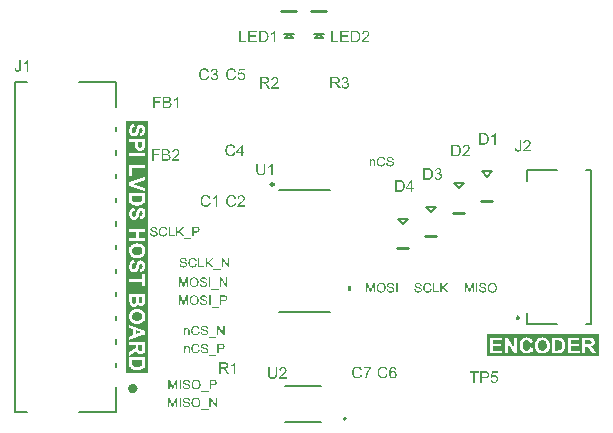
<source format=gto>
G04*
G04 #@! TF.GenerationSoftware,Altium Limited,Altium Designer,22.10.1 (41)*
G04*
G04 Layer_Color=65535*
%FSLAX25Y25*%
%MOIN*%
G70*
G04*
G04 #@! TF.SameCoordinates,8FEA939C-E76D-43F5-B1C2-14765C5B3C68*
G04*
G04*
G04 #@! TF.FilePolarity,Positive*
G04*
G01*
G75*
%ADD10C,0.01000*%
%ADD11C,0.00787*%
%ADD12C,0.01575*%
%ADD13C,0.00600*%
%ADD14C,0.00500*%
G36*
X418821Y284169D02*
X419821D01*
Y282668D01*
X418821D01*
Y284169D01*
D02*
G37*
G36*
X432830Y327349D02*
X432862D01*
X432948Y327340D01*
X433044Y327326D01*
X433144Y327303D01*
X433253Y327276D01*
X433353Y327240D01*
X433358D01*
X433367Y327235D01*
X433381Y327226D01*
X433399Y327217D01*
X433444Y327194D01*
X433503Y327153D01*
X433572Y327108D01*
X433640Y327048D01*
X433704Y326980D01*
X433763Y326903D01*
Y326898D01*
X433767Y326894D01*
X433777Y326880D01*
X433786Y326867D01*
X433808Y326821D01*
X433836Y326762D01*
X433868Y326689D01*
X433890Y326603D01*
X433913Y326512D01*
X433922Y326412D01*
X433522Y326380D01*
Y326384D01*
Y326393D01*
X433517Y326407D01*
X433513Y326430D01*
X433499Y326480D01*
X433481Y326548D01*
X433453Y326621D01*
X433413Y326694D01*
X433362Y326762D01*
X433299Y326825D01*
X433290Y326830D01*
X433267Y326848D01*
X433221Y326876D01*
X433162Y326903D01*
X433085Y326930D01*
X432994Y326958D01*
X432880Y326976D01*
X432753Y326980D01*
X432689D01*
X432662Y326976D01*
X432625Y326971D01*
X432544Y326962D01*
X432452Y326944D01*
X432361Y326921D01*
X432275Y326885D01*
X432239Y326862D01*
X432202Y326839D01*
X432193Y326835D01*
X432175Y326816D01*
X432148Y326785D01*
X432120Y326748D01*
X432089Y326698D01*
X432061Y326643D01*
X432043Y326580D01*
X432034Y326507D01*
Y326498D01*
Y326480D01*
X432038Y326448D01*
X432048Y326412D01*
X432061Y326366D01*
X432084Y326321D01*
X432111Y326275D01*
X432152Y326230D01*
X432157Y326225D01*
X432179Y326211D01*
X432198Y326198D01*
X432216Y326188D01*
X432243Y326175D01*
X432275Y326157D01*
X432316Y326143D01*
X432361Y326125D01*
X432411Y326107D01*
X432471Y326084D01*
X432534Y326066D01*
X432607Y326043D01*
X432689Y326025D01*
X432780Y326002D01*
X432785D01*
X432803Y325997D01*
X432830Y325993D01*
X432862Y325984D01*
X432903Y325975D01*
X432953Y325961D01*
X433003Y325947D01*
X433058Y325934D01*
X433176Y325902D01*
X433290Y325870D01*
X433344Y325852D01*
X433394Y325834D01*
X433440Y325820D01*
X433476Y325802D01*
X433481D01*
X433490Y325797D01*
X433503Y325788D01*
X433522Y325779D01*
X433572Y325752D01*
X433631Y325715D01*
X433699Y325665D01*
X433767Y325611D01*
X433831Y325547D01*
X433886Y325479D01*
X433890Y325470D01*
X433908Y325447D01*
X433927Y325406D01*
X433954Y325351D01*
X433977Y325288D01*
X433999Y325210D01*
X434013Y325124D01*
X434018Y325033D01*
Y325028D01*
Y325024D01*
Y325010D01*
Y324992D01*
X434009Y324942D01*
X433999Y324878D01*
X433981Y324805D01*
X433958Y324728D01*
X433922Y324646D01*
X433872Y324560D01*
Y324555D01*
X433868Y324551D01*
X433845Y324523D01*
X433813Y324482D01*
X433767Y324437D01*
X433708Y324382D01*
X433636Y324323D01*
X433554Y324268D01*
X433458Y324218D01*
X433453D01*
X433444Y324214D01*
X433431Y324209D01*
X433413Y324200D01*
X433385Y324191D01*
X433353Y324177D01*
X433281Y324159D01*
X433194Y324136D01*
X433089Y324114D01*
X432976Y324100D01*
X432853Y324096D01*
X432780D01*
X432744Y324100D01*
X432703D01*
X432657Y324105D01*
X432603Y324109D01*
X432489Y324127D01*
X432371Y324146D01*
X432252Y324177D01*
X432138Y324218D01*
X432134D01*
X432125Y324223D01*
X432111Y324232D01*
X432093Y324241D01*
X432038Y324268D01*
X431975Y324309D01*
X431902Y324364D01*
X431824Y324428D01*
X431752Y324505D01*
X431683Y324591D01*
Y324596D01*
X431674Y324605D01*
X431670Y324619D01*
X431656Y324637D01*
X431647Y324660D01*
X431633Y324687D01*
X431602Y324755D01*
X431570Y324842D01*
X431542Y324937D01*
X431524Y325046D01*
X431515Y325160D01*
X431907Y325197D01*
Y325192D01*
Y325187D01*
X431911Y325174D01*
Y325156D01*
X431920Y325115D01*
X431934Y325056D01*
X431952Y324996D01*
X431970Y324928D01*
X432002Y324865D01*
X432034Y324805D01*
X432038Y324801D01*
X432052Y324783D01*
X432075Y324751D01*
X432111Y324719D01*
X432157Y324678D01*
X432207Y324637D01*
X432275Y324596D01*
X432348Y324560D01*
X432352D01*
X432357Y324555D01*
X432371Y324551D01*
X432384Y324546D01*
X432430Y324532D01*
X432489Y324514D01*
X432562Y324496D01*
X432644Y324482D01*
X432735Y324473D01*
X432835Y324469D01*
X432876D01*
X432921Y324473D01*
X432976Y324478D01*
X433039Y324487D01*
X433112Y324496D01*
X433185Y324514D01*
X433253Y324537D01*
X433262Y324541D01*
X433285Y324551D01*
X433317Y324569D01*
X433358Y324587D01*
X433399Y324619D01*
X433444Y324651D01*
X433490Y324687D01*
X433526Y324732D01*
X433531Y324737D01*
X433540Y324755D01*
X433554Y324778D01*
X433572Y324814D01*
X433590Y324851D01*
X433604Y324896D01*
X433613Y324946D01*
X433617Y325001D01*
Y325006D01*
Y325028D01*
X433613Y325056D01*
X433608Y325092D01*
X433595Y325128D01*
X433581Y325174D01*
X433558Y325219D01*
X433526Y325260D01*
X433522Y325265D01*
X433508Y325278D01*
X433490Y325297D01*
X433458Y325324D01*
X433422Y325351D01*
X433372Y325383D01*
X433312Y325415D01*
X433244Y325442D01*
X433240Y325447D01*
X433217Y325451D01*
X433181Y325465D01*
X433158Y325470D01*
X433126Y325479D01*
X433094Y325492D01*
X433053Y325501D01*
X433007Y325515D01*
X432953Y325529D01*
X432898Y325542D01*
X432835Y325561D01*
X432762Y325579D01*
X432685Y325597D01*
X432680D01*
X432666Y325602D01*
X432644Y325606D01*
X432616Y325615D01*
X432580Y325624D01*
X432539Y325633D01*
X432448Y325661D01*
X432348Y325693D01*
X432243Y325724D01*
X432152Y325756D01*
X432111Y325775D01*
X432075Y325793D01*
X432070D01*
X432066Y325797D01*
X432038Y325815D01*
X431997Y325838D01*
X431952Y325875D01*
X431897Y325916D01*
X431843Y325966D01*
X431788Y326025D01*
X431743Y326088D01*
X431738Y326097D01*
X431724Y326120D01*
X431706Y326157D01*
X431688Y326202D01*
X431670Y326261D01*
X431652Y326330D01*
X431638Y326402D01*
X431633Y326480D01*
Y326484D01*
Y326489D01*
Y326502D01*
Y326521D01*
X431643Y326566D01*
X431652Y326625D01*
X431665Y326694D01*
X431688Y326771D01*
X431720Y326848D01*
X431765Y326926D01*
Y326930D01*
X431770Y326935D01*
X431793Y326962D01*
X431824Y326998D01*
X431866Y327044D01*
X431920Y327094D01*
X431988Y327149D01*
X432070Y327199D01*
X432161Y327244D01*
X432166D01*
X432175Y327249D01*
X432189Y327253D01*
X432207Y327262D01*
X432230Y327271D01*
X432261Y327280D01*
X432330Y327299D01*
X432416Y327317D01*
X432516Y327335D01*
X432621Y327349D01*
X432739Y327353D01*
X432798D01*
X432830Y327349D01*
D02*
G37*
G36*
X429918D02*
X429959Y327344D01*
X430009Y327340D01*
X430059Y327335D01*
X430118Y327322D01*
X430241Y327294D01*
X430378Y327253D01*
X430446Y327226D01*
X430510Y327194D01*
X430573Y327153D01*
X430637Y327112D01*
X430642Y327108D01*
X430651Y327103D01*
X430669Y327089D01*
X430692Y327067D01*
X430714Y327044D01*
X430746Y327012D01*
X430778Y326976D01*
X430815Y326939D01*
X430851Y326894D01*
X430887Y326839D01*
X430928Y326785D01*
X430965Y326725D01*
X430997Y326657D01*
X431033Y326589D01*
X431060Y326516D01*
X431087Y326434D01*
X430678Y326339D01*
Y326343D01*
X430673Y326352D01*
X430664Y326371D01*
X430655Y326393D01*
X430646Y326421D01*
X430632Y326457D01*
X430596Y326530D01*
X430551Y326612D01*
X430496Y326694D01*
X430428Y326771D01*
X430355Y326839D01*
X430346Y326848D01*
X430318Y326867D01*
X430273Y326889D01*
X430214Y326921D01*
X430136Y326948D01*
X430050Y326976D01*
X429945Y326994D01*
X429832Y326998D01*
X429795D01*
X429773Y326994D01*
X429741D01*
X429704Y326989D01*
X429618Y326976D01*
X429522Y326958D01*
X429422Y326926D01*
X429318Y326880D01*
X429222Y326821D01*
X429217D01*
X429213Y326812D01*
X429181Y326789D01*
X429140Y326753D01*
X429090Y326698D01*
X429031Y326630D01*
X428976Y326553D01*
X428926Y326457D01*
X428881Y326352D01*
Y326348D01*
X428876Y326339D01*
X428872Y326325D01*
X428867Y326302D01*
X428858Y326275D01*
X428849Y326243D01*
X428835Y326166D01*
X428817Y326075D01*
X428799Y325975D01*
X428790Y325866D01*
X428785Y325747D01*
Y325743D01*
Y325729D01*
Y325706D01*
Y325679D01*
X428790Y325647D01*
Y325606D01*
X428794Y325561D01*
X428799Y325511D01*
X428812Y325401D01*
X428835Y325283D01*
X428862Y325165D01*
X428899Y325046D01*
Y325042D01*
X428903Y325033D01*
X428913Y325019D01*
X428922Y324996D01*
X428949Y324942D01*
X428990Y324878D01*
X429040Y324805D01*
X429104Y324728D01*
X429177Y324660D01*
X429263Y324596D01*
X429268D01*
X429277Y324591D01*
X429290Y324582D01*
X429308Y324573D01*
X429331Y324564D01*
X429358Y324551D01*
X429422Y324523D01*
X429504Y324496D01*
X429595Y324473D01*
X429695Y324455D01*
X429800Y324450D01*
X429832D01*
X429859Y324455D01*
X429891D01*
X429923Y324460D01*
X430005Y324478D01*
X430100Y324500D01*
X430196Y324537D01*
X430296Y324587D01*
X430346Y324614D01*
X430391Y324651D01*
X430396Y324655D01*
X430400Y324660D01*
X430414Y324673D01*
X430432Y324687D01*
X430450Y324710D01*
X430473Y324737D01*
X430501Y324764D01*
X430523Y324801D01*
X430551Y324842D01*
X430582Y324887D01*
X430610Y324933D01*
X430637Y324987D01*
X430660Y325046D01*
X430683Y325110D01*
X430705Y325178D01*
X430723Y325251D01*
X431142Y325147D01*
Y325142D01*
X431138Y325124D01*
X431128Y325097D01*
X431115Y325060D01*
X431101Y325019D01*
X431083Y324969D01*
X431060Y324915D01*
X431033Y324855D01*
X430969Y324728D01*
X430887Y324601D01*
X430837Y324537D01*
X430787Y324473D01*
X430732Y324419D01*
X430669Y324364D01*
X430664Y324359D01*
X430655Y324350D01*
X430632Y324341D01*
X430610Y324323D01*
X430573Y324300D01*
X430537Y324277D01*
X430487Y324255D01*
X430437Y324232D01*
X430378Y324205D01*
X430314Y324182D01*
X430246Y324159D01*
X430173Y324136D01*
X430096Y324118D01*
X430014Y324109D01*
X429927Y324100D01*
X429836Y324096D01*
X429786D01*
X429750Y324100D01*
X429709D01*
X429659Y324105D01*
X429604Y324114D01*
X429540Y324123D01*
X429409Y324146D01*
X429272Y324182D01*
X429136Y324232D01*
X429072Y324264D01*
X429008Y324300D01*
X429003Y324305D01*
X428994Y324309D01*
X428976Y324323D01*
X428958Y324341D01*
X428931Y324359D01*
X428899Y324387D01*
X428862Y324419D01*
X428826Y324455D01*
X428790Y324496D01*
X428749Y324537D01*
X428667Y324641D01*
X428589Y324764D01*
X428521Y324901D01*
Y324905D01*
X428512Y324919D01*
X428508Y324942D01*
X428494Y324969D01*
X428485Y325006D01*
X428471Y325051D01*
X428453Y325101D01*
X428439Y325156D01*
X428426Y325215D01*
X428407Y325283D01*
X428385Y325424D01*
X428367Y325583D01*
X428357Y325747D01*
Y325752D01*
Y325770D01*
Y325797D01*
X428362Y325829D01*
Y325875D01*
X428367Y325920D01*
X428371Y325979D01*
X428380Y326038D01*
X428403Y326170D01*
X428435Y326316D01*
X428480Y326462D01*
X428544Y326603D01*
X428548Y326607D01*
X428553Y326621D01*
X428562Y326639D01*
X428580Y326662D01*
X428599Y326694D01*
X428621Y326730D01*
X428681Y326812D01*
X428758Y326903D01*
X428849Y326994D01*
X428954Y327085D01*
X429076Y327162D01*
X429081Y327167D01*
X429095Y327171D01*
X429113Y327180D01*
X429136Y327194D01*
X429172Y327208D01*
X429208Y327221D01*
X429254Y327240D01*
X429304Y327258D01*
X429358Y327276D01*
X429418Y327294D01*
X429545Y327322D01*
X429691Y327344D01*
X429841Y327353D01*
X429886D01*
X429918Y327349D01*
D02*
G37*
G36*
X427124Y326480D02*
X427174Y326475D01*
X427234Y326466D01*
X427297Y326452D01*
X427365Y326434D01*
X427429Y326407D01*
X427438Y326402D01*
X427457Y326393D01*
X427488Y326380D01*
X427525Y326357D01*
X427570Y326330D01*
X427611Y326293D01*
X427652Y326257D01*
X427689Y326211D01*
X427693Y326207D01*
X427702Y326188D01*
X427716Y326166D01*
X427739Y326134D01*
X427757Y326088D01*
X427775Y326043D01*
X427798Y325988D01*
X427811Y325929D01*
Y325925D01*
X427816Y325906D01*
X427821Y325879D01*
X427825Y325843D01*
Y325788D01*
X427830Y325724D01*
X427834Y325647D01*
Y325552D01*
Y324150D01*
X427448D01*
Y325533D01*
Y325538D01*
Y325542D01*
Y325574D01*
Y325615D01*
X427443Y325665D01*
X427438Y325724D01*
X427429Y325784D01*
X427416Y325838D01*
X427402Y325888D01*
Y325893D01*
X427393Y325906D01*
X427379Y325929D01*
X427365Y325957D01*
X427343Y325984D01*
X427316Y326016D01*
X427279Y326047D01*
X427238Y326075D01*
X427234Y326079D01*
X427220Y326088D01*
X427193Y326097D01*
X427161Y326111D01*
X427124Y326125D01*
X427079Y326138D01*
X427024Y326143D01*
X426970Y326148D01*
X426947D01*
X426929Y326143D01*
X426883Y326138D01*
X426824Y326129D01*
X426760Y326107D01*
X426688Y326079D01*
X426615Y326043D01*
X426547Y325988D01*
X426537Y325979D01*
X426519Y325957D01*
X426506Y325938D01*
X426492Y325916D01*
X426474Y325888D01*
X426460Y325856D01*
X426442Y325820D01*
X426424Y325775D01*
X426410Y325724D01*
X426396Y325670D01*
X426387Y325611D01*
X426378Y325547D01*
X426369Y325470D01*
Y325392D01*
Y324150D01*
X425982D01*
Y326434D01*
X426328D01*
Y326107D01*
X426333Y326111D01*
X426342Y326125D01*
X426356Y326143D01*
X426374Y326166D01*
X426401Y326193D01*
X426433Y326225D01*
X426469Y326261D01*
X426515Y326298D01*
X426560Y326330D01*
X426615Y326366D01*
X426674Y326398D01*
X426738Y326425D01*
X426811Y326448D01*
X426883Y326466D01*
X426965Y326480D01*
X427052Y326484D01*
X427088D01*
X427124Y326480D01*
D02*
G37*
G36*
X463717Y285318D02*
X463749D01*
X463835Y285309D01*
X463931Y285296D01*
X464031Y285273D01*
X464140Y285246D01*
X464240Y285209D01*
X464244D01*
X464254Y285205D01*
X464267Y285196D01*
X464285Y285187D01*
X464331Y285164D01*
X464390Y285123D01*
X464458Y285077D01*
X464527Y285018D01*
X464590Y284950D01*
X464649Y284873D01*
Y284868D01*
X464654Y284863D01*
X464663Y284850D01*
X464672Y284836D01*
X464695Y284791D01*
X464722Y284732D01*
X464754Y284659D01*
X464777Y284572D01*
X464799Y284481D01*
X464809Y284381D01*
X464408Y284349D01*
Y284354D01*
Y284363D01*
X464404Y284377D01*
X464399Y284399D01*
X464386Y284449D01*
X464367Y284518D01*
X464340Y284590D01*
X464299Y284663D01*
X464249Y284732D01*
X464185Y284795D01*
X464176Y284800D01*
X464153Y284818D01*
X464108Y284845D01*
X464049Y284873D01*
X463971Y284900D01*
X463880Y284927D01*
X463767Y284945D01*
X463639Y284950D01*
X463576D01*
X463548Y284945D01*
X463512Y284941D01*
X463430Y284932D01*
X463339Y284913D01*
X463248Y284891D01*
X463162Y284854D01*
X463125Y284832D01*
X463089Y284809D01*
X463080Y284804D01*
X463061Y284786D01*
X463034Y284754D01*
X463007Y284718D01*
X462975Y284668D01*
X462948Y284613D01*
X462929Y284549D01*
X462920Y284477D01*
Y284468D01*
Y284449D01*
X462925Y284418D01*
X462934Y284381D01*
X462948Y284336D01*
X462970Y284290D01*
X462998Y284245D01*
X463039Y284199D01*
X463043Y284195D01*
X463066Y284181D01*
X463084Y284167D01*
X463102Y284158D01*
X463130Y284144D01*
X463162Y284126D01*
X463202Y284113D01*
X463248Y284095D01*
X463298Y284076D01*
X463357Y284053D01*
X463421Y284035D01*
X463494Y284013D01*
X463576Y283994D01*
X463667Y283972D01*
X463671D01*
X463689Y283967D01*
X463717Y283962D01*
X463749Y283953D01*
X463789Y283944D01*
X463839Y283931D01*
X463890Y283917D01*
X463944Y283903D01*
X464062Y283872D01*
X464176Y283840D01*
X464231Y283822D01*
X464281Y283803D01*
X464326Y283790D01*
X464363Y283771D01*
X464367D01*
X464376Y283767D01*
X464390Y283758D01*
X464408Y283749D01*
X464458Y283721D01*
X464517Y283685D01*
X464586Y283635D01*
X464654Y283580D01*
X464718Y283517D01*
X464772Y283448D01*
X464777Y283439D01*
X464795Y283417D01*
X464813Y283376D01*
X464841Y283321D01*
X464863Y283257D01*
X464886Y283180D01*
X464900Y283094D01*
X464904Y283002D01*
Y282998D01*
Y282993D01*
Y282980D01*
Y282962D01*
X464895Y282911D01*
X464886Y282848D01*
X464868Y282775D01*
X464845Y282698D01*
X464809Y282616D01*
X464759Y282529D01*
Y282525D01*
X464754Y282520D01*
X464731Y282493D01*
X464699Y282452D01*
X464654Y282406D01*
X464595Y282352D01*
X464522Y282293D01*
X464440Y282238D01*
X464345Y282188D01*
X464340D01*
X464331Y282184D01*
X464317Y282179D01*
X464299Y282170D01*
X464272Y282161D01*
X464240Y282147D01*
X464167Y282129D01*
X464081Y282106D01*
X463976Y282083D01*
X463862Y282070D01*
X463739Y282065D01*
X463667D01*
X463630Y282070D01*
X463589D01*
X463544Y282074D01*
X463489Y282079D01*
X463375Y282097D01*
X463257Y282115D01*
X463139Y282147D01*
X463025Y282188D01*
X463021D01*
X463011Y282193D01*
X462998Y282202D01*
X462980Y282211D01*
X462925Y282238D01*
X462861Y282279D01*
X462788Y282334D01*
X462711Y282397D01*
X462638Y282475D01*
X462570Y282561D01*
Y282566D01*
X462561Y282575D01*
X462556Y282588D01*
X462543Y282607D01*
X462534Y282629D01*
X462520Y282657D01*
X462488Y282725D01*
X462456Y282811D01*
X462429Y282907D01*
X462411Y283016D01*
X462402Y283130D01*
X462793Y283166D01*
Y283162D01*
Y283157D01*
X462797Y283143D01*
Y283125D01*
X462807Y283084D01*
X462820Y283025D01*
X462839Y282966D01*
X462857Y282898D01*
X462888Y282834D01*
X462920Y282775D01*
X462925Y282770D01*
X462939Y282752D01*
X462961Y282720D01*
X462998Y282688D01*
X463043Y282648D01*
X463093Y282607D01*
X463162Y282566D01*
X463234Y282529D01*
X463239D01*
X463243Y282525D01*
X463257Y282520D01*
X463271Y282516D01*
X463316Y282502D01*
X463375Y282484D01*
X463448Y282466D01*
X463530Y282452D01*
X463621Y282443D01*
X463721Y282438D01*
X463762D01*
X463808Y282443D01*
X463862Y282447D01*
X463926Y282456D01*
X463999Y282466D01*
X464072Y282484D01*
X464140Y282506D01*
X464149Y282511D01*
X464172Y282520D01*
X464204Y282538D01*
X464244Y282557D01*
X464285Y282588D01*
X464331Y282620D01*
X464376Y282657D01*
X464413Y282702D01*
X464417Y282707D01*
X464426Y282725D01*
X464440Y282748D01*
X464458Y282784D01*
X464476Y282821D01*
X464490Y282866D01*
X464499Y282916D01*
X464504Y282971D01*
Y282975D01*
Y282998D01*
X464499Y283025D01*
X464495Y283062D01*
X464481Y283098D01*
X464467Y283143D01*
X464445Y283189D01*
X464413Y283230D01*
X464408Y283235D01*
X464395Y283248D01*
X464376Y283266D01*
X464345Y283294D01*
X464308Y283321D01*
X464258Y283353D01*
X464199Y283385D01*
X464131Y283412D01*
X464126Y283417D01*
X464103Y283421D01*
X464067Y283435D01*
X464044Y283439D01*
X464012Y283448D01*
X463980Y283462D01*
X463940Y283471D01*
X463894Y283485D01*
X463839Y283498D01*
X463785Y283512D01*
X463721Y283530D01*
X463648Y283548D01*
X463571Y283567D01*
X463566D01*
X463553Y283571D01*
X463530Y283576D01*
X463503Y283585D01*
X463466Y283594D01*
X463425Y283603D01*
X463334Y283630D01*
X463234Y283662D01*
X463130Y283694D01*
X463039Y283726D01*
X462998Y283744D01*
X462961Y283762D01*
X462957D01*
X462952Y283767D01*
X462925Y283785D01*
X462884Y283808D01*
X462839Y283844D01*
X462784Y283885D01*
X462729Y283935D01*
X462675Y283994D01*
X462629Y284058D01*
X462625Y284067D01*
X462611Y284090D01*
X462593Y284126D01*
X462575Y284172D01*
X462556Y284231D01*
X462538Y284299D01*
X462525Y284372D01*
X462520Y284449D01*
Y284454D01*
Y284458D01*
Y284472D01*
Y284490D01*
X462529Y284536D01*
X462538Y284595D01*
X462552Y284663D01*
X462575Y284741D01*
X462606Y284818D01*
X462652Y284895D01*
Y284900D01*
X462656Y284904D01*
X462679Y284932D01*
X462711Y284968D01*
X462752Y285014D01*
X462807Y285064D01*
X462875Y285118D01*
X462957Y285168D01*
X463048Y285214D01*
X463052D01*
X463061Y285218D01*
X463075Y285223D01*
X463093Y285232D01*
X463116Y285241D01*
X463148Y285250D01*
X463216Y285268D01*
X463303Y285287D01*
X463403Y285305D01*
X463507Y285318D01*
X463626Y285323D01*
X463685D01*
X463717Y285318D01*
D02*
G37*
G36*
X460641Y282120D02*
X460240D01*
Y284754D01*
X459321Y282120D01*
X458948D01*
X458038Y284800D01*
Y282120D01*
X457638D01*
Y285268D01*
X458261D01*
X459007Y283034D01*
Y283030D01*
X459012Y283021D01*
X459017Y283007D01*
X459026Y282984D01*
X459044Y282930D01*
X459066Y282861D01*
X459089Y282784D01*
X459117Y282707D01*
X459139Y282634D01*
X459158Y282570D01*
X459162Y282579D01*
X459167Y282602D01*
X459180Y282643D01*
X459199Y282698D01*
X459221Y282770D01*
X459253Y282857D01*
X459285Y282957D01*
X459326Y283075D01*
X460081Y285268D01*
X460641D01*
Y282120D01*
D02*
G37*
G36*
X461806D02*
X461387D01*
Y285268D01*
X461806D01*
Y282120D01*
D02*
G37*
G36*
X466929Y285318D02*
X466970D01*
X467011Y285314D01*
X467065Y285305D01*
X467120Y285296D01*
X467238Y285273D01*
X467375Y285237D01*
X467507Y285182D01*
X467575Y285150D01*
X467643Y285114D01*
X467648Y285109D01*
X467657Y285105D01*
X467675Y285091D01*
X467702Y285077D01*
X467730Y285054D01*
X467766Y285027D01*
X467843Y284963D01*
X467925Y284882D01*
X468016Y284782D01*
X468103Y284663D01*
X468176Y284531D01*
Y284527D01*
X468185Y284513D01*
X468194Y284495D01*
X468203Y284468D01*
X468221Y284431D01*
X468235Y284390D01*
X468253Y284340D01*
X468271Y284286D01*
X468285Y284226D01*
X468303Y284163D01*
X468321Y284090D01*
X468335Y284017D01*
X468353Y283858D01*
X468362Y283685D01*
Y283680D01*
Y283662D01*
Y283640D01*
X468358Y283603D01*
Y283562D01*
X468353Y283512D01*
X468344Y283457D01*
X468339Y283398D01*
X468317Y283266D01*
X468280Y283121D01*
X468230Y282975D01*
X468203Y282902D01*
X468166Y282830D01*
Y282825D01*
X468157Y282811D01*
X468148Y282793D01*
X468130Y282766D01*
X468112Y282734D01*
X468089Y282702D01*
X468025Y282616D01*
X467948Y282525D01*
X467857Y282429D01*
X467748Y282338D01*
X467621Y282256D01*
X467616D01*
X467607Y282247D01*
X467584Y282238D01*
X467557Y282224D01*
X467525Y282211D01*
X467489Y282197D01*
X467443Y282179D01*
X467393Y282161D01*
X467338Y282142D01*
X467279Y282124D01*
X467147Y282097D01*
X467006Y282074D01*
X466856Y282065D01*
X466811D01*
X466783Y282070D01*
X466742D01*
X466697Y282079D01*
X466647Y282083D01*
X466588Y282092D01*
X466465Y282120D01*
X466333Y282156D01*
X466196Y282211D01*
X466128Y282243D01*
X466060Y282279D01*
X466055Y282284D01*
X466046Y282288D01*
X466028Y282302D01*
X466001Y282320D01*
X465973Y282338D01*
X465942Y282365D01*
X465864Y282434D01*
X465778Y282516D01*
X465687Y282616D01*
X465605Y282730D01*
X465527Y282861D01*
Y282866D01*
X465518Y282880D01*
X465509Y282898D01*
X465500Y282925D01*
X465487Y282962D01*
X465473Y283002D01*
X465455Y283048D01*
X465441Y283098D01*
X465423Y283157D01*
X465405Y283216D01*
X465377Y283353D01*
X465359Y283494D01*
X465350Y283649D01*
Y283653D01*
Y283658D01*
Y283685D01*
X465355Y283726D01*
Y283781D01*
X465364Y283844D01*
X465373Y283922D01*
X465386Y284008D01*
X465405Y284099D01*
X465423Y284195D01*
X465450Y284295D01*
X465487Y284395D01*
X465527Y284499D01*
X465573Y284599D01*
X465632Y284700D01*
X465696Y284791D01*
X465769Y284877D01*
X465773Y284882D01*
X465787Y284895D01*
X465814Y284918D01*
X465846Y284945D01*
X465887Y284982D01*
X465937Y285018D01*
X465996Y285059D01*
X466064Y285100D01*
X466137Y285141D01*
X466219Y285182D01*
X466310Y285218D01*
X466406Y285255D01*
X466510Y285282D01*
X466619Y285305D01*
X466733Y285318D01*
X466856Y285323D01*
X466897D01*
X466929Y285318D01*
D02*
G37*
G36*
X442173D02*
X442205D01*
X442291Y285309D01*
X442387Y285296D01*
X442487Y285273D01*
X442596Y285246D01*
X442696Y285209D01*
X442701D01*
X442710Y285205D01*
X442724Y285196D01*
X442742Y285187D01*
X442787Y285164D01*
X442846Y285123D01*
X442915Y285077D01*
X442983Y285018D01*
X443047Y284950D01*
X443106Y284873D01*
Y284868D01*
X443110Y284863D01*
X443119Y284850D01*
X443128Y284836D01*
X443151Y284791D01*
X443179Y284732D01*
X443210Y284659D01*
X443233Y284572D01*
X443256Y284481D01*
X443265Y284381D01*
X442865Y284349D01*
Y284354D01*
Y284363D01*
X442860Y284377D01*
X442856Y284399D01*
X442842Y284449D01*
X442824Y284518D01*
X442796Y284590D01*
X442755Y284663D01*
X442705Y284732D01*
X442642Y284795D01*
X442632Y284800D01*
X442610Y284818D01*
X442564Y284845D01*
X442505Y284873D01*
X442428Y284900D01*
X442337Y284927D01*
X442223Y284945D01*
X442096Y284950D01*
X442032D01*
X442005Y284945D01*
X441968Y284941D01*
X441886Y284932D01*
X441795Y284913D01*
X441704Y284891D01*
X441618Y284854D01*
X441581Y284832D01*
X441545Y284809D01*
X441536Y284804D01*
X441518Y284786D01*
X441490Y284754D01*
X441463Y284718D01*
X441431Y284668D01*
X441404Y284613D01*
X441386Y284549D01*
X441377Y284477D01*
Y284468D01*
Y284449D01*
X441381Y284418D01*
X441390Y284381D01*
X441404Y284336D01*
X441427Y284290D01*
X441454Y284245D01*
X441495Y284199D01*
X441500Y284195D01*
X441522Y284181D01*
X441540Y284167D01*
X441559Y284158D01*
X441586Y284144D01*
X441618Y284126D01*
X441659Y284113D01*
X441704Y284095D01*
X441754Y284076D01*
X441814Y284053D01*
X441877Y284035D01*
X441950Y284013D01*
X442032Y283994D01*
X442123Y283972D01*
X442128D01*
X442146Y283967D01*
X442173Y283962D01*
X442205Y283953D01*
X442246Y283944D01*
X442296Y283931D01*
X442346Y283917D01*
X442401Y283903D01*
X442519Y283872D01*
X442632Y283840D01*
X442687Y283822D01*
X442737Y283803D01*
X442783Y283790D01*
X442819Y283771D01*
X442824D01*
X442833Y283767D01*
X442846Y283758D01*
X442865Y283749D01*
X442915Y283721D01*
X442974Y283685D01*
X443042Y283635D01*
X443110Y283580D01*
X443174Y283517D01*
X443228Y283448D01*
X443233Y283439D01*
X443251Y283417D01*
X443269Y283376D01*
X443297Y283321D01*
X443320Y283257D01*
X443342Y283180D01*
X443356Y283094D01*
X443361Y283002D01*
Y282998D01*
Y282993D01*
Y282980D01*
Y282962D01*
X443351Y282911D01*
X443342Y282848D01*
X443324Y282775D01*
X443301Y282698D01*
X443265Y282616D01*
X443215Y282529D01*
Y282525D01*
X443210Y282520D01*
X443188Y282493D01*
X443156Y282452D01*
X443110Y282406D01*
X443051Y282352D01*
X442978Y282293D01*
X442896Y282238D01*
X442801Y282188D01*
X442796D01*
X442787Y282184D01*
X442773Y282179D01*
X442755Y282170D01*
X442728Y282161D01*
X442696Y282147D01*
X442623Y282129D01*
X442537Y282106D01*
X442432Y282083D01*
X442318Y282070D01*
X442196Y282065D01*
X442123D01*
X442087Y282070D01*
X442046D01*
X442000Y282074D01*
X441945Y282079D01*
X441832Y282097D01*
X441713Y282115D01*
X441595Y282147D01*
X441481Y282188D01*
X441477D01*
X441468Y282193D01*
X441454Y282202D01*
X441436Y282211D01*
X441381Y282238D01*
X441318Y282279D01*
X441245Y282334D01*
X441167Y282397D01*
X441095Y282475D01*
X441026Y282561D01*
Y282566D01*
X441017Y282575D01*
X441013Y282588D01*
X440999Y282607D01*
X440990Y282629D01*
X440976Y282657D01*
X440944Y282725D01*
X440913Y282811D01*
X440885Y282907D01*
X440867Y283016D01*
X440858Y283130D01*
X441249Y283166D01*
Y283162D01*
Y283157D01*
X441254Y283143D01*
Y283125D01*
X441263Y283084D01*
X441277Y283025D01*
X441295Y282966D01*
X441313Y282898D01*
X441345Y282834D01*
X441377Y282775D01*
X441381Y282770D01*
X441395Y282752D01*
X441418Y282720D01*
X441454Y282688D01*
X441500Y282648D01*
X441550Y282607D01*
X441618Y282566D01*
X441691Y282529D01*
X441695D01*
X441700Y282525D01*
X441713Y282520D01*
X441727Y282516D01*
X441773Y282502D01*
X441832Y282484D01*
X441904Y282466D01*
X441986Y282452D01*
X442077Y282443D01*
X442177Y282438D01*
X442218D01*
X442264Y282443D01*
X442318Y282447D01*
X442382Y282456D01*
X442455Y282466D01*
X442528Y282484D01*
X442596Y282506D01*
X442605Y282511D01*
X442628Y282520D01*
X442660Y282538D01*
X442701Y282557D01*
X442742Y282588D01*
X442787Y282620D01*
X442833Y282657D01*
X442869Y282702D01*
X442874Y282707D01*
X442883Y282725D01*
X442896Y282748D01*
X442915Y282784D01*
X442933Y282821D01*
X442946Y282866D01*
X442956Y282916D01*
X442960Y282971D01*
Y282975D01*
Y282998D01*
X442956Y283025D01*
X442951Y283062D01*
X442937Y283098D01*
X442924Y283143D01*
X442901Y283189D01*
X442869Y283230D01*
X442865Y283235D01*
X442851Y283248D01*
X442833Y283266D01*
X442801Y283294D01*
X442765Y283321D01*
X442714Y283353D01*
X442655Y283385D01*
X442587Y283412D01*
X442582Y283417D01*
X442560Y283421D01*
X442523Y283435D01*
X442501Y283439D01*
X442469Y283448D01*
X442437Y283462D01*
X442396Y283471D01*
X442350Y283485D01*
X442296Y283498D01*
X442241Y283512D01*
X442177Y283530D01*
X442105Y283548D01*
X442027Y283567D01*
X442023D01*
X442009Y283571D01*
X441986Y283576D01*
X441959Y283585D01*
X441923Y283594D01*
X441882Y283603D01*
X441791Y283630D01*
X441691Y283662D01*
X441586Y283694D01*
X441495Y283726D01*
X441454Y283744D01*
X441418Y283762D01*
X441413D01*
X441409Y283767D01*
X441381Y283785D01*
X441340Y283808D01*
X441295Y283844D01*
X441240Y283885D01*
X441186Y283935D01*
X441131Y283994D01*
X441085Y284058D01*
X441081Y284067D01*
X441067Y284090D01*
X441049Y284126D01*
X441031Y284172D01*
X441013Y284231D01*
X440995Y284299D01*
X440981Y284372D01*
X440976Y284449D01*
Y284454D01*
Y284458D01*
Y284472D01*
Y284490D01*
X440985Y284536D01*
X440995Y284595D01*
X441008Y284663D01*
X441031Y284741D01*
X441063Y284818D01*
X441108Y284895D01*
Y284900D01*
X441113Y284904D01*
X441136Y284932D01*
X441167Y284968D01*
X441208Y285014D01*
X441263Y285064D01*
X441331Y285118D01*
X441413Y285168D01*
X441504Y285214D01*
X441509D01*
X441518Y285218D01*
X441531Y285223D01*
X441550Y285232D01*
X441572Y285241D01*
X441604Y285250D01*
X441673Y285268D01*
X441759Y285287D01*
X441859Y285305D01*
X441964Y285318D01*
X442082Y285323D01*
X442141D01*
X442173Y285318D01*
D02*
G37*
G36*
X445372D02*
X445413Y285314D01*
X445463Y285309D01*
X445513Y285305D01*
X445572Y285291D01*
X445695Y285264D01*
X445831Y285223D01*
X445899Y285196D01*
X445963Y285164D01*
X446027Y285123D01*
X446091Y285082D01*
X446095Y285077D01*
X446104Y285073D01*
X446122Y285059D01*
X446145Y285036D01*
X446168Y285014D01*
X446200Y284982D01*
X446232Y284945D01*
X446268Y284909D01*
X446304Y284863D01*
X446341Y284809D01*
X446382Y284754D01*
X446418Y284695D01*
X446450Y284627D01*
X446486Y284559D01*
X446514Y284486D01*
X446541Y284404D01*
X446132Y284308D01*
Y284313D01*
X446127Y284322D01*
X446118Y284340D01*
X446109Y284363D01*
X446100Y284390D01*
X446086Y284427D01*
X446049Y284499D01*
X446004Y284581D01*
X445949Y284663D01*
X445881Y284741D01*
X445808Y284809D01*
X445799Y284818D01*
X445772Y284836D01*
X445726Y284859D01*
X445667Y284891D01*
X445590Y284918D01*
X445504Y284945D01*
X445399Y284963D01*
X445285Y284968D01*
X445249D01*
X445226Y284963D01*
X445194D01*
X445158Y284959D01*
X445071Y284945D01*
X444976Y284927D01*
X444876Y284895D01*
X444771Y284850D01*
X444675Y284791D01*
X444671D01*
X444666Y284782D01*
X444634Y284759D01*
X444593Y284722D01*
X444544Y284668D01*
X444484Y284599D01*
X444430Y284522D01*
X444380Y284427D01*
X444334Y284322D01*
Y284317D01*
X444330Y284308D01*
X444325Y284295D01*
X444321Y284272D01*
X444311Y284245D01*
X444302Y284213D01*
X444289Y284135D01*
X444271Y284044D01*
X444252Y283944D01*
X444243Y283835D01*
X444239Y283717D01*
Y283712D01*
Y283699D01*
Y283676D01*
Y283649D01*
X444243Y283617D01*
Y283576D01*
X444248Y283530D01*
X444252Y283480D01*
X444266Y283371D01*
X444289Y283253D01*
X444316Y283134D01*
X444352Y283016D01*
Y283012D01*
X444357Y283002D01*
X444366Y282989D01*
X444375Y282966D01*
X444403Y282911D01*
X444443Y282848D01*
X444493Y282775D01*
X444557Y282698D01*
X444630Y282629D01*
X444716Y282566D01*
X444721D01*
X444730Y282561D01*
X444744Y282552D01*
X444762Y282543D01*
X444785Y282534D01*
X444812Y282520D01*
X444876Y282493D01*
X444957Y282466D01*
X445049Y282443D01*
X445149Y282425D01*
X445253Y282420D01*
X445285D01*
X445312Y282425D01*
X445344D01*
X445376Y282429D01*
X445458Y282447D01*
X445554Y282470D01*
X445649Y282506D01*
X445749Y282557D01*
X445799Y282584D01*
X445845Y282620D01*
X445849Y282625D01*
X445854Y282629D01*
X445868Y282643D01*
X445886Y282657D01*
X445904Y282679D01*
X445927Y282707D01*
X445954Y282734D01*
X445977Y282770D01*
X446004Y282811D01*
X446036Y282857D01*
X446063Y282902D01*
X446091Y282957D01*
X446113Y283016D01*
X446136Y283080D01*
X446159Y283148D01*
X446177Y283221D01*
X446596Y283116D01*
Y283112D01*
X446591Y283094D01*
X446582Y283066D01*
X446568Y283030D01*
X446555Y282989D01*
X446536Y282939D01*
X446514Y282884D01*
X446486Y282825D01*
X446423Y282698D01*
X446341Y282570D01*
X446291Y282506D01*
X446241Y282443D01*
X446186Y282388D01*
X446122Y282334D01*
X446118Y282329D01*
X446109Y282320D01*
X446086Y282311D01*
X446063Y282293D01*
X446027Y282270D01*
X445990Y282247D01*
X445940Y282224D01*
X445890Y282202D01*
X445831Y282174D01*
X445767Y282152D01*
X445699Y282129D01*
X445626Y282106D01*
X445549Y282088D01*
X445467Y282079D01*
X445381Y282070D01*
X445290Y282065D01*
X445240D01*
X445203Y282070D01*
X445162D01*
X445112Y282074D01*
X445058Y282083D01*
X444994Y282092D01*
X444862Y282115D01*
X444726Y282152D01*
X444589Y282202D01*
X444525Y282234D01*
X444462Y282270D01*
X444457Y282275D01*
X444448Y282279D01*
X444430Y282293D01*
X444412Y282311D01*
X444384Y282329D01*
X444352Y282356D01*
X444316Y282388D01*
X444280Y282425D01*
X444243Y282466D01*
X444202Y282506D01*
X444120Y282611D01*
X444043Y282734D01*
X443975Y282871D01*
Y282875D01*
X443966Y282889D01*
X443961Y282911D01*
X443948Y282939D01*
X443938Y282975D01*
X443925Y283021D01*
X443906Y283071D01*
X443893Y283125D01*
X443879Y283185D01*
X443861Y283253D01*
X443838Y283394D01*
X443820Y283553D01*
X443811Y283717D01*
Y283721D01*
Y283740D01*
Y283767D01*
X443816Y283799D01*
Y283844D01*
X443820Y283890D01*
X443825Y283949D01*
X443834Y284008D01*
X443856Y284140D01*
X443888Y284286D01*
X443934Y284431D01*
X443997Y284572D01*
X444002Y284577D01*
X444007Y284590D01*
X444016Y284609D01*
X444034Y284631D01*
X444052Y284663D01*
X444075Y284700D01*
X444134Y284782D01*
X444211Y284873D01*
X444302Y284963D01*
X444407Y285054D01*
X444530Y285132D01*
X444534Y285136D01*
X444548Y285141D01*
X444566Y285150D01*
X444589Y285164D01*
X444625Y285177D01*
X444662Y285191D01*
X444707Y285209D01*
X444757Y285227D01*
X444812Y285246D01*
X444871Y285264D01*
X444999Y285291D01*
X445144Y285314D01*
X445294Y285323D01*
X445340D01*
X445372Y285318D01*
D02*
G37*
G36*
X450763Y283990D02*
X452142Y282120D01*
X451591D01*
X450472Y283708D01*
X449958Y283212D01*
Y282120D01*
X449539D01*
Y285268D01*
X449958D01*
Y283703D01*
X451514Y285268D01*
X452083D01*
X450763Y283990D01*
D02*
G37*
G36*
X447510Y282493D02*
X449062D01*
Y282120D01*
X447091D01*
Y285268D01*
X447510D01*
Y282493D01*
D02*
G37*
G36*
X433014Y285318D02*
X433046D01*
X433133Y285309D01*
X433228Y285296D01*
X433328Y285273D01*
X433437Y285246D01*
X433538Y285209D01*
X433542D01*
X433551Y285205D01*
X433565Y285196D01*
X433583Y285187D01*
X433629Y285164D01*
X433688Y285123D01*
X433756Y285077D01*
X433824Y285018D01*
X433888Y284950D01*
X433947Y284873D01*
Y284868D01*
X433952Y284863D01*
X433961Y284850D01*
X433970Y284836D01*
X433993Y284791D01*
X434020Y284732D01*
X434052Y284659D01*
X434074Y284572D01*
X434097Y284481D01*
X434106Y284381D01*
X433706Y284349D01*
Y284354D01*
Y284363D01*
X433701Y284377D01*
X433697Y284399D01*
X433683Y284449D01*
X433665Y284518D01*
X433638Y284590D01*
X433597Y284663D01*
X433547Y284732D01*
X433483Y284795D01*
X433474Y284800D01*
X433451Y284818D01*
X433406Y284845D01*
X433347Y284873D01*
X433269Y284900D01*
X433178Y284927D01*
X433064Y284945D01*
X432937Y284950D01*
X432873D01*
X432846Y284945D01*
X432810Y284941D01*
X432728Y284932D01*
X432637Y284913D01*
X432546Y284891D01*
X432459Y284854D01*
X432423Y284832D01*
X432386Y284809D01*
X432377Y284804D01*
X432359Y284786D01*
X432332Y284754D01*
X432305Y284718D01*
X432273Y284668D01*
X432245Y284613D01*
X432227Y284549D01*
X432218Y284477D01*
Y284468D01*
Y284449D01*
X432223Y284418D01*
X432232Y284381D01*
X432245Y284336D01*
X432268Y284290D01*
X432296Y284245D01*
X432336Y284199D01*
X432341Y284195D01*
X432364Y284181D01*
X432382Y284167D01*
X432400Y284158D01*
X432427Y284144D01*
X432459Y284126D01*
X432500Y284113D01*
X432546Y284095D01*
X432596Y284076D01*
X432655Y284053D01*
X432719Y284035D01*
X432791Y284013D01*
X432873Y283994D01*
X432964Y283972D01*
X432969D01*
X432987Y283967D01*
X433014Y283962D01*
X433046Y283953D01*
X433087Y283944D01*
X433137Y283931D01*
X433187Y283917D01*
X433242Y283903D01*
X433360Y283872D01*
X433474Y283840D01*
X433529Y283822D01*
X433579Y283803D01*
X433624Y283790D01*
X433661Y283771D01*
X433665D01*
X433674Y283767D01*
X433688Y283758D01*
X433706Y283749D01*
X433756Y283721D01*
X433815Y283685D01*
X433883Y283635D01*
X433952Y283580D01*
X434015Y283517D01*
X434070Y283448D01*
X434074Y283439D01*
X434093Y283417D01*
X434111Y283376D01*
X434138Y283321D01*
X434161Y283257D01*
X434184Y283180D01*
X434197Y283094D01*
X434202Y283002D01*
Y282998D01*
Y282993D01*
Y282980D01*
Y282962D01*
X434193Y282911D01*
X434184Y282848D01*
X434165Y282775D01*
X434143Y282698D01*
X434106Y282616D01*
X434056Y282529D01*
Y282525D01*
X434052Y282520D01*
X434029Y282493D01*
X433997Y282452D01*
X433952Y282406D01*
X433892Y282352D01*
X433820Y282293D01*
X433738Y282238D01*
X433642Y282188D01*
X433638D01*
X433629Y282184D01*
X433615Y282179D01*
X433597Y282170D01*
X433569Y282161D01*
X433538Y282147D01*
X433465Y282129D01*
X433378Y282106D01*
X433274Y282083D01*
X433160Y282070D01*
X433037Y282065D01*
X432964D01*
X432928Y282070D01*
X432887D01*
X432841Y282074D01*
X432787Y282079D01*
X432673Y282097D01*
X432555Y282115D01*
X432437Y282147D01*
X432323Y282188D01*
X432318D01*
X432309Y282193D01*
X432296Y282202D01*
X432277Y282211D01*
X432223Y282238D01*
X432159Y282279D01*
X432086Y282334D01*
X432009Y282397D01*
X431936Y282475D01*
X431868Y282561D01*
Y282566D01*
X431859Y282575D01*
X431854Y282588D01*
X431841Y282607D01*
X431831Y282629D01*
X431818Y282657D01*
X431786Y282725D01*
X431754Y282811D01*
X431727Y282907D01*
X431708Y283016D01*
X431699Y283130D01*
X432091Y283166D01*
Y283162D01*
Y283157D01*
X432095Y283143D01*
Y283125D01*
X432104Y283084D01*
X432118Y283025D01*
X432136Y282966D01*
X432154Y282898D01*
X432186Y282834D01*
X432218Y282775D01*
X432223Y282770D01*
X432236Y282752D01*
X432259Y282720D01*
X432296Y282688D01*
X432341Y282648D01*
X432391Y282607D01*
X432459Y282566D01*
X432532Y282529D01*
X432537D01*
X432541Y282525D01*
X432555Y282520D01*
X432569Y282516D01*
X432614Y282502D01*
X432673Y282484D01*
X432746Y282466D01*
X432828Y282452D01*
X432919Y282443D01*
X433019Y282438D01*
X433060D01*
X433105Y282443D01*
X433160Y282447D01*
X433224Y282456D01*
X433296Y282466D01*
X433369Y282484D01*
X433437Y282506D01*
X433447Y282511D01*
X433469Y282520D01*
X433501Y282538D01*
X433542Y282557D01*
X433583Y282588D01*
X433629Y282620D01*
X433674Y282657D01*
X433710Y282702D01*
X433715Y282707D01*
X433724Y282725D01*
X433738Y282748D01*
X433756Y282784D01*
X433774Y282821D01*
X433788Y282866D01*
X433797Y282916D01*
X433802Y282971D01*
Y282975D01*
Y282998D01*
X433797Y283025D01*
X433792Y283062D01*
X433779Y283098D01*
X433765Y283143D01*
X433742Y283189D01*
X433710Y283230D01*
X433706Y283235D01*
X433692Y283248D01*
X433674Y283266D01*
X433642Y283294D01*
X433606Y283321D01*
X433556Y283353D01*
X433497Y283385D01*
X433428Y283412D01*
X433424Y283417D01*
X433401Y283421D01*
X433365Y283435D01*
X433342Y283439D01*
X433310Y283448D01*
X433278Y283462D01*
X433237Y283471D01*
X433192Y283485D01*
X433137Y283498D01*
X433083Y283512D01*
X433019Y283530D01*
X432946Y283548D01*
X432869Y283567D01*
X432864D01*
X432851Y283571D01*
X432828Y283576D01*
X432800Y283585D01*
X432764Y283594D01*
X432723Y283603D01*
X432632Y283630D01*
X432532Y283662D01*
X432427Y283694D01*
X432336Y283726D01*
X432296Y283744D01*
X432259Y283762D01*
X432255D01*
X432250Y283767D01*
X432223Y283785D01*
X432182Y283808D01*
X432136Y283844D01*
X432082Y283885D01*
X432027Y283935D01*
X431972Y283994D01*
X431927Y284058D01*
X431922Y284067D01*
X431909Y284090D01*
X431890Y284126D01*
X431872Y284172D01*
X431854Y284231D01*
X431836Y284299D01*
X431822Y284372D01*
X431818Y284449D01*
Y284454D01*
Y284458D01*
Y284472D01*
Y284490D01*
X431827Y284536D01*
X431836Y284595D01*
X431850Y284663D01*
X431872Y284741D01*
X431904Y284818D01*
X431950Y284895D01*
Y284900D01*
X431954Y284904D01*
X431977Y284932D01*
X432009Y284968D01*
X432050Y285014D01*
X432104Y285064D01*
X432173Y285118D01*
X432255Y285168D01*
X432345Y285214D01*
X432350D01*
X432359Y285218D01*
X432373Y285223D01*
X432391Y285232D01*
X432414Y285241D01*
X432446Y285250D01*
X432514Y285268D01*
X432600Y285287D01*
X432700Y285305D01*
X432805Y285318D01*
X432923Y285323D01*
X432982D01*
X433014Y285318D01*
D02*
G37*
G36*
X427741Y282120D02*
X427341D01*
Y284754D01*
X426421Y282120D01*
X426048D01*
X425138Y284800D01*
Y282120D01*
X424738D01*
Y285268D01*
X425361D01*
X426108Y283034D01*
Y283030D01*
X426112Y283021D01*
X426117Y283007D01*
X426126Y282984D01*
X426144Y282930D01*
X426167Y282861D01*
X426189Y282784D01*
X426217Y282707D01*
X426239Y282634D01*
X426258Y282570D01*
X426262Y282579D01*
X426267Y282602D01*
X426280Y282643D01*
X426299Y282698D01*
X426321Y282770D01*
X426353Y282857D01*
X426385Y282957D01*
X426426Y283075D01*
X427181Y285268D01*
X427741D01*
Y282120D01*
D02*
G37*
G36*
X435262D02*
X434843D01*
Y285268D01*
X435262D01*
Y282120D01*
D02*
G37*
G36*
X429870Y285318D02*
X429911D01*
X429952Y285314D01*
X430007Y285305D01*
X430061Y285296D01*
X430180Y285273D01*
X430316Y285237D01*
X430448Y285182D01*
X430516Y285150D01*
X430585Y285114D01*
X430589Y285109D01*
X430598Y285105D01*
X430617Y285091D01*
X430644Y285077D01*
X430671Y285054D01*
X430708Y285027D01*
X430785Y284963D01*
X430867Y284882D01*
X430958Y284782D01*
X431044Y284663D01*
X431117Y284531D01*
Y284527D01*
X431126Y284513D01*
X431135Y284495D01*
X431144Y284468D01*
X431163Y284431D01*
X431176Y284390D01*
X431194Y284340D01*
X431213Y284286D01*
X431226Y284226D01*
X431244Y284163D01*
X431263Y284090D01*
X431276Y284017D01*
X431294Y283858D01*
X431304Y283685D01*
Y283680D01*
Y283662D01*
Y283640D01*
X431299Y283603D01*
Y283562D01*
X431294Y283512D01*
X431285Y283457D01*
X431281Y283398D01*
X431258Y283266D01*
X431222Y283121D01*
X431172Y282975D01*
X431144Y282902D01*
X431108Y282830D01*
Y282825D01*
X431099Y282811D01*
X431090Y282793D01*
X431072Y282766D01*
X431053Y282734D01*
X431031Y282702D01*
X430967Y282616D01*
X430890Y282525D01*
X430798Y282429D01*
X430689Y282338D01*
X430562Y282256D01*
X430557D01*
X430548Y282247D01*
X430525Y282238D01*
X430498Y282224D01*
X430466Y282211D01*
X430430Y282197D01*
X430384Y282179D01*
X430334Y282161D01*
X430280Y282142D01*
X430221Y282124D01*
X430089Y282097D01*
X429948Y282074D01*
X429798Y282065D01*
X429752D01*
X429725Y282070D01*
X429684D01*
X429638Y282079D01*
X429588Y282083D01*
X429529Y282092D01*
X429406Y282120D01*
X429274Y282156D01*
X429138Y282211D01*
X429070Y282243D01*
X429001Y282279D01*
X428997Y282284D01*
X428988Y282288D01*
X428969Y282302D01*
X428942Y282320D01*
X428915Y282338D01*
X428883Y282365D01*
X428806Y282434D01*
X428719Y282516D01*
X428628Y282616D01*
X428546Y282730D01*
X428469Y282861D01*
Y282866D01*
X428460Y282880D01*
X428451Y282898D01*
X428442Y282925D01*
X428428Y282962D01*
X428414Y283002D01*
X428396Y283048D01*
X428382Y283098D01*
X428364Y283157D01*
X428346Y283216D01*
X428319Y283353D01*
X428301Y283494D01*
X428292Y283649D01*
Y283653D01*
Y283658D01*
Y283685D01*
X428296Y283726D01*
Y283781D01*
X428305Y283844D01*
X428314Y283922D01*
X428328Y284008D01*
X428346Y284099D01*
X428364Y284195D01*
X428392Y284295D01*
X428428Y284395D01*
X428469Y284499D01*
X428514Y284599D01*
X428574Y284700D01*
X428637Y284791D01*
X428710Y284877D01*
X428715Y284882D01*
X428728Y284895D01*
X428756Y284918D01*
X428787Y284945D01*
X428828Y284982D01*
X428878Y285018D01*
X428938Y285059D01*
X429006Y285100D01*
X429079Y285141D01*
X429160Y285182D01*
X429251Y285218D01*
X429347Y285255D01*
X429452Y285282D01*
X429561Y285305D01*
X429675Y285318D01*
X429798Y285323D01*
X429839D01*
X429870Y285318D01*
D02*
G37*
G36*
X364916Y247034D02*
X364948D01*
X365034Y247025D01*
X365130Y247011D01*
X365230Y246988D01*
X365339Y246961D01*
X365439Y246925D01*
X365444D01*
X365453Y246920D01*
X365466Y246911D01*
X365484Y246902D01*
X365530Y246879D01*
X365589Y246838D01*
X365657Y246793D01*
X365726Y246734D01*
X365789Y246665D01*
X365848Y246588D01*
Y246583D01*
X365853Y246579D01*
X365862Y246565D01*
X365871Y246551D01*
X365894Y246506D01*
X365921Y246447D01*
X365953Y246374D01*
X365976Y246288D01*
X365999Y246197D01*
X366008Y246096D01*
X365607Y246065D01*
Y246069D01*
Y246078D01*
X365603Y246092D01*
X365598Y246115D01*
X365585Y246165D01*
X365566Y246233D01*
X365539Y246306D01*
X365498Y246379D01*
X365448Y246447D01*
X365384Y246511D01*
X365375Y246515D01*
X365353Y246533D01*
X365307Y246561D01*
X365248Y246588D01*
X365171Y246615D01*
X365080Y246642D01*
X364966Y246661D01*
X364838Y246665D01*
X364775D01*
X364747Y246661D01*
X364711Y246656D01*
X364629Y246647D01*
X364538Y246629D01*
X364447Y246606D01*
X364361Y246570D01*
X364324Y246547D01*
X364288Y246524D01*
X364279Y246520D01*
X364261Y246501D01*
X364233Y246470D01*
X364206Y246433D01*
X364174Y246383D01*
X364147Y246329D01*
X364129Y246265D01*
X364120Y246192D01*
Y246183D01*
Y246165D01*
X364124Y246133D01*
X364133Y246096D01*
X364147Y246051D01*
X364170Y246006D01*
X364197Y245960D01*
X364238Y245915D01*
X364242Y245910D01*
X364265Y245896D01*
X364283Y245883D01*
X364301Y245874D01*
X364329Y245860D01*
X364361Y245842D01*
X364402Y245828D01*
X364447Y245810D01*
X364497Y245792D01*
X364556Y245769D01*
X364620Y245751D01*
X364693Y245728D01*
X364775Y245710D01*
X364866Y245687D01*
X364870D01*
X364889Y245683D01*
X364916Y245678D01*
X364948Y245669D01*
X364989Y245660D01*
X365039Y245646D01*
X365089Y245633D01*
X365143Y245619D01*
X365262Y245587D01*
X365375Y245555D01*
X365430Y245537D01*
X365480Y245519D01*
X365526Y245505D01*
X365562Y245487D01*
X365566D01*
X365576Y245482D01*
X365589Y245473D01*
X365607Y245464D01*
X365657Y245437D01*
X365717Y245400D01*
X365785Y245350D01*
X365853Y245296D01*
X365917Y245232D01*
X365971Y245164D01*
X365976Y245155D01*
X365994Y245132D01*
X366012Y245091D01*
X366040Y245036D01*
X366062Y244973D01*
X366085Y244895D01*
X366099Y244809D01*
X366103Y244718D01*
Y244713D01*
Y244709D01*
Y244695D01*
Y244677D01*
X366094Y244627D01*
X366085Y244563D01*
X366067Y244490D01*
X366044Y244413D01*
X366008Y244331D01*
X365958Y244245D01*
Y244240D01*
X365953Y244236D01*
X365930Y244208D01*
X365899Y244167D01*
X365853Y244122D01*
X365794Y244067D01*
X365721Y244008D01*
X365639Y243953D01*
X365544Y243903D01*
X365539D01*
X365530Y243899D01*
X365516Y243894D01*
X365498Y243885D01*
X365471Y243876D01*
X365439Y243863D01*
X365366Y243844D01*
X365280Y243822D01*
X365175Y243799D01*
X365061Y243785D01*
X364938Y243781D01*
X364866D01*
X364829Y243785D01*
X364788D01*
X364743Y243790D01*
X364688Y243794D01*
X364575Y243812D01*
X364456Y243831D01*
X364338Y243863D01*
X364224Y243903D01*
X364220D01*
X364211Y243908D01*
X364197Y243917D01*
X364179Y243926D01*
X364124Y243953D01*
X364060Y243994D01*
X363988Y244049D01*
X363910Y244113D01*
X363837Y244190D01*
X363769Y244276D01*
Y244281D01*
X363760Y244290D01*
X363755Y244304D01*
X363742Y244322D01*
X363733Y244345D01*
X363719Y244372D01*
X363687Y244440D01*
X363655Y244527D01*
X363628Y244622D01*
X363610Y244732D01*
X363601Y244845D01*
X363992Y244882D01*
Y244877D01*
Y244873D01*
X363997Y244859D01*
Y244841D01*
X364006Y244800D01*
X364019Y244741D01*
X364038Y244682D01*
X364056Y244613D01*
X364088Y244549D01*
X364120Y244490D01*
X364124Y244486D01*
X364138Y244468D01*
X364160Y244436D01*
X364197Y244404D01*
X364242Y244363D01*
X364292Y244322D01*
X364361Y244281D01*
X364434Y244245D01*
X364438D01*
X364443Y244240D01*
X364456Y244236D01*
X364470Y244231D01*
X364515Y244217D01*
X364575Y244199D01*
X364647Y244181D01*
X364729Y244167D01*
X364820Y244158D01*
X364920Y244154D01*
X364961D01*
X365007Y244158D01*
X365061Y244163D01*
X365125Y244172D01*
X365198Y244181D01*
X365271Y244199D01*
X365339Y244222D01*
X365348Y244227D01*
X365371Y244236D01*
X365403Y244254D01*
X365444Y244272D01*
X365484Y244304D01*
X365530Y244336D01*
X365576Y244372D01*
X365612Y244418D01*
X365616Y244422D01*
X365626Y244440D01*
X365639Y244463D01*
X365657Y244499D01*
X365676Y244536D01*
X365689Y244581D01*
X365698Y244631D01*
X365703Y244686D01*
Y244691D01*
Y244713D01*
X365698Y244741D01*
X365694Y244777D01*
X365680Y244813D01*
X365667Y244859D01*
X365644Y244904D01*
X365612Y244945D01*
X365607Y244950D01*
X365594Y244964D01*
X365576Y244982D01*
X365544Y245009D01*
X365507Y245036D01*
X365457Y245068D01*
X365398Y245100D01*
X365330Y245127D01*
X365325Y245132D01*
X365302Y245136D01*
X365266Y245150D01*
X365243Y245155D01*
X365212Y245164D01*
X365180Y245177D01*
X365139Y245186D01*
X365093Y245200D01*
X365039Y245214D01*
X364984Y245228D01*
X364920Y245246D01*
X364847Y245264D01*
X364770Y245282D01*
X364766D01*
X364752Y245287D01*
X364729Y245291D01*
X364702Y245300D01*
X364666Y245309D01*
X364625Y245319D01*
X364534Y245346D01*
X364434Y245378D01*
X364329Y245409D01*
X364238Y245441D01*
X364197Y245460D01*
X364160Y245478D01*
X364156D01*
X364151Y245482D01*
X364124Y245500D01*
X364083Y245523D01*
X364038Y245560D01*
X363983Y245601D01*
X363928Y245651D01*
X363874Y245710D01*
X363828Y245774D01*
X363824Y245783D01*
X363810Y245805D01*
X363792Y245842D01*
X363774Y245887D01*
X363755Y245946D01*
X363737Y246015D01*
X363724Y246087D01*
X363719Y246165D01*
Y246169D01*
Y246174D01*
Y246188D01*
Y246206D01*
X363728Y246251D01*
X363737Y246310D01*
X363751Y246379D01*
X363774Y246456D01*
X363806Y246533D01*
X363851Y246611D01*
Y246615D01*
X363856Y246620D01*
X363878Y246647D01*
X363910Y246684D01*
X363951Y246729D01*
X364006Y246779D01*
X364074Y246834D01*
X364156Y246884D01*
X364247Y246929D01*
X364251D01*
X364261Y246934D01*
X364274Y246938D01*
X364292Y246947D01*
X364315Y246956D01*
X364347Y246966D01*
X364415Y246984D01*
X364502Y247002D01*
X364602Y247020D01*
X364706Y247034D01*
X364825Y247038D01*
X364884D01*
X364916Y247034D01*
D02*
G37*
G36*
X375021Y243835D02*
X374589D01*
X372942Y246306D01*
Y243835D01*
X372542D01*
Y246984D01*
X372969D01*
X374621Y244509D01*
Y246984D01*
X375021D01*
Y243835D01*
D02*
G37*
G36*
X361840D02*
X361440D01*
Y246470D01*
X360521Y243835D01*
X360147D01*
X359237Y246515D01*
Y243835D01*
X358837D01*
Y246984D01*
X359460D01*
X360207Y244750D01*
Y244745D01*
X360211Y244736D01*
X360216Y244722D01*
X360225Y244700D01*
X360243Y244645D01*
X360266Y244577D01*
X360288Y244499D01*
X360316Y244422D01*
X360338Y244349D01*
X360357Y244286D01*
X360361Y244295D01*
X360366Y244318D01*
X360379Y244358D01*
X360398Y244413D01*
X360420Y244486D01*
X360452Y244572D01*
X360484Y244672D01*
X360525Y244791D01*
X361280Y246984D01*
X361840D01*
Y243835D01*
D02*
G37*
G36*
X363005D02*
X362586D01*
Y246984D01*
X363005D01*
Y243835D01*
D02*
G37*
G36*
X368128Y247034D02*
X368169D01*
X368210Y247029D01*
X368265Y247020D01*
X368319Y247011D01*
X368438Y246988D01*
X368574Y246952D01*
X368706Y246897D01*
X368774Y246866D01*
X368842Y246829D01*
X368847Y246825D01*
X368856Y246820D01*
X368874Y246806D01*
X368902Y246793D01*
X368929Y246770D01*
X368965Y246743D01*
X369043Y246679D01*
X369125Y246597D01*
X369215Y246497D01*
X369302Y246379D01*
X369375Y246247D01*
Y246242D01*
X369384Y246229D01*
X369393Y246210D01*
X369402Y246183D01*
X369420Y246147D01*
X369434Y246106D01*
X369452Y246056D01*
X369470Y246001D01*
X369484Y245942D01*
X369502Y245878D01*
X369520Y245805D01*
X369534Y245732D01*
X369552Y245573D01*
X369561Y245400D01*
Y245396D01*
Y245378D01*
Y245355D01*
X369557Y245319D01*
Y245278D01*
X369552Y245228D01*
X369543Y245173D01*
X369539Y245114D01*
X369516Y244982D01*
X369479Y244836D01*
X369429Y244691D01*
X369402Y244618D01*
X369366Y244545D01*
Y244541D01*
X369357Y244527D01*
X369348Y244509D01*
X369329Y244481D01*
X369311Y244449D01*
X369288Y244418D01*
X369225Y244331D01*
X369147Y244240D01*
X369056Y244145D01*
X368947Y244054D01*
X368820Y243972D01*
X368815D01*
X368806Y243963D01*
X368783Y243953D01*
X368756Y243940D01*
X368724Y243926D01*
X368688Y243913D01*
X368642Y243894D01*
X368592Y243876D01*
X368538Y243858D01*
X368478Y243840D01*
X368347Y243812D01*
X368205Y243790D01*
X368055Y243781D01*
X368010D01*
X367983Y243785D01*
X367941D01*
X367896Y243794D01*
X367846Y243799D01*
X367787Y243808D01*
X367664Y243835D01*
X367532Y243872D01*
X367395Y243926D01*
X367327Y243958D01*
X367259Y243994D01*
X367254Y243999D01*
X367245Y244004D01*
X367227Y244017D01*
X367200Y244035D01*
X367173Y244054D01*
X367141Y244081D01*
X367063Y244149D01*
X366977Y244231D01*
X366886Y244331D01*
X366804Y244445D01*
X366727Y244577D01*
Y244581D01*
X366718Y244595D01*
X366708Y244613D01*
X366699Y244640D01*
X366686Y244677D01*
X366672Y244718D01*
X366654Y244763D01*
X366640Y244813D01*
X366622Y244873D01*
X366604Y244932D01*
X366577Y245068D01*
X366558Y245209D01*
X366549Y245364D01*
Y245369D01*
Y245373D01*
Y245400D01*
X366554Y245441D01*
Y245496D01*
X366563Y245560D01*
X366572Y245637D01*
X366586Y245724D01*
X366604Y245814D01*
X366622Y245910D01*
X366649Y246010D01*
X366686Y246110D01*
X366727Y246215D01*
X366772Y246315D01*
X366831Y246415D01*
X366895Y246506D01*
X366968Y246592D01*
X366972Y246597D01*
X366986Y246611D01*
X367013Y246633D01*
X367045Y246661D01*
X367086Y246697D01*
X367136Y246734D01*
X367195Y246775D01*
X367264Y246815D01*
X367336Y246856D01*
X367418Y246897D01*
X367509Y246934D01*
X367605Y246970D01*
X367709Y246997D01*
X367819Y247020D01*
X367932Y247034D01*
X368055Y247038D01*
X368096D01*
X368128Y247034D01*
D02*
G37*
G36*
X372250Y242962D02*
X369689D01*
Y243239D01*
X372250D01*
Y242962D01*
D02*
G37*
G36*
X364952Y253034D02*
X364984D01*
X365071Y253025D01*
X365166Y253011D01*
X365266Y252988D01*
X365375Y252961D01*
X365475Y252925D01*
X365480D01*
X365489Y252920D01*
X365503Y252911D01*
X365521Y252902D01*
X365566Y252879D01*
X365626Y252838D01*
X365694Y252793D01*
X365762Y252734D01*
X365826Y252665D01*
X365885Y252588D01*
Y252583D01*
X365890Y252579D01*
X365899Y252565D01*
X365908Y252552D01*
X365930Y252506D01*
X365958Y252447D01*
X365990Y252374D01*
X366012Y252288D01*
X366035Y252197D01*
X366044Y252097D01*
X365644Y252065D01*
Y252069D01*
Y252078D01*
X365639Y252092D01*
X365635Y252115D01*
X365621Y252165D01*
X365603Y252233D01*
X365576Y252306D01*
X365535Y252379D01*
X365484Y252447D01*
X365421Y252511D01*
X365412Y252515D01*
X365389Y252533D01*
X365343Y252561D01*
X365284Y252588D01*
X365207Y252615D01*
X365116Y252642D01*
X365002Y252661D01*
X364875Y252665D01*
X364811D01*
X364784Y252661D01*
X364747Y252656D01*
X364666Y252647D01*
X364575Y252629D01*
X364483Y252606D01*
X364397Y252570D01*
X364361Y252547D01*
X364324Y252524D01*
X364315Y252520D01*
X364297Y252502D01*
X364270Y252470D01*
X364242Y252433D01*
X364211Y252383D01*
X364183Y252329D01*
X364165Y252265D01*
X364156Y252192D01*
Y252183D01*
Y252165D01*
X364160Y252133D01*
X364170Y252097D01*
X364183Y252051D01*
X364206Y252006D01*
X364233Y251960D01*
X364274Y251915D01*
X364279Y251910D01*
X364301Y251896D01*
X364320Y251883D01*
X364338Y251874D01*
X364365Y251860D01*
X364397Y251842D01*
X364438Y251828D01*
X364483Y251810D01*
X364534Y251792D01*
X364593Y251769D01*
X364656Y251751D01*
X364729Y251728D01*
X364811Y251710D01*
X364902Y251687D01*
X364907D01*
X364925Y251682D01*
X364952Y251678D01*
X364984Y251669D01*
X365025Y251660D01*
X365075Y251646D01*
X365125Y251632D01*
X365180Y251619D01*
X365298Y251587D01*
X365412Y251555D01*
X365466Y251537D01*
X365516Y251519D01*
X365562Y251505D01*
X365598Y251487D01*
X365603D01*
X365612Y251482D01*
X365626Y251473D01*
X365644Y251464D01*
X365694Y251437D01*
X365753Y251400D01*
X365821Y251350D01*
X365890Y251296D01*
X365953Y251232D01*
X366008Y251164D01*
X366012Y251155D01*
X366031Y251132D01*
X366049Y251091D01*
X366076Y251036D01*
X366099Y250973D01*
X366122Y250895D01*
X366135Y250809D01*
X366140Y250718D01*
Y250713D01*
Y250709D01*
Y250695D01*
Y250677D01*
X366131Y250627D01*
X366122Y250563D01*
X366103Y250490D01*
X366081Y250413D01*
X366044Y250331D01*
X365994Y250245D01*
Y250240D01*
X365990Y250236D01*
X365967Y250208D01*
X365935Y250167D01*
X365890Y250122D01*
X365830Y250067D01*
X365757Y250008D01*
X365676Y249954D01*
X365580Y249903D01*
X365576D01*
X365566Y249899D01*
X365553Y249894D01*
X365535Y249885D01*
X365507Y249876D01*
X365475Y249863D01*
X365403Y249844D01*
X365316Y249821D01*
X365212Y249799D01*
X365098Y249785D01*
X364975Y249781D01*
X364902D01*
X364866Y249785D01*
X364825D01*
X364779Y249790D01*
X364725Y249794D01*
X364611Y249812D01*
X364493Y249831D01*
X364374Y249863D01*
X364261Y249903D01*
X364256D01*
X364247Y249908D01*
X364233Y249917D01*
X364215Y249926D01*
X364160Y249954D01*
X364097Y249994D01*
X364024Y250049D01*
X363947Y250113D01*
X363874Y250190D01*
X363806Y250276D01*
Y250281D01*
X363796Y250290D01*
X363792Y250304D01*
X363778Y250322D01*
X363769Y250345D01*
X363755Y250372D01*
X363724Y250440D01*
X363692Y250527D01*
X363665Y250622D01*
X363646Y250732D01*
X363637Y250845D01*
X364029Y250882D01*
Y250877D01*
Y250873D01*
X364033Y250859D01*
Y250841D01*
X364042Y250800D01*
X364056Y250741D01*
X364074Y250681D01*
X364092Y250613D01*
X364124Y250550D01*
X364156Y250490D01*
X364160Y250486D01*
X364174Y250468D01*
X364197Y250436D01*
X364233Y250404D01*
X364279Y250363D01*
X364329Y250322D01*
X364397Y250281D01*
X364470Y250245D01*
X364474D01*
X364479Y250240D01*
X364493Y250236D01*
X364506Y250231D01*
X364552Y250217D01*
X364611Y250199D01*
X364684Y250181D01*
X364766Y250167D01*
X364857Y250158D01*
X364957Y250154D01*
X364998D01*
X365043Y250158D01*
X365098Y250163D01*
X365161Y250172D01*
X365234Y250181D01*
X365307Y250199D01*
X365375Y250222D01*
X365384Y250226D01*
X365407Y250236D01*
X365439Y250254D01*
X365480Y250272D01*
X365521Y250304D01*
X365566Y250336D01*
X365612Y250372D01*
X365648Y250418D01*
X365653Y250422D01*
X365662Y250440D01*
X365676Y250463D01*
X365694Y250500D01*
X365712Y250536D01*
X365726Y250581D01*
X365735Y250631D01*
X365739Y250686D01*
Y250691D01*
Y250713D01*
X365735Y250741D01*
X365730Y250777D01*
X365717Y250814D01*
X365703Y250859D01*
X365680Y250904D01*
X365648Y250945D01*
X365644Y250950D01*
X365630Y250964D01*
X365612Y250982D01*
X365580Y251009D01*
X365544Y251036D01*
X365494Y251068D01*
X365435Y251100D01*
X365366Y251127D01*
X365362Y251132D01*
X365339Y251136D01*
X365302Y251150D01*
X365280Y251155D01*
X365248Y251164D01*
X365216Y251177D01*
X365175Y251186D01*
X365130Y251200D01*
X365075Y251214D01*
X365020Y251227D01*
X364957Y251246D01*
X364884Y251264D01*
X364807Y251282D01*
X364802D01*
X364788Y251287D01*
X364766Y251291D01*
X364738Y251300D01*
X364702Y251309D01*
X364661Y251319D01*
X364570Y251346D01*
X364470Y251378D01*
X364365Y251410D01*
X364274Y251441D01*
X364233Y251460D01*
X364197Y251478D01*
X364192D01*
X364188Y251482D01*
X364160Y251501D01*
X364120Y251523D01*
X364074Y251560D01*
X364019Y251601D01*
X363965Y251651D01*
X363910Y251710D01*
X363865Y251774D01*
X363860Y251783D01*
X363846Y251805D01*
X363828Y251842D01*
X363810Y251887D01*
X363792Y251946D01*
X363774Y252015D01*
X363760Y252087D01*
X363755Y252165D01*
Y252169D01*
Y252174D01*
Y252188D01*
Y252206D01*
X363765Y252251D01*
X363774Y252310D01*
X363787Y252379D01*
X363810Y252456D01*
X363842Y252533D01*
X363888Y252611D01*
Y252615D01*
X363892Y252620D01*
X363915Y252647D01*
X363947Y252683D01*
X363988Y252729D01*
X364042Y252779D01*
X364110Y252834D01*
X364192Y252884D01*
X364283Y252929D01*
X364288D01*
X364297Y252934D01*
X364311Y252938D01*
X364329Y252947D01*
X364352Y252957D01*
X364383Y252966D01*
X364452Y252984D01*
X364538Y253002D01*
X364638Y253020D01*
X364743Y253034D01*
X364861Y253038D01*
X364920D01*
X364952Y253034D01*
D02*
G37*
G36*
X361876Y249835D02*
X361476D01*
Y252470D01*
X360557Y249835D01*
X360184D01*
X359274Y252515D01*
Y249835D01*
X358873D01*
Y252984D01*
X359497D01*
X360243Y250750D01*
Y250745D01*
X360247Y250736D01*
X360252Y250722D01*
X360261Y250700D01*
X360279Y250645D01*
X360302Y250577D01*
X360325Y250500D01*
X360352Y250422D01*
X360375Y250349D01*
X360393Y250286D01*
X360398Y250295D01*
X360402Y250318D01*
X360416Y250358D01*
X360434Y250413D01*
X360457Y250486D01*
X360489Y250572D01*
X360521Y250672D01*
X360561Y250791D01*
X361317Y252984D01*
X361876D01*
Y249835D01*
D02*
G37*
G36*
X373943Y252979D02*
X374020Y252975D01*
X374102Y252970D01*
X374180Y252961D01*
X374248Y252952D01*
X374257D01*
X374289Y252943D01*
X374330Y252934D01*
X374384Y252920D01*
X374444Y252897D01*
X374507Y252870D01*
X374575Y252838D01*
X374635Y252802D01*
X374644Y252797D01*
X374662Y252784D01*
X374689Y252756D01*
X374726Y252724D01*
X374766Y252683D01*
X374808Y252629D01*
X374853Y252570D01*
X374889Y252502D01*
X374894Y252492D01*
X374903Y252470D01*
X374921Y252429D01*
X374939Y252374D01*
X374953Y252310D01*
X374971Y252238D01*
X374980Y252156D01*
X374985Y252069D01*
Y252065D01*
Y252051D01*
Y252033D01*
X374980Y252001D01*
X374976Y251969D01*
X374971Y251928D01*
X374962Y251883D01*
X374953Y251833D01*
X374921Y251728D01*
X374903Y251673D01*
X374876Y251614D01*
X374844Y251555D01*
X374812Y251501D01*
X374771Y251446D01*
X374726Y251391D01*
X374721Y251387D01*
X374712Y251378D01*
X374698Y251364D01*
X374675Y251350D01*
X374648Y251328D01*
X374612Y251305D01*
X374566Y251278D01*
X374516Y251255D01*
X374457Y251227D01*
X374389Y251200D01*
X374316Y251177D01*
X374230Y251159D01*
X374139Y251141D01*
X374039Y251127D01*
X373925Y251118D01*
X373807Y251114D01*
X373001D01*
Y249835D01*
X372583D01*
Y252984D01*
X373875D01*
X373943Y252979D01*
D02*
G37*
G36*
X363041Y249835D02*
X362623D01*
Y252984D01*
X363041D01*
Y249835D01*
D02*
G37*
G36*
X368164Y253034D02*
X368205D01*
X368246Y253029D01*
X368301Y253020D01*
X368356Y253011D01*
X368474Y252988D01*
X368610Y252952D01*
X368742Y252897D01*
X368811Y252866D01*
X368879Y252829D01*
X368883Y252824D01*
X368893Y252820D01*
X368911Y252806D01*
X368938Y252793D01*
X368965Y252770D01*
X369002Y252743D01*
X369079Y252679D01*
X369161Y252597D01*
X369252Y252497D01*
X369338Y252379D01*
X369411Y252247D01*
Y252242D01*
X369420Y252228D01*
X369429Y252210D01*
X369439Y252183D01*
X369457Y252147D01*
X369470Y252106D01*
X369489Y252056D01*
X369507Y252001D01*
X369520Y251942D01*
X369539Y251878D01*
X369557Y251805D01*
X369570Y251732D01*
X369589Y251573D01*
X369598Y251400D01*
Y251396D01*
Y251378D01*
Y251355D01*
X369593Y251319D01*
Y251278D01*
X369589Y251227D01*
X369580Y251173D01*
X369575Y251114D01*
X369552Y250982D01*
X369516Y250836D01*
X369466Y250691D01*
X369439Y250618D01*
X369402Y250545D01*
Y250540D01*
X369393Y250527D01*
X369384Y250509D01*
X369366Y250481D01*
X369348Y250449D01*
X369325Y250418D01*
X369261Y250331D01*
X369184Y250240D01*
X369093Y250145D01*
X368984Y250054D01*
X368856Y249972D01*
X368851D01*
X368842Y249963D01*
X368820Y249954D01*
X368792Y249940D01*
X368760Y249926D01*
X368724Y249913D01*
X368679Y249894D01*
X368629Y249876D01*
X368574Y249858D01*
X368515Y249840D01*
X368383Y249812D01*
X368242Y249790D01*
X368092Y249781D01*
X368046D01*
X368019Y249785D01*
X367978D01*
X367932Y249794D01*
X367882Y249799D01*
X367823Y249808D01*
X367700Y249835D01*
X367568Y249872D01*
X367432Y249926D01*
X367364Y249958D01*
X367295Y249994D01*
X367291Y249999D01*
X367282Y250004D01*
X367264Y250017D01*
X367236Y250035D01*
X367209Y250054D01*
X367177Y250081D01*
X367100Y250149D01*
X367013Y250231D01*
X366922Y250331D01*
X366840Y250445D01*
X366763Y250577D01*
Y250581D01*
X366754Y250595D01*
X366745Y250613D01*
X366736Y250641D01*
X366722Y250677D01*
X366708Y250718D01*
X366690Y250763D01*
X366677Y250814D01*
X366658Y250873D01*
X366640Y250932D01*
X366613Y251068D01*
X366595Y251209D01*
X366586Y251364D01*
Y251369D01*
Y251373D01*
Y251400D01*
X366590Y251441D01*
Y251496D01*
X366599Y251560D01*
X366608Y251637D01*
X366622Y251724D01*
X366640Y251814D01*
X366658Y251910D01*
X366686Y252010D01*
X366722Y252110D01*
X366763Y252215D01*
X366809Y252315D01*
X366868Y252415D01*
X366931Y252506D01*
X367004Y252592D01*
X367009Y252597D01*
X367022Y252611D01*
X367050Y252633D01*
X367082Y252661D01*
X367123Y252697D01*
X367173Y252734D01*
X367232Y252775D01*
X367300Y252816D01*
X367373Y252856D01*
X367455Y252897D01*
X367546Y252934D01*
X367641Y252970D01*
X367746Y252997D01*
X367855Y253020D01*
X367969Y253034D01*
X368092Y253038D01*
X368133D01*
X368164Y253034D01*
D02*
G37*
G36*
X372287Y248962D02*
X369725D01*
Y249239D01*
X372287D01*
Y248962D01*
D02*
G37*
G36*
X354096Y304002D02*
X354128D01*
X354215Y303993D01*
X354310Y303980D01*
X354410Y303957D01*
X354519Y303930D01*
X354620Y303893D01*
X354624D01*
X354633Y303889D01*
X354647Y303879D01*
X354665Y303870D01*
X354711Y303848D01*
X354770Y303807D01*
X354838Y303761D01*
X354906Y303702D01*
X354970Y303634D01*
X355029Y303556D01*
Y303552D01*
X355034Y303547D01*
X355043Y303534D01*
X355052Y303520D01*
X355075Y303474D01*
X355102Y303415D01*
X355134Y303343D01*
X355156Y303256D01*
X355179Y303165D01*
X355188Y303065D01*
X354788Y303033D01*
Y303038D01*
Y303047D01*
X354783Y303061D01*
X354779Y303083D01*
X354765Y303133D01*
X354747Y303202D01*
X354720Y303274D01*
X354679Y303347D01*
X354629Y303415D01*
X354565Y303479D01*
X354556Y303484D01*
X354533Y303502D01*
X354488Y303529D01*
X354428Y303556D01*
X354351Y303584D01*
X354260Y303611D01*
X354146Y303629D01*
X354019Y303634D01*
X353955D01*
X353928Y303629D01*
X353891Y303625D01*
X353810Y303616D01*
X353719Y303597D01*
X353628Y303575D01*
X353541Y303538D01*
X353505Y303516D01*
X353468Y303493D01*
X353459Y303488D01*
X353441Y303470D01*
X353414Y303438D01*
X353386Y303402D01*
X353355Y303352D01*
X353327Y303297D01*
X353309Y303233D01*
X353300Y303161D01*
Y303151D01*
Y303133D01*
X353305Y303101D01*
X353314Y303065D01*
X353327Y303019D01*
X353350Y302974D01*
X353377Y302928D01*
X353418Y302883D01*
X353423Y302878D01*
X353446Y302865D01*
X353464Y302851D01*
X353482Y302842D01*
X353509Y302829D01*
X353541Y302810D01*
X353582Y302797D01*
X353628Y302778D01*
X353678Y302760D01*
X353737Y302737D01*
X353801Y302719D01*
X353873Y302696D01*
X353955Y302678D01*
X354046Y302656D01*
X354051D01*
X354069Y302651D01*
X354096Y302646D01*
X354128Y302637D01*
X354169Y302628D01*
X354219Y302615D01*
X354269Y302601D01*
X354324Y302587D01*
X354442Y302555D01*
X354556Y302524D01*
X354610Y302505D01*
X354660Y302487D01*
X354706Y302473D01*
X354742Y302455D01*
X354747D01*
X354756Y302451D01*
X354770Y302442D01*
X354788Y302433D01*
X354838Y302405D01*
X354897Y302369D01*
X354965Y302319D01*
X355034Y302264D01*
X355097Y302201D01*
X355152Y302132D01*
X355156Y302123D01*
X355175Y302100D01*
X355193Y302060D01*
X355220Y302005D01*
X355243Y301941D01*
X355266Y301864D01*
X355279Y301777D01*
X355284Y301686D01*
Y301682D01*
Y301677D01*
Y301664D01*
Y301645D01*
X355275Y301595D01*
X355266Y301532D01*
X355247Y301459D01*
X355225Y301382D01*
X355188Y301300D01*
X355138Y301213D01*
Y301209D01*
X355134Y301204D01*
X355111Y301177D01*
X355079Y301136D01*
X355034Y301090D01*
X354974Y301036D01*
X354902Y300977D01*
X354820Y300922D01*
X354724Y300872D01*
X354720D01*
X354711Y300867D01*
X354697Y300863D01*
X354679Y300854D01*
X354651Y300845D01*
X354620Y300831D01*
X354547Y300813D01*
X354460Y300790D01*
X354356Y300767D01*
X354242Y300754D01*
X354119Y300749D01*
X354046D01*
X354010Y300754D01*
X353969D01*
X353923Y300758D01*
X353869Y300763D01*
X353755Y300781D01*
X353637Y300799D01*
X353518Y300831D01*
X353405Y300872D01*
X353400D01*
X353391Y300876D01*
X353377Y300886D01*
X353359Y300895D01*
X353305Y300922D01*
X353241Y300963D01*
X353168Y301017D01*
X353091Y301081D01*
X353018Y301159D01*
X352950Y301245D01*
Y301250D01*
X352941Y301259D01*
X352936Y301272D01*
X352922Y301290D01*
X352913Y301313D01*
X352900Y301341D01*
X352868Y301409D01*
X352836Y301495D01*
X352809Y301591D01*
X352790Y301700D01*
X352781Y301814D01*
X353173Y301850D01*
Y301846D01*
Y301841D01*
X353177Y301827D01*
Y301809D01*
X353186Y301768D01*
X353200Y301709D01*
X353218Y301650D01*
X353236Y301582D01*
X353268Y301518D01*
X353300Y301459D01*
X353305Y301454D01*
X353318Y301436D01*
X353341Y301404D01*
X353377Y301372D01*
X353423Y301331D01*
X353473Y301290D01*
X353541Y301250D01*
X353614Y301213D01*
X353619D01*
X353623Y301209D01*
X353637Y301204D01*
X353650Y301200D01*
X353696Y301186D01*
X353755Y301168D01*
X353828Y301150D01*
X353910Y301136D01*
X354001Y301127D01*
X354101Y301122D01*
X354142D01*
X354187Y301127D01*
X354242Y301131D01*
X354306Y301140D01*
X354378Y301150D01*
X354451Y301168D01*
X354519Y301190D01*
X354528Y301195D01*
X354551Y301204D01*
X354583Y301222D01*
X354624Y301240D01*
X354665Y301272D01*
X354711Y301304D01*
X354756Y301341D01*
X354792Y301386D01*
X354797Y301391D01*
X354806Y301409D01*
X354820Y301432D01*
X354838Y301468D01*
X354856Y301504D01*
X354870Y301550D01*
X354879Y301600D01*
X354883Y301655D01*
Y301659D01*
Y301682D01*
X354879Y301709D01*
X354874Y301746D01*
X354861Y301782D01*
X354847Y301827D01*
X354824Y301873D01*
X354792Y301914D01*
X354788Y301918D01*
X354774Y301932D01*
X354756Y301950D01*
X354724Y301978D01*
X354688Y302005D01*
X354638Y302037D01*
X354578Y302069D01*
X354510Y302096D01*
X354506Y302100D01*
X354483Y302105D01*
X354447Y302119D01*
X354424Y302123D01*
X354392Y302132D01*
X354360Y302146D01*
X354319Y302155D01*
X354274Y302169D01*
X354219Y302182D01*
X354165Y302196D01*
X354101Y302214D01*
X354028Y302232D01*
X353951Y302251D01*
X353946D01*
X353932Y302255D01*
X353910Y302260D01*
X353882Y302269D01*
X353846Y302278D01*
X353805Y302287D01*
X353714Y302314D01*
X353614Y302346D01*
X353509Y302378D01*
X353418Y302410D01*
X353377Y302428D01*
X353341Y302446D01*
X353336D01*
X353332Y302451D01*
X353305Y302469D01*
X353264Y302492D01*
X353218Y302528D01*
X353164Y302569D01*
X353109Y302619D01*
X353054Y302678D01*
X353009Y302742D01*
X353004Y302751D01*
X352991Y302774D01*
X352972Y302810D01*
X352954Y302856D01*
X352936Y302915D01*
X352918Y302983D01*
X352904Y303056D01*
X352900Y303133D01*
Y303138D01*
Y303142D01*
Y303156D01*
Y303174D01*
X352909Y303220D01*
X352918Y303279D01*
X352931Y303347D01*
X352954Y303425D01*
X352986Y303502D01*
X353032Y303579D01*
Y303584D01*
X353036Y303588D01*
X353059Y303616D01*
X353091Y303652D01*
X353132Y303697D01*
X353186Y303748D01*
X353255Y303802D01*
X353336Y303852D01*
X353427Y303898D01*
X353432D01*
X353441Y303902D01*
X353455Y303907D01*
X353473Y303916D01*
X353496Y303925D01*
X353527Y303934D01*
X353596Y303952D01*
X353682Y303971D01*
X353782Y303989D01*
X353887Y304002D01*
X354005Y304007D01*
X354064D01*
X354096Y304002D01*
D02*
G37*
G36*
X357295D02*
X357336Y303998D01*
X357386Y303993D01*
X357436Y303989D01*
X357495Y303975D01*
X357618Y303948D01*
X357754Y303907D01*
X357823Y303879D01*
X357886Y303848D01*
X357950Y303807D01*
X358014Y303766D01*
X358018Y303761D01*
X358027Y303757D01*
X358046Y303743D01*
X358068Y303720D01*
X358091Y303697D01*
X358123Y303666D01*
X358155Y303629D01*
X358191Y303593D01*
X358228Y303547D01*
X358264Y303493D01*
X358305Y303438D01*
X358341Y303379D01*
X358373Y303311D01*
X358410Y303242D01*
X358437Y303170D01*
X358464Y303088D01*
X358055Y302992D01*
Y302997D01*
X358050Y303006D01*
X358041Y303024D01*
X358032Y303047D01*
X358023Y303074D01*
X358009Y303111D01*
X357973Y303183D01*
X357927Y303265D01*
X357873Y303347D01*
X357804Y303425D01*
X357732Y303493D01*
X357723Y303502D01*
X357695Y303520D01*
X357650Y303543D01*
X357591Y303575D01*
X357513Y303602D01*
X357427Y303629D01*
X357322Y303647D01*
X357208Y303652D01*
X357172D01*
X357149Y303647D01*
X357118D01*
X357081Y303643D01*
X356995Y303629D01*
X356899Y303611D01*
X356799Y303579D01*
X356694Y303534D01*
X356599Y303474D01*
X356594D01*
X356590Y303466D01*
X356558Y303443D01*
X356517Y303406D01*
X356467Y303352D01*
X356408Y303283D01*
X356353Y303206D01*
X356303Y303111D01*
X356258Y303006D01*
Y303001D01*
X356253Y302992D01*
X356248Y302979D01*
X356244Y302956D01*
X356235Y302928D01*
X356226Y302897D01*
X356212Y302819D01*
X356194Y302728D01*
X356176Y302628D01*
X356167Y302519D01*
X356162Y302401D01*
Y302396D01*
Y302382D01*
Y302360D01*
Y302332D01*
X356167Y302301D01*
Y302260D01*
X356171Y302214D01*
X356176Y302164D01*
X356189Y302055D01*
X356212Y301937D01*
X356239Y301818D01*
X356276Y301700D01*
Y301695D01*
X356280Y301686D01*
X356289Y301673D01*
X356298Y301650D01*
X356326Y301595D01*
X356367Y301532D01*
X356417Y301459D01*
X356481Y301382D01*
X356553Y301313D01*
X356640Y301250D01*
X356644D01*
X356653Y301245D01*
X356667Y301236D01*
X356685Y301227D01*
X356708Y301218D01*
X356735Y301204D01*
X356799Y301177D01*
X356881Y301150D01*
X356972Y301127D01*
X357072Y301109D01*
X357177Y301104D01*
X357208D01*
X357236Y301109D01*
X357268D01*
X357299Y301113D01*
X357381Y301131D01*
X357477Y301154D01*
X357572Y301190D01*
X357673Y301240D01*
X357723Y301268D01*
X357768Y301304D01*
X357773Y301309D01*
X357777Y301313D01*
X357791Y301327D01*
X357809Y301341D01*
X357827Y301363D01*
X357850Y301391D01*
X357877Y301418D01*
X357900Y301454D01*
X357927Y301495D01*
X357959Y301541D01*
X357986Y301586D01*
X358014Y301641D01*
X358036Y301700D01*
X358059Y301764D01*
X358082Y301832D01*
X358100Y301905D01*
X358519Y301800D01*
Y301796D01*
X358514Y301777D01*
X358505Y301750D01*
X358492Y301714D01*
X358478Y301673D01*
X358460Y301623D01*
X358437Y301568D01*
X358410Y301509D01*
X358346Y301382D01*
X358264Y301254D01*
X358214Y301190D01*
X358164Y301127D01*
X358109Y301072D01*
X358046Y301017D01*
X358041Y301013D01*
X358032Y301004D01*
X358009Y300995D01*
X357986Y300977D01*
X357950Y300954D01*
X357914Y300931D01*
X357864Y300908D01*
X357814Y300886D01*
X357754Y300858D01*
X357691Y300836D01*
X357623Y300813D01*
X357550Y300790D01*
X357472Y300772D01*
X357390Y300763D01*
X357304Y300754D01*
X357213Y300749D01*
X357163D01*
X357126Y300754D01*
X357086D01*
X357036Y300758D01*
X356981Y300767D01*
X356917Y300776D01*
X356785Y300799D01*
X356649Y300836D01*
X356512Y300886D01*
X356449Y300918D01*
X356385Y300954D01*
X356380Y300958D01*
X356371Y300963D01*
X356353Y300977D01*
X356335Y300995D01*
X356308Y301013D01*
X356276Y301040D01*
X356239Y301072D01*
X356203Y301109D01*
X356167Y301150D01*
X356126Y301190D01*
X356044Y301295D01*
X355966Y301418D01*
X355898Y301554D01*
Y301559D01*
X355889Y301573D01*
X355884Y301595D01*
X355871Y301623D01*
X355862Y301659D01*
X355848Y301705D01*
X355830Y301755D01*
X355816Y301809D01*
X355802Y301868D01*
X355784Y301937D01*
X355762Y302078D01*
X355743Y302237D01*
X355734Y302401D01*
Y302405D01*
Y302424D01*
Y302451D01*
X355739Y302483D01*
Y302528D01*
X355743Y302574D01*
X355748Y302633D01*
X355757Y302692D01*
X355780Y302824D01*
X355812Y302970D01*
X355857Y303115D01*
X355921Y303256D01*
X355925Y303261D01*
X355930Y303274D01*
X355939Y303292D01*
X355957Y303315D01*
X355975Y303347D01*
X355998Y303384D01*
X356057Y303466D01*
X356135Y303556D01*
X356226Y303647D01*
X356330Y303738D01*
X356453Y303816D01*
X356458Y303820D01*
X356471Y303825D01*
X356490Y303834D01*
X356512Y303848D01*
X356549Y303861D01*
X356585Y303875D01*
X356631Y303893D01*
X356681Y303911D01*
X356735Y303930D01*
X356794Y303948D01*
X356922Y303975D01*
X357067Y303998D01*
X357218Y304007D01*
X357263D01*
X357295Y304002D01*
D02*
G37*
G36*
X362687Y302674D02*
X364065Y300804D01*
X363515D01*
X362395Y302392D01*
X361881Y301896D01*
Y300804D01*
X361463D01*
Y303952D01*
X361881D01*
Y302387D01*
X363437Y303952D01*
X364006D01*
X362687Y302674D01*
D02*
G37*
G36*
X368224Y303948D02*
X368301Y303943D01*
X368383Y303939D01*
X368461Y303930D01*
X368529Y303920D01*
X368538D01*
X368570Y303911D01*
X368611Y303902D01*
X368665Y303889D01*
X368724Y303866D01*
X368788Y303838D01*
X368856Y303807D01*
X368916Y303770D01*
X368925Y303766D01*
X368943Y303752D01*
X368970Y303725D01*
X369007Y303693D01*
X369048Y303652D01*
X369089Y303597D01*
X369134Y303538D01*
X369170Y303470D01*
X369175Y303461D01*
X369184Y303438D01*
X369202Y303397D01*
X369220Y303343D01*
X369234Y303279D01*
X369252Y303206D01*
X369261Y303124D01*
X369266Y303038D01*
Y303033D01*
Y303019D01*
Y303001D01*
X369261Y302970D01*
X369257Y302938D01*
X369252Y302897D01*
X369243Y302851D01*
X369234Y302801D01*
X369202Y302696D01*
X369184Y302642D01*
X369157Y302583D01*
X369125Y302524D01*
X369093Y302469D01*
X369052Y302414D01*
X369007Y302360D01*
X369002Y302355D01*
X368993Y302346D01*
X368979Y302332D01*
X368957Y302319D01*
X368929Y302296D01*
X368893Y302273D01*
X368847Y302246D01*
X368797Y302223D01*
X368738Y302196D01*
X368670Y302169D01*
X368597Y302146D01*
X368511Y302128D01*
X368420Y302110D01*
X368320Y302096D01*
X368206Y302087D01*
X368088Y302082D01*
X367282D01*
Y300804D01*
X366863D01*
Y303952D01*
X368156D01*
X368224Y303948D01*
D02*
G37*
G36*
X359433Y301177D02*
X360985D01*
Y300804D01*
X359015D01*
Y303952D01*
X359433D01*
Y301177D01*
D02*
G37*
G36*
X366568Y299930D02*
X364006D01*
Y300208D01*
X366568D01*
Y299930D01*
D02*
G37*
G36*
X370984Y265050D02*
X371016D01*
X371103Y265040D01*
X371198Y265027D01*
X371298Y265004D01*
X371408Y264977D01*
X371508Y264940D01*
X371512D01*
X371521Y264936D01*
X371535Y264927D01*
X371553Y264918D01*
X371599Y264895D01*
X371658Y264854D01*
X371726Y264809D01*
X371794Y264749D01*
X371858Y264681D01*
X371917Y264604D01*
Y264599D01*
X371922Y264595D01*
X371931Y264581D01*
X371940Y264567D01*
X371963Y264522D01*
X371990Y264463D01*
X372022Y264390D01*
X372045Y264303D01*
X372067Y264212D01*
X372076Y264112D01*
X371676Y264081D01*
Y264085D01*
Y264094D01*
X371672Y264108D01*
X371667Y264130D01*
X371653Y264181D01*
X371635Y264249D01*
X371608Y264322D01*
X371567Y264394D01*
X371517Y264463D01*
X371453Y264526D01*
X371444Y264531D01*
X371421Y264549D01*
X371376Y264576D01*
X371317Y264604D01*
X371239Y264631D01*
X371148Y264658D01*
X371035Y264676D01*
X370907Y264681D01*
X370843D01*
X370816Y264676D01*
X370780Y264672D01*
X370698Y264663D01*
X370607Y264645D01*
X370516Y264622D01*
X370429Y264585D01*
X370393Y264563D01*
X370356Y264540D01*
X370347Y264535D01*
X370329Y264517D01*
X370302Y264485D01*
X370275Y264449D01*
X370243Y264399D01*
X370216Y264344D01*
X370197Y264281D01*
X370188Y264208D01*
Y264199D01*
Y264181D01*
X370193Y264149D01*
X370202Y264112D01*
X370216Y264067D01*
X370238Y264021D01*
X370266Y263976D01*
X370306Y263930D01*
X370311Y263926D01*
X370334Y263912D01*
X370352Y263898D01*
X370370Y263889D01*
X370397Y263876D01*
X370429Y263858D01*
X370470Y263844D01*
X370516Y263826D01*
X370566Y263808D01*
X370625Y263785D01*
X370689Y263767D01*
X370761Y263744D01*
X370843Y263726D01*
X370934Y263703D01*
X370939D01*
X370957Y263698D01*
X370984Y263694D01*
X371016Y263685D01*
X371057Y263675D01*
X371107Y263662D01*
X371157Y263648D01*
X371212Y263635D01*
X371330Y263603D01*
X371444Y263571D01*
X371499Y263553D01*
X371549Y263534D01*
X371594Y263521D01*
X371631Y263503D01*
X371635D01*
X371644Y263498D01*
X371658Y263489D01*
X371676Y263480D01*
X371726Y263453D01*
X371785Y263416D01*
X371853Y263366D01*
X371922Y263312D01*
X371985Y263248D01*
X372040Y263180D01*
X372045Y263171D01*
X372063Y263148D01*
X372081Y263107D01*
X372108Y263052D01*
X372131Y262988D01*
X372154Y262911D01*
X372167Y262825D01*
X372172Y262734D01*
Y262729D01*
Y262725D01*
Y262711D01*
Y262693D01*
X372163Y262643D01*
X372154Y262579D01*
X372136Y262506D01*
X372113Y262429D01*
X372076Y262347D01*
X372026Y262261D01*
Y262256D01*
X372022Y262251D01*
X371999Y262224D01*
X371967Y262183D01*
X371922Y262138D01*
X371863Y262083D01*
X371790Y262024D01*
X371708Y261969D01*
X371612Y261919D01*
X371608D01*
X371599Y261915D01*
X371585Y261910D01*
X371567Y261901D01*
X371539Y261892D01*
X371508Y261878D01*
X371435Y261860D01*
X371348Y261837D01*
X371244Y261815D01*
X371130Y261801D01*
X371007Y261796D01*
X370934D01*
X370898Y261801D01*
X370857D01*
X370812Y261806D01*
X370757Y261810D01*
X370643Y261828D01*
X370525Y261846D01*
X370407Y261878D01*
X370293Y261919D01*
X370288D01*
X370279Y261924D01*
X370266Y261933D01*
X370247Y261942D01*
X370193Y261969D01*
X370129Y262010D01*
X370056Y262065D01*
X369979Y262128D01*
X369906Y262206D01*
X369838Y262292D01*
Y262297D01*
X369829Y262306D01*
X369824Y262320D01*
X369811Y262338D01*
X369801Y262361D01*
X369788Y262388D01*
X369756Y262456D01*
X369724Y262543D01*
X369697Y262638D01*
X369679Y262747D01*
X369670Y262861D01*
X370061Y262897D01*
Y262893D01*
Y262888D01*
X370065Y262875D01*
Y262857D01*
X370074Y262816D01*
X370088Y262756D01*
X370106Y262697D01*
X370125Y262629D01*
X370156Y262565D01*
X370188Y262506D01*
X370193Y262502D01*
X370206Y262483D01*
X370229Y262452D01*
X370266Y262420D01*
X370311Y262379D01*
X370361Y262338D01*
X370429Y262297D01*
X370502Y262261D01*
X370507D01*
X370511Y262256D01*
X370525Y262251D01*
X370538Y262247D01*
X370584Y262233D01*
X370643Y262215D01*
X370716Y262197D01*
X370798Y262183D01*
X370889Y262174D01*
X370989Y262170D01*
X371030D01*
X371075Y262174D01*
X371130Y262179D01*
X371194Y262188D01*
X371267Y262197D01*
X371339Y262215D01*
X371408Y262238D01*
X371417Y262242D01*
X371439Y262251D01*
X371471Y262270D01*
X371512Y262288D01*
X371553Y262320D01*
X371599Y262351D01*
X371644Y262388D01*
X371681Y262433D01*
X371685Y262438D01*
X371694Y262456D01*
X371708Y262479D01*
X371726Y262515D01*
X371744Y262552D01*
X371758Y262597D01*
X371767Y262647D01*
X371772Y262702D01*
Y262706D01*
Y262729D01*
X371767Y262756D01*
X371762Y262793D01*
X371749Y262829D01*
X371735Y262875D01*
X371712Y262920D01*
X371681Y262961D01*
X371676Y262966D01*
X371662Y262979D01*
X371644Y262998D01*
X371612Y263025D01*
X371576Y263052D01*
X371526Y263084D01*
X371467Y263116D01*
X371398Y263143D01*
X371394Y263148D01*
X371371Y263152D01*
X371335Y263166D01*
X371312Y263171D01*
X371280Y263180D01*
X371248Y263193D01*
X371207Y263202D01*
X371162Y263216D01*
X371107Y263230D01*
X371053Y263243D01*
X370989Y263262D01*
X370916Y263280D01*
X370839Y263298D01*
X370834D01*
X370821Y263302D01*
X370798Y263307D01*
X370771Y263316D01*
X370734Y263325D01*
X370693Y263334D01*
X370602Y263362D01*
X370502Y263393D01*
X370397Y263425D01*
X370306Y263457D01*
X370266Y263475D01*
X370229Y263493D01*
X370225D01*
X370220Y263498D01*
X370193Y263516D01*
X370152Y263539D01*
X370106Y263575D01*
X370052Y263616D01*
X369997Y263666D01*
X369942Y263726D01*
X369897Y263789D01*
X369892Y263798D01*
X369879Y263821D01*
X369861Y263858D01*
X369842Y263903D01*
X369824Y263962D01*
X369806Y264030D01*
X369792Y264103D01*
X369788Y264181D01*
Y264185D01*
Y264190D01*
Y264203D01*
Y264222D01*
X369797Y264267D01*
X369806Y264326D01*
X369820Y264394D01*
X369842Y264472D01*
X369874Y264549D01*
X369920Y264627D01*
Y264631D01*
X369924Y264636D01*
X369947Y264663D01*
X369979Y264699D01*
X370020Y264745D01*
X370074Y264795D01*
X370143Y264849D01*
X370225Y264899D01*
X370316Y264945D01*
X370320D01*
X370329Y264949D01*
X370343Y264954D01*
X370361Y264963D01*
X370384Y264972D01*
X370416Y264981D01*
X370484Y265000D01*
X370570Y265018D01*
X370671Y265036D01*
X370775Y265050D01*
X370893Y265054D01*
X370953D01*
X370984Y265050D01*
D02*
G37*
G36*
X368072D02*
X368113Y265045D01*
X368163Y265040D01*
X368214Y265036D01*
X368273Y265022D01*
X368395Y264995D01*
X368532Y264954D01*
X368600Y264927D01*
X368664Y264895D01*
X368728Y264854D01*
X368791Y264813D01*
X368796Y264809D01*
X368805Y264804D01*
X368823Y264790D01*
X368846Y264768D01*
X368869Y264745D01*
X368900Y264713D01*
X368932Y264676D01*
X368969Y264640D01*
X369005Y264595D01*
X369042Y264540D01*
X369082Y264485D01*
X369119Y264426D01*
X369151Y264358D01*
X369187Y264290D01*
X369215Y264217D01*
X369242Y264135D01*
X368832Y264039D01*
Y264044D01*
X368828Y264053D01*
X368819Y264071D01*
X368810Y264094D01*
X368800Y264121D01*
X368787Y264158D01*
X368750Y264231D01*
X368705Y264313D01*
X368650Y264394D01*
X368582Y264472D01*
X368509Y264540D01*
X368500Y264549D01*
X368473Y264567D01*
X368427Y264590D01*
X368368Y264622D01*
X368291Y264649D01*
X368204Y264676D01*
X368100Y264695D01*
X367986Y264699D01*
X367950D01*
X367927Y264695D01*
X367895D01*
X367859Y264690D01*
X367772Y264676D01*
X367677Y264658D01*
X367577Y264627D01*
X367472Y264581D01*
X367376Y264522D01*
X367372D01*
X367367Y264513D01*
X367335Y264490D01*
X367294Y264454D01*
X367244Y264399D01*
X367185Y264331D01*
X367131Y264253D01*
X367080Y264158D01*
X367035Y264053D01*
Y264049D01*
X367031Y264039D01*
X367026Y264026D01*
X367021Y264003D01*
X367012Y263976D01*
X367003Y263944D01*
X366989Y263867D01*
X366971Y263776D01*
X366953Y263675D01*
X366944Y263566D01*
X366939Y263448D01*
Y263443D01*
Y263430D01*
Y263407D01*
Y263380D01*
X366944Y263348D01*
Y263307D01*
X366949Y263262D01*
X366953Y263211D01*
X366967Y263102D01*
X366989Y262984D01*
X367017Y262866D01*
X367053Y262747D01*
Y262743D01*
X367058Y262734D01*
X367067Y262720D01*
X367076Y262697D01*
X367103Y262643D01*
X367144Y262579D01*
X367194Y262506D01*
X367258Y262429D01*
X367331Y262361D01*
X367417Y262297D01*
X367422D01*
X367431Y262292D01*
X367444Y262283D01*
X367463Y262274D01*
X367485Y262265D01*
X367513Y262251D01*
X367577Y262224D01*
X367658Y262197D01*
X367749Y262174D01*
X367849Y262156D01*
X367954Y262151D01*
X367986D01*
X368013Y262156D01*
X368045D01*
X368077Y262160D01*
X368159Y262179D01*
X368254Y262201D01*
X368350Y262238D01*
X368450Y262288D01*
X368500Y262315D01*
X368546Y262351D01*
X368550Y262356D01*
X368555Y262361D01*
X368568Y262374D01*
X368587Y262388D01*
X368605Y262411D01*
X368628Y262438D01*
X368655Y262465D01*
X368678Y262502D01*
X368705Y262543D01*
X368737Y262588D01*
X368764Y262634D01*
X368791Y262688D01*
X368814Y262747D01*
X368837Y262811D01*
X368860Y262879D01*
X368878Y262952D01*
X369296Y262847D01*
Y262843D01*
X369292Y262825D01*
X369283Y262797D01*
X369269Y262761D01*
X369255Y262720D01*
X369237Y262670D01*
X369215Y262615D01*
X369187Y262556D01*
X369124Y262429D01*
X369042Y262301D01*
X368991Y262238D01*
X368941Y262174D01*
X368887Y262119D01*
X368823Y262065D01*
X368819Y262060D01*
X368810Y262051D01*
X368787Y262042D01*
X368764Y262024D01*
X368728Y262001D01*
X368691Y261978D01*
X368641Y261956D01*
X368591Y261933D01*
X368532Y261906D01*
X368468Y261883D01*
X368400Y261860D01*
X368327Y261837D01*
X368250Y261819D01*
X368168Y261810D01*
X368081Y261801D01*
X367990Y261796D01*
X367940D01*
X367904Y261801D01*
X367863D01*
X367813Y261806D01*
X367758Y261815D01*
X367695Y261824D01*
X367563Y261846D01*
X367426Y261883D01*
X367290Y261933D01*
X367226Y261965D01*
X367162Y262001D01*
X367158Y262006D01*
X367149Y262010D01*
X367131Y262024D01*
X367112Y262042D01*
X367085Y262060D01*
X367053Y262088D01*
X367017Y262119D01*
X366980Y262156D01*
X366944Y262197D01*
X366903Y262238D01*
X366821Y262342D01*
X366744Y262465D01*
X366676Y262602D01*
Y262606D01*
X366667Y262620D01*
X366662Y262643D01*
X366648Y262670D01*
X366639Y262706D01*
X366625Y262752D01*
X366607Y262802D01*
X366594Y262857D01*
X366580Y262916D01*
X366562Y262984D01*
X366539Y263125D01*
X366521Y263284D01*
X366512Y263448D01*
Y263453D01*
Y263471D01*
Y263498D01*
X366516Y263530D01*
Y263575D01*
X366521Y263621D01*
X366525Y263680D01*
X366534Y263739D01*
X366557Y263871D01*
X366589Y264017D01*
X366635Y264162D01*
X366698Y264303D01*
X366703Y264308D01*
X366707Y264322D01*
X366717Y264340D01*
X366735Y264363D01*
X366753Y264394D01*
X366776Y264431D01*
X366835Y264513D01*
X366912Y264604D01*
X367003Y264695D01*
X367108Y264786D01*
X367231Y264863D01*
X367235Y264868D01*
X367249Y264872D01*
X367267Y264881D01*
X367290Y264895D01*
X367326Y264909D01*
X367363Y264922D01*
X367408Y264940D01*
X367458Y264959D01*
X367513Y264977D01*
X367572Y264995D01*
X367699Y265022D01*
X367845Y265045D01*
X367995Y265054D01*
X368041D01*
X368072Y265050D01*
D02*
G37*
G36*
X365279Y264181D02*
X365329Y264176D01*
X365388Y264167D01*
X365452Y264153D01*
X365520Y264135D01*
X365584Y264108D01*
X365593Y264103D01*
X365611Y264094D01*
X365643Y264081D01*
X365679Y264058D01*
X365725Y264030D01*
X365766Y263994D01*
X365807Y263958D01*
X365843Y263912D01*
X365847Y263908D01*
X365857Y263889D01*
X365870Y263867D01*
X365893Y263835D01*
X365911Y263789D01*
X365929Y263744D01*
X365952Y263689D01*
X365966Y263630D01*
Y263626D01*
X365970Y263607D01*
X365975Y263580D01*
X365979Y263544D01*
Y263489D01*
X365984Y263425D01*
X365988Y263348D01*
Y263252D01*
Y261851D01*
X365602D01*
Y263234D01*
Y263239D01*
Y263243D01*
Y263275D01*
Y263316D01*
X365597Y263366D01*
X365593Y263425D01*
X365584Y263484D01*
X365570Y263539D01*
X365556Y263589D01*
Y263594D01*
X365547Y263607D01*
X365533Y263630D01*
X365520Y263657D01*
X365497Y263685D01*
X365470Y263717D01*
X365433Y263748D01*
X365392Y263776D01*
X365388Y263780D01*
X365374Y263789D01*
X365347Y263798D01*
X365315Y263812D01*
X365279Y263826D01*
X365233Y263839D01*
X365179Y263844D01*
X365124Y263848D01*
X365101D01*
X365083Y263844D01*
X365038Y263839D01*
X364978Y263830D01*
X364915Y263808D01*
X364842Y263780D01*
X364769Y263744D01*
X364701Y263689D01*
X364692Y263680D01*
X364674Y263657D01*
X364660Y263639D01*
X364646Y263616D01*
X364628Y263589D01*
X364614Y263557D01*
X364596Y263521D01*
X364578Y263475D01*
X364564Y263425D01*
X364551Y263371D01*
X364542Y263312D01*
X364532Y263248D01*
X364523Y263171D01*
Y263093D01*
Y261851D01*
X364137D01*
Y264135D01*
X364482D01*
Y263808D01*
X364487Y263812D01*
X364496Y263826D01*
X364510Y263844D01*
X364528Y263867D01*
X364555Y263894D01*
X364587Y263926D01*
X364623Y263962D01*
X364669Y263999D01*
X364715Y264030D01*
X364769Y264067D01*
X364828Y264099D01*
X364892Y264126D01*
X364965Y264149D01*
X365038Y264167D01*
X365120Y264181D01*
X365206Y264185D01*
X365242D01*
X365279Y264181D01*
D02*
G37*
G36*
X376554Y264995D02*
X376631Y264990D01*
X376713Y264986D01*
X376790Y264977D01*
X376858Y264968D01*
X376868D01*
X376899Y264959D01*
X376940Y264949D01*
X376995Y264936D01*
X377054Y264913D01*
X377118Y264886D01*
X377186Y264854D01*
X377245Y264818D01*
X377254Y264813D01*
X377273Y264799D01*
X377300Y264772D01*
X377336Y264740D01*
X377377Y264699D01*
X377418Y264645D01*
X377464Y264585D01*
X377500Y264517D01*
X377505Y264508D01*
X377514Y264485D01*
X377532Y264444D01*
X377550Y264390D01*
X377564Y264326D01*
X377582Y264253D01*
X377591Y264172D01*
X377596Y264085D01*
Y264081D01*
Y264067D01*
Y264049D01*
X377591Y264017D01*
X377587Y263985D01*
X377582Y263944D01*
X377573Y263898D01*
X377564Y263848D01*
X377532Y263744D01*
X377514Y263689D01*
X377486Y263630D01*
X377454Y263571D01*
X377423Y263516D01*
X377382Y263462D01*
X377336Y263407D01*
X377332Y263403D01*
X377323Y263393D01*
X377309Y263380D01*
X377286Y263366D01*
X377259Y263343D01*
X377222Y263321D01*
X377177Y263293D01*
X377127Y263271D01*
X377068Y263243D01*
X376999Y263216D01*
X376927Y263193D01*
X376840Y263175D01*
X376749Y263157D01*
X376649Y263143D01*
X376535Y263134D01*
X376417Y263129D01*
X375612D01*
Y261851D01*
X375193D01*
Y265000D01*
X376485D01*
X376554Y264995D01*
D02*
G37*
G36*
X374897Y260977D02*
X372336D01*
Y261255D01*
X374897D01*
Y260977D01*
D02*
G37*
G36*
X370948Y271050D02*
X370980D01*
X371066Y271041D01*
X371162Y271027D01*
X371262Y271004D01*
X371371Y270977D01*
X371471Y270940D01*
X371476D01*
X371485Y270936D01*
X371499Y270927D01*
X371517Y270918D01*
X371562Y270895D01*
X371621Y270854D01*
X371690Y270809D01*
X371758Y270749D01*
X371822Y270681D01*
X371881Y270604D01*
Y270599D01*
X371885Y270595D01*
X371894Y270581D01*
X371903Y270567D01*
X371926Y270522D01*
X371954Y270463D01*
X371985Y270390D01*
X372008Y270303D01*
X372031Y270212D01*
X372040Y270112D01*
X371640Y270080D01*
Y270085D01*
Y270094D01*
X371635Y270108D01*
X371631Y270130D01*
X371617Y270181D01*
X371599Y270249D01*
X371571Y270322D01*
X371530Y270394D01*
X371480Y270463D01*
X371417Y270526D01*
X371408Y270531D01*
X371385Y270549D01*
X371339Y270576D01*
X371280Y270604D01*
X371203Y270631D01*
X371112Y270658D01*
X370998Y270676D01*
X370871Y270681D01*
X370807D01*
X370780Y270676D01*
X370743Y270672D01*
X370661Y270663D01*
X370570Y270645D01*
X370479Y270622D01*
X370393Y270585D01*
X370356Y270563D01*
X370320Y270540D01*
X370311Y270535D01*
X370293Y270517D01*
X370266Y270485D01*
X370238Y270449D01*
X370206Y270399D01*
X370179Y270344D01*
X370161Y270281D01*
X370152Y270208D01*
Y270199D01*
Y270181D01*
X370156Y270149D01*
X370165Y270112D01*
X370179Y270067D01*
X370202Y270021D01*
X370229Y269976D01*
X370270Y269930D01*
X370275Y269926D01*
X370297Y269912D01*
X370316Y269899D01*
X370334Y269889D01*
X370361Y269876D01*
X370393Y269858D01*
X370434Y269844D01*
X370479Y269826D01*
X370529Y269808D01*
X370589Y269785D01*
X370652Y269766D01*
X370725Y269744D01*
X370807Y269726D01*
X370898Y269703D01*
X370902D01*
X370921Y269698D01*
X370948Y269694D01*
X370980Y269685D01*
X371021Y269675D01*
X371071Y269662D01*
X371121Y269648D01*
X371176Y269635D01*
X371294Y269603D01*
X371408Y269571D01*
X371462Y269553D01*
X371512Y269534D01*
X371558Y269521D01*
X371594Y269503D01*
X371599D01*
X371608Y269498D01*
X371621Y269489D01*
X371640Y269480D01*
X371690Y269453D01*
X371749Y269416D01*
X371817Y269366D01*
X371885Y269311D01*
X371949Y269248D01*
X372004Y269180D01*
X372008Y269170D01*
X372026Y269148D01*
X372045Y269107D01*
X372072Y269052D01*
X372095Y268988D01*
X372117Y268911D01*
X372131Y268825D01*
X372136Y268734D01*
Y268729D01*
Y268725D01*
Y268711D01*
Y268693D01*
X372127Y268643D01*
X372117Y268579D01*
X372099Y268506D01*
X372076Y268429D01*
X372040Y268347D01*
X371990Y268261D01*
Y268256D01*
X371985Y268251D01*
X371963Y268224D01*
X371931Y268183D01*
X371885Y268138D01*
X371826Y268083D01*
X371753Y268024D01*
X371672Y267969D01*
X371576Y267919D01*
X371571D01*
X371562Y267915D01*
X371549Y267910D01*
X371530Y267901D01*
X371503Y267892D01*
X371471Y267878D01*
X371398Y267860D01*
X371312Y267837D01*
X371207Y267815D01*
X371094Y267801D01*
X370971Y267796D01*
X370898D01*
X370862Y267801D01*
X370821D01*
X370775Y267806D01*
X370721Y267810D01*
X370607Y267828D01*
X370489Y267846D01*
X370370Y267878D01*
X370256Y267919D01*
X370252D01*
X370243Y267924D01*
X370229Y267933D01*
X370211Y267942D01*
X370156Y267969D01*
X370093Y268010D01*
X370020Y268065D01*
X369942Y268128D01*
X369870Y268206D01*
X369801Y268292D01*
Y268297D01*
X369792Y268306D01*
X369788Y268320D01*
X369774Y268338D01*
X369765Y268361D01*
X369751Y268388D01*
X369720Y268456D01*
X369688Y268543D01*
X369660Y268638D01*
X369642Y268747D01*
X369633Y268861D01*
X370024Y268898D01*
Y268893D01*
Y268888D01*
X370029Y268875D01*
Y268857D01*
X370038Y268816D01*
X370052Y268756D01*
X370070Y268697D01*
X370088Y268629D01*
X370120Y268565D01*
X370152Y268506D01*
X370156Y268502D01*
X370170Y268483D01*
X370193Y268452D01*
X370229Y268420D01*
X370275Y268379D01*
X370325Y268338D01*
X370393Y268297D01*
X370466Y268261D01*
X370470D01*
X370475Y268256D01*
X370489Y268251D01*
X370502Y268247D01*
X370548Y268233D01*
X370607Y268215D01*
X370680Y268197D01*
X370761Y268183D01*
X370852Y268174D01*
X370953Y268169D01*
X370993D01*
X371039Y268174D01*
X371094Y268179D01*
X371157Y268188D01*
X371230Y268197D01*
X371303Y268215D01*
X371371Y268238D01*
X371380Y268242D01*
X371403Y268251D01*
X371435Y268270D01*
X371476Y268288D01*
X371517Y268320D01*
X371562Y268352D01*
X371608Y268388D01*
X371644Y268433D01*
X371649Y268438D01*
X371658Y268456D01*
X371672Y268479D01*
X371690Y268515D01*
X371708Y268552D01*
X371722Y268597D01*
X371731Y268647D01*
X371735Y268702D01*
Y268706D01*
Y268729D01*
X371731Y268756D01*
X371726Y268793D01*
X371712Y268829D01*
X371699Y268875D01*
X371676Y268920D01*
X371644Y268961D01*
X371640Y268966D01*
X371626Y268979D01*
X371608Y268998D01*
X371576Y269025D01*
X371539Y269052D01*
X371490Y269084D01*
X371430Y269116D01*
X371362Y269143D01*
X371357Y269148D01*
X371335Y269152D01*
X371298Y269166D01*
X371276Y269170D01*
X371244Y269180D01*
X371212Y269193D01*
X371171Y269202D01*
X371126Y269216D01*
X371071Y269230D01*
X371016Y269243D01*
X370953Y269262D01*
X370880Y269280D01*
X370802Y269298D01*
X370798D01*
X370784Y269302D01*
X370761Y269307D01*
X370734Y269316D01*
X370698Y269325D01*
X370657Y269334D01*
X370566Y269362D01*
X370466Y269393D01*
X370361Y269425D01*
X370270Y269457D01*
X370229Y269475D01*
X370193Y269494D01*
X370188D01*
X370184Y269498D01*
X370156Y269516D01*
X370115Y269539D01*
X370070Y269575D01*
X370015Y269616D01*
X369961Y269666D01*
X369906Y269726D01*
X369861Y269789D01*
X369856Y269798D01*
X369842Y269821D01*
X369824Y269858D01*
X369806Y269903D01*
X369788Y269962D01*
X369770Y270030D01*
X369756Y270103D01*
X369751Y270181D01*
Y270185D01*
Y270190D01*
Y270203D01*
Y270221D01*
X369760Y270267D01*
X369770Y270326D01*
X369783Y270394D01*
X369806Y270472D01*
X369838Y270549D01*
X369883Y270626D01*
Y270631D01*
X369888Y270636D01*
X369911Y270663D01*
X369942Y270699D01*
X369983Y270745D01*
X370038Y270795D01*
X370106Y270849D01*
X370188Y270900D01*
X370279Y270945D01*
X370284D01*
X370293Y270950D01*
X370306Y270954D01*
X370325Y270963D01*
X370347Y270972D01*
X370379Y270981D01*
X370447Y271000D01*
X370534Y271018D01*
X370634Y271036D01*
X370739Y271050D01*
X370857Y271054D01*
X370916D01*
X370948Y271050D01*
D02*
G37*
G36*
X368036D02*
X368077Y271045D01*
X368127Y271041D01*
X368177Y271036D01*
X368236Y271022D01*
X368359Y270995D01*
X368496Y270954D01*
X368564Y270927D01*
X368628Y270895D01*
X368691Y270854D01*
X368755Y270813D01*
X368759Y270809D01*
X368769Y270804D01*
X368787Y270790D01*
X368810Y270767D01*
X368832Y270745D01*
X368864Y270713D01*
X368896Y270676D01*
X368932Y270640D01*
X368969Y270595D01*
X369005Y270540D01*
X369046Y270485D01*
X369082Y270426D01*
X369114Y270358D01*
X369151Y270290D01*
X369178Y270217D01*
X369205Y270135D01*
X368796Y270040D01*
Y270044D01*
X368791Y270053D01*
X368782Y270071D01*
X368773Y270094D01*
X368764Y270121D01*
X368750Y270158D01*
X368714Y270231D01*
X368669Y270312D01*
X368614Y270394D01*
X368546Y270472D01*
X368473Y270540D01*
X368464Y270549D01*
X368436Y270567D01*
X368391Y270590D01*
X368332Y270622D01*
X368254Y270649D01*
X368168Y270676D01*
X368063Y270695D01*
X367950Y270699D01*
X367913D01*
X367890Y270695D01*
X367859D01*
X367822Y270690D01*
X367736Y270676D01*
X367640Y270658D01*
X367540Y270626D01*
X367435Y270581D01*
X367340Y270522D01*
X367335D01*
X367331Y270513D01*
X367299Y270490D01*
X367258Y270454D01*
X367208Y270399D01*
X367149Y270331D01*
X367094Y270253D01*
X367044Y270158D01*
X366999Y270053D01*
Y270049D01*
X366994Y270040D01*
X366989Y270026D01*
X366985Y270003D01*
X366976Y269976D01*
X366967Y269944D01*
X366953Y269867D01*
X366935Y269776D01*
X366917Y269675D01*
X366908Y269566D01*
X366903Y269448D01*
Y269443D01*
Y269430D01*
Y269407D01*
Y269380D01*
X366908Y269348D01*
Y269307D01*
X366912Y269262D01*
X366917Y269211D01*
X366930Y269102D01*
X366953Y268984D01*
X366980Y268866D01*
X367017Y268747D01*
Y268743D01*
X367021Y268734D01*
X367031Y268720D01*
X367040Y268697D01*
X367067Y268643D01*
X367108Y268579D01*
X367158Y268506D01*
X367222Y268429D01*
X367294Y268361D01*
X367381Y268297D01*
X367385D01*
X367394Y268292D01*
X367408Y268283D01*
X367426Y268274D01*
X367449Y268265D01*
X367476Y268251D01*
X367540Y268224D01*
X367622Y268197D01*
X367713Y268174D01*
X367813Y268156D01*
X367918Y268151D01*
X367950D01*
X367977Y268156D01*
X368009D01*
X368041Y268160D01*
X368123Y268179D01*
X368218Y268201D01*
X368314Y268238D01*
X368414Y268288D01*
X368464Y268315D01*
X368509Y268352D01*
X368514Y268356D01*
X368518Y268361D01*
X368532Y268374D01*
X368550Y268388D01*
X368568Y268411D01*
X368591Y268438D01*
X368618Y268465D01*
X368641Y268502D01*
X368669Y268543D01*
X368700Y268588D01*
X368728Y268634D01*
X368755Y268688D01*
X368778Y268747D01*
X368800Y268811D01*
X368823Y268879D01*
X368841Y268952D01*
X369260Y268847D01*
Y268843D01*
X369255Y268825D01*
X369246Y268797D01*
X369233Y268761D01*
X369219Y268720D01*
X369201Y268670D01*
X369178Y268615D01*
X369151Y268556D01*
X369087Y268429D01*
X369005Y268301D01*
X368955Y268238D01*
X368905Y268174D01*
X368850Y268119D01*
X368787Y268065D01*
X368782Y268060D01*
X368773Y268051D01*
X368750Y268042D01*
X368728Y268024D01*
X368691Y268001D01*
X368655Y267978D01*
X368605Y267956D01*
X368555Y267933D01*
X368496Y267906D01*
X368432Y267883D01*
X368364Y267860D01*
X368291Y267837D01*
X368214Y267819D01*
X368132Y267810D01*
X368045Y267801D01*
X367954Y267796D01*
X367904D01*
X367868Y267801D01*
X367827D01*
X367777Y267806D01*
X367722Y267815D01*
X367658Y267824D01*
X367526Y267846D01*
X367390Y267883D01*
X367253Y267933D01*
X367190Y267965D01*
X367126Y268001D01*
X367122Y268006D01*
X367112Y268010D01*
X367094Y268024D01*
X367076Y268042D01*
X367049Y268060D01*
X367017Y268088D01*
X366980Y268119D01*
X366944Y268156D01*
X366908Y268197D01*
X366867Y268238D01*
X366785Y268342D01*
X366707Y268465D01*
X366639Y268602D01*
Y268606D01*
X366630Y268620D01*
X366625Y268643D01*
X366612Y268670D01*
X366603Y268706D01*
X366589Y268752D01*
X366571Y268802D01*
X366557Y268857D01*
X366544Y268916D01*
X366525Y268984D01*
X366503Y269125D01*
X366484Y269284D01*
X366475Y269448D01*
Y269453D01*
Y269471D01*
Y269498D01*
X366480Y269530D01*
Y269575D01*
X366484Y269621D01*
X366489Y269680D01*
X366498Y269739D01*
X366521Y269871D01*
X366553Y270017D01*
X366598Y270162D01*
X366662Y270303D01*
X366667Y270308D01*
X366671Y270322D01*
X366680Y270340D01*
X366698Y270363D01*
X366717Y270394D01*
X366739Y270431D01*
X366798Y270513D01*
X366876Y270604D01*
X366967Y270695D01*
X367071Y270786D01*
X367194Y270863D01*
X367199Y270868D01*
X367213Y270872D01*
X367231Y270881D01*
X367253Y270895D01*
X367290Y270909D01*
X367326Y270922D01*
X367372Y270940D01*
X367422Y270959D01*
X367476Y270977D01*
X367535Y270995D01*
X367663Y271022D01*
X367809Y271045D01*
X367959Y271054D01*
X368004D01*
X368036Y271050D01*
D02*
G37*
G36*
X365242Y270181D02*
X365292Y270176D01*
X365352Y270167D01*
X365415Y270153D01*
X365483Y270135D01*
X365547Y270108D01*
X365556Y270103D01*
X365575Y270094D01*
X365606Y270080D01*
X365643Y270058D01*
X365688Y270030D01*
X365729Y269994D01*
X365770Y269958D01*
X365807Y269912D01*
X365811Y269908D01*
X365820Y269889D01*
X365834Y269867D01*
X365857Y269835D01*
X365875Y269789D01*
X365893Y269744D01*
X365916Y269689D01*
X365929Y269630D01*
Y269625D01*
X365934Y269607D01*
X365938Y269580D01*
X365943Y269544D01*
Y269489D01*
X365948Y269425D01*
X365952Y269348D01*
Y269252D01*
Y267851D01*
X365565D01*
Y269234D01*
Y269239D01*
Y269243D01*
Y269275D01*
Y269316D01*
X365561Y269366D01*
X365556Y269425D01*
X365547Y269484D01*
X365533Y269539D01*
X365520Y269589D01*
Y269594D01*
X365511Y269607D01*
X365497Y269630D01*
X365483Y269657D01*
X365461Y269685D01*
X365433Y269717D01*
X365397Y269748D01*
X365356Y269776D01*
X365352Y269780D01*
X365338Y269789D01*
X365311Y269798D01*
X365279Y269812D01*
X365242Y269826D01*
X365197Y269839D01*
X365142Y269844D01*
X365088Y269848D01*
X365065D01*
X365047Y269844D01*
X365001Y269839D01*
X364942Y269830D01*
X364878Y269808D01*
X364806Y269780D01*
X364733Y269744D01*
X364665Y269689D01*
X364655Y269680D01*
X364637Y269657D01*
X364623Y269639D01*
X364610Y269616D01*
X364592Y269589D01*
X364578Y269557D01*
X364560Y269521D01*
X364542Y269475D01*
X364528Y269425D01*
X364514Y269371D01*
X364505Y269311D01*
X364496Y269248D01*
X364487Y269170D01*
Y269093D01*
Y267851D01*
X364100D01*
Y270135D01*
X364446D01*
Y269808D01*
X364451Y269812D01*
X364460Y269826D01*
X364473Y269844D01*
X364492Y269867D01*
X364519Y269894D01*
X364551Y269926D01*
X364587Y269962D01*
X364633Y269999D01*
X364678Y270030D01*
X364733Y270067D01*
X364792Y270099D01*
X364856Y270126D01*
X364928Y270149D01*
X365001Y270167D01*
X365083Y270181D01*
X365170Y270185D01*
X365206D01*
X365242Y270181D01*
D02*
G37*
G36*
X377632Y267851D02*
X377200D01*
X375553Y270322D01*
Y267851D01*
X375152D01*
Y271000D01*
X375580D01*
X377232Y268524D01*
Y271000D01*
X377632D01*
Y267851D01*
D02*
G37*
G36*
X374861Y266977D02*
X372299D01*
Y267255D01*
X374861D01*
Y266977D01*
D02*
G37*
G36*
X370693Y281168D02*
X370725D01*
X370811Y281159D01*
X370907Y281145D01*
X371007Y281122D01*
X371116Y281095D01*
X371216Y281059D01*
X371221D01*
X371230Y281054D01*
X371244Y281045D01*
X371262Y281036D01*
X371307Y281013D01*
X371367Y280972D01*
X371435Y280926D01*
X371503Y280867D01*
X371567Y280799D01*
X371626Y280722D01*
Y280717D01*
X371630Y280713D01*
X371639Y280699D01*
X371649Y280685D01*
X371671Y280640D01*
X371699Y280581D01*
X371730Y280508D01*
X371753Y280421D01*
X371776Y280330D01*
X371785Y280230D01*
X371385Y280199D01*
Y280203D01*
Y280212D01*
X371380Y280226D01*
X371376Y280249D01*
X371362Y280299D01*
X371344Y280367D01*
X371317Y280440D01*
X371275Y280512D01*
X371226Y280581D01*
X371162Y280644D01*
X371153Y280649D01*
X371130Y280667D01*
X371084Y280695D01*
X371025Y280722D01*
X370948Y280749D01*
X370857Y280776D01*
X370743Y280795D01*
X370616Y280799D01*
X370552D01*
X370525Y280795D01*
X370488Y280790D01*
X370407Y280781D01*
X370316Y280763D01*
X370224Y280740D01*
X370138Y280704D01*
X370102Y280681D01*
X370065Y280658D01*
X370056Y280654D01*
X370038Y280635D01*
X370011Y280604D01*
X369983Y280567D01*
X369952Y280517D01*
X369924Y280462D01*
X369906Y280399D01*
X369897Y280326D01*
Y280317D01*
Y280299D01*
X369901Y280267D01*
X369911Y280230D01*
X369924Y280185D01*
X369947Y280139D01*
X369974Y280094D01*
X370015Y280048D01*
X370020Y280044D01*
X370042Y280030D01*
X370061Y280017D01*
X370079Y280008D01*
X370106Y279994D01*
X370138Y279976D01*
X370179Y279962D01*
X370224Y279944D01*
X370274Y279926D01*
X370334Y279903D01*
X370397Y279885D01*
X370470Y279862D01*
X370552Y279844D01*
X370643Y279821D01*
X370648D01*
X370666Y279816D01*
X370693Y279812D01*
X370725Y279803D01*
X370766Y279794D01*
X370816Y279780D01*
X370866Y279766D01*
X370921Y279753D01*
X371039Y279721D01*
X371153Y279689D01*
X371207Y279671D01*
X371257Y279653D01*
X371303Y279639D01*
X371339Y279621D01*
X371344D01*
X371353Y279616D01*
X371367Y279607D01*
X371385Y279598D01*
X371435Y279571D01*
X371494Y279534D01*
X371562Y279484D01*
X371630Y279430D01*
X371694Y279366D01*
X371749Y279298D01*
X371753Y279289D01*
X371772Y279266D01*
X371790Y279225D01*
X371817Y279170D01*
X371840Y279107D01*
X371863Y279029D01*
X371876Y278943D01*
X371881Y278852D01*
Y278847D01*
Y278843D01*
Y278829D01*
Y278811D01*
X371872Y278761D01*
X371863Y278697D01*
X371844Y278624D01*
X371821Y278547D01*
X371785Y278465D01*
X371735Y278379D01*
Y278374D01*
X371730Y278369D01*
X371708Y278342D01*
X371676Y278301D01*
X371630Y278256D01*
X371571Y278201D01*
X371498Y278142D01*
X371417Y278087D01*
X371321Y278037D01*
X371317D01*
X371307Y278033D01*
X371294Y278028D01*
X371275Y278019D01*
X371248Y278010D01*
X371216Y277996D01*
X371144Y277978D01*
X371057Y277955D01*
X370953Y277933D01*
X370839Y277919D01*
X370716Y277914D01*
X370643D01*
X370607Y277919D01*
X370566D01*
X370520Y277923D01*
X370466Y277928D01*
X370352Y277946D01*
X370234Y277964D01*
X370115Y277996D01*
X370002Y278037D01*
X369997D01*
X369988Y278042D01*
X369974Y278051D01*
X369956Y278060D01*
X369901Y278087D01*
X369838Y278128D01*
X369765Y278183D01*
X369688Y278247D01*
X369615Y278324D01*
X369547Y278410D01*
Y278415D01*
X369537Y278424D01*
X369533Y278438D01*
X369519Y278456D01*
X369510Y278479D01*
X369496Y278506D01*
X369465Y278574D01*
X369433Y278661D01*
X369406Y278756D01*
X369387Y278865D01*
X369378Y278979D01*
X369770Y279015D01*
Y279011D01*
Y279006D01*
X369774Y278993D01*
Y278975D01*
X369783Y278934D01*
X369797Y278874D01*
X369815Y278815D01*
X369833Y278747D01*
X369865Y278683D01*
X369897Y278624D01*
X369901Y278620D01*
X369915Y278602D01*
X369938Y278570D01*
X369974Y278538D01*
X370020Y278497D01*
X370070Y278456D01*
X370138Y278415D01*
X370211Y278379D01*
X370215D01*
X370220Y278374D01*
X370234Y278369D01*
X370247Y278365D01*
X370293Y278351D01*
X370352Y278333D01*
X370425Y278315D01*
X370507Y278301D01*
X370598Y278292D01*
X370698Y278288D01*
X370739D01*
X370784Y278292D01*
X370839Y278297D01*
X370902Y278306D01*
X370975Y278315D01*
X371048Y278333D01*
X371116Y278356D01*
X371125Y278360D01*
X371148Y278369D01*
X371180Y278388D01*
X371221Y278406D01*
X371262Y278438D01*
X371307Y278469D01*
X371353Y278506D01*
X371389Y278552D01*
X371394Y278556D01*
X371403Y278574D01*
X371417Y278597D01*
X371435Y278633D01*
X371453Y278670D01*
X371467Y278715D01*
X371476Y278765D01*
X371480Y278820D01*
Y278824D01*
Y278847D01*
X371476Y278874D01*
X371471Y278911D01*
X371458Y278947D01*
X371444Y278993D01*
X371421Y279038D01*
X371389Y279079D01*
X371385Y279084D01*
X371371Y279097D01*
X371353Y279116D01*
X371321Y279143D01*
X371285Y279170D01*
X371235Y279202D01*
X371175Y279234D01*
X371107Y279261D01*
X371103Y279266D01*
X371080Y279270D01*
X371043Y279284D01*
X371021Y279289D01*
X370989Y279298D01*
X370957Y279311D01*
X370916Y279320D01*
X370871Y279334D01*
X370816Y279348D01*
X370761Y279361D01*
X370698Y279380D01*
X370625Y279398D01*
X370548Y279416D01*
X370543D01*
X370529Y279420D01*
X370507Y279425D01*
X370479Y279434D01*
X370443Y279443D01*
X370402Y279452D01*
X370311Y279480D01*
X370211Y279511D01*
X370106Y279543D01*
X370015Y279575D01*
X369974Y279593D01*
X369938Y279612D01*
X369933D01*
X369929Y279616D01*
X369901Y279634D01*
X369861Y279657D01*
X369815Y279694D01*
X369760Y279734D01*
X369706Y279784D01*
X369651Y279844D01*
X369606Y279907D01*
X369601Y279916D01*
X369587Y279939D01*
X369569Y279976D01*
X369551Y280021D01*
X369533Y280080D01*
X369515Y280149D01*
X369501Y280221D01*
X369496Y280299D01*
Y280303D01*
Y280308D01*
Y280321D01*
Y280340D01*
X369506Y280385D01*
X369515Y280444D01*
X369528Y280512D01*
X369551Y280590D01*
X369583Y280667D01*
X369628Y280745D01*
Y280749D01*
X369633Y280754D01*
X369656Y280781D01*
X369688Y280817D01*
X369728Y280863D01*
X369783Y280913D01*
X369851Y280967D01*
X369933Y281017D01*
X370024Y281063D01*
X370029D01*
X370038Y281068D01*
X370052Y281072D01*
X370070Y281081D01*
X370093Y281090D01*
X370124Y281099D01*
X370193Y281118D01*
X370279Y281136D01*
X370379Y281154D01*
X370484Y281168D01*
X370602Y281172D01*
X370661D01*
X370693Y281168D01*
D02*
G37*
G36*
X365420Y277969D02*
X365019D01*
Y280604D01*
X364100Y277969D01*
X363727D01*
X362817Y280649D01*
Y277969D01*
X362417D01*
Y281118D01*
X363040D01*
X363786Y278884D01*
Y278879D01*
X363791Y278870D01*
X363795Y278856D01*
X363804Y278834D01*
X363823Y278779D01*
X363845Y278711D01*
X363868Y278633D01*
X363895Y278556D01*
X363918Y278483D01*
X363936Y278419D01*
X363941Y278429D01*
X363946Y278451D01*
X363959Y278492D01*
X363977Y278547D01*
X364000Y278620D01*
X364032Y278706D01*
X364064Y278806D01*
X364105Y278924D01*
X364860Y281118D01*
X365420D01*
Y277969D01*
D02*
G37*
G36*
X377486Y281113D02*
X377564Y281109D01*
X377645Y281104D01*
X377723Y281095D01*
X377791Y281086D01*
X377800D01*
X377832Y281077D01*
X377873Y281068D01*
X377928Y281054D01*
X377987Y281031D01*
X378050Y281004D01*
X378119Y280972D01*
X378178Y280936D01*
X378187Y280931D01*
X378205Y280918D01*
X378233Y280890D01*
X378269Y280858D01*
X378310Y280817D01*
X378351Y280763D01*
X378396Y280704D01*
X378433Y280635D01*
X378437Y280626D01*
X378446Y280604D01*
X378465Y280563D01*
X378483Y280508D01*
X378496Y280444D01*
X378515Y280371D01*
X378524Y280290D01*
X378528Y280203D01*
Y280199D01*
Y280185D01*
Y280167D01*
X378524Y280135D01*
X378519Y280103D01*
X378515Y280062D01*
X378505Y280017D01*
X378496Y279966D01*
X378465Y279862D01*
X378446Y279807D01*
X378419Y279748D01*
X378387Y279689D01*
X378355Y279634D01*
X378314Y279580D01*
X378269Y279525D01*
X378264Y279521D01*
X378255Y279511D01*
X378242Y279498D01*
X378219Y279484D01*
X378191Y279462D01*
X378155Y279439D01*
X378110Y279411D01*
X378060Y279389D01*
X378000Y279361D01*
X377932Y279334D01*
X377859Y279311D01*
X377773Y279293D01*
X377682Y279275D01*
X377582Y279261D01*
X377468Y279252D01*
X377350Y279248D01*
X376544D01*
Y277969D01*
X376126D01*
Y281118D01*
X377418D01*
X377486Y281113D01*
D02*
G37*
G36*
X372941Y277969D02*
X372522D01*
Y281118D01*
X372941D01*
Y277969D01*
D02*
G37*
G36*
X367549Y281168D02*
X367590D01*
X367631Y281163D01*
X367686Y281154D01*
X367740Y281145D01*
X367859Y281122D01*
X367995Y281086D01*
X368127Y281031D01*
X368195Y280999D01*
X368263Y280963D01*
X368268Y280958D01*
X368277Y280954D01*
X368295Y280940D01*
X368323Y280926D01*
X368350Y280904D01*
X368386Y280876D01*
X368464Y280813D01*
X368546Y280731D01*
X368636Y280631D01*
X368723Y280512D01*
X368796Y280381D01*
Y280376D01*
X368805Y280362D01*
X368814Y280344D01*
X368823Y280317D01*
X368841Y280280D01*
X368855Y280240D01*
X368873Y280189D01*
X368891Y280135D01*
X368905Y280076D01*
X368923Y280012D01*
X368941Y279939D01*
X368955Y279866D01*
X368973Y279707D01*
X368982Y279534D01*
Y279530D01*
Y279511D01*
Y279489D01*
X368978Y279452D01*
Y279411D01*
X368973Y279361D01*
X368964Y279307D01*
X368960Y279248D01*
X368937Y279116D01*
X368900Y278970D01*
X368850Y278824D01*
X368823Y278752D01*
X368787Y278679D01*
Y278674D01*
X368778Y278661D01*
X368769Y278643D01*
X368750Y278615D01*
X368732Y278583D01*
X368709Y278552D01*
X368646Y278465D01*
X368568Y278374D01*
X368477Y278278D01*
X368368Y278187D01*
X368241Y278105D01*
X368236D01*
X368227Y278097D01*
X368204Y278087D01*
X368177Y278074D01*
X368145Y278060D01*
X368109Y278046D01*
X368063Y278028D01*
X368013Y278010D01*
X367959Y277992D01*
X367899Y277974D01*
X367768Y277946D01*
X367626Y277923D01*
X367476Y277914D01*
X367431D01*
X367404Y277919D01*
X367362D01*
X367317Y277928D01*
X367267Y277933D01*
X367208Y277942D01*
X367085Y277969D01*
X366953Y278006D01*
X366816Y278060D01*
X366748Y278092D01*
X366680Y278128D01*
X366675Y278133D01*
X366666Y278137D01*
X366648Y278151D01*
X366621Y278169D01*
X366594Y278187D01*
X366562Y278215D01*
X366484Y278283D01*
X366398Y278365D01*
X366307Y278465D01*
X366225Y278579D01*
X366148Y278711D01*
Y278715D01*
X366139Y278729D01*
X366129Y278747D01*
X366120Y278774D01*
X366107Y278811D01*
X366093Y278852D01*
X366075Y278897D01*
X366061Y278947D01*
X366043Y279006D01*
X366025Y279066D01*
X365998Y279202D01*
X365979Y279343D01*
X365970Y279498D01*
Y279502D01*
Y279507D01*
Y279534D01*
X365975Y279575D01*
Y279630D01*
X365984Y279694D01*
X365993Y279771D01*
X366007Y279857D01*
X366025Y279948D01*
X366043Y280044D01*
X366070Y280144D01*
X366107Y280244D01*
X366148Y280349D01*
X366193Y280449D01*
X366252Y280549D01*
X366316Y280640D01*
X366389Y280726D01*
X366393Y280731D01*
X366407Y280745D01*
X366434Y280767D01*
X366466Y280795D01*
X366507Y280831D01*
X366557Y280867D01*
X366616Y280908D01*
X366685Y280949D01*
X366757Y280990D01*
X366839Y281031D01*
X366930Y281068D01*
X367026Y281104D01*
X367130Y281131D01*
X367240Y281154D01*
X367353Y281168D01*
X367476Y281172D01*
X367517D01*
X367549Y281168D01*
D02*
G37*
G36*
X375830Y277095D02*
X373268D01*
Y277373D01*
X375830D01*
Y277095D01*
D02*
G37*
G36*
X370657Y287168D02*
X370689D01*
X370775Y287159D01*
X370871Y287145D01*
X370971Y287122D01*
X371080Y287095D01*
X371180Y287058D01*
X371184D01*
X371194Y287054D01*
X371207Y287045D01*
X371226Y287036D01*
X371271Y287013D01*
X371330Y286972D01*
X371398Y286927D01*
X371467Y286867D01*
X371530Y286799D01*
X371589Y286722D01*
Y286717D01*
X371594Y286713D01*
X371603Y286699D01*
X371612Y286685D01*
X371635Y286640D01*
X371662Y286581D01*
X371694Y286508D01*
X371717Y286421D01*
X371740Y286331D01*
X371749Y286230D01*
X371348Y286198D01*
Y286203D01*
Y286212D01*
X371344Y286226D01*
X371339Y286249D01*
X371326Y286299D01*
X371307Y286367D01*
X371280Y286440D01*
X371239Y286512D01*
X371189Y286581D01*
X371125Y286645D01*
X371116Y286649D01*
X371094Y286667D01*
X371048Y286695D01*
X370989Y286722D01*
X370912Y286749D01*
X370820Y286776D01*
X370707Y286795D01*
X370579Y286799D01*
X370516D01*
X370488Y286795D01*
X370452Y286790D01*
X370370Y286781D01*
X370279Y286763D01*
X370188Y286740D01*
X370102Y286704D01*
X370065Y286681D01*
X370029Y286658D01*
X370020Y286653D01*
X370002Y286635D01*
X369974Y286603D01*
X369947Y286567D01*
X369915Y286517D01*
X369888Y286462D01*
X369870Y286399D01*
X369861Y286326D01*
Y286317D01*
Y286299D01*
X369865Y286267D01*
X369874Y286230D01*
X369888Y286185D01*
X369911Y286139D01*
X369938Y286094D01*
X369979Y286048D01*
X369983Y286044D01*
X370006Y286030D01*
X370024Y286017D01*
X370042Y286007D01*
X370070Y285994D01*
X370102Y285976D01*
X370143Y285962D01*
X370188Y285944D01*
X370238Y285926D01*
X370297Y285903D01*
X370361Y285885D01*
X370434Y285862D01*
X370516Y285844D01*
X370607Y285821D01*
X370611D01*
X370629Y285816D01*
X370657Y285812D01*
X370689Y285803D01*
X370729Y285794D01*
X370780Y285780D01*
X370830Y285766D01*
X370884Y285753D01*
X371003Y285721D01*
X371116Y285689D01*
X371171Y285671D01*
X371221Y285653D01*
X371266Y285639D01*
X371303Y285621D01*
X371307D01*
X371317Y285616D01*
X371330Y285607D01*
X371348Y285598D01*
X371398Y285571D01*
X371458Y285534D01*
X371526Y285484D01*
X371594Y285430D01*
X371658Y285366D01*
X371712Y285298D01*
X371717Y285289D01*
X371735Y285266D01*
X371753Y285225D01*
X371781Y285170D01*
X371803Y285107D01*
X371826Y285029D01*
X371840Y284943D01*
X371844Y284852D01*
Y284847D01*
Y284843D01*
Y284829D01*
Y284811D01*
X371835Y284761D01*
X371826Y284697D01*
X371808Y284624D01*
X371785Y284547D01*
X371749Y284465D01*
X371699Y284379D01*
Y284374D01*
X371694Y284369D01*
X371671Y284342D01*
X371639Y284301D01*
X371594Y284256D01*
X371535Y284201D01*
X371462Y284142D01*
X371380Y284087D01*
X371285Y284037D01*
X371280D01*
X371271Y284033D01*
X371257Y284028D01*
X371239Y284019D01*
X371212Y284010D01*
X371180Y283996D01*
X371107Y283978D01*
X371021Y283955D01*
X370916Y283933D01*
X370802Y283919D01*
X370679Y283914D01*
X370607D01*
X370570Y283919D01*
X370529D01*
X370484Y283924D01*
X370429Y283928D01*
X370316Y283946D01*
X370197Y283964D01*
X370079Y283996D01*
X369965Y284037D01*
X369961D01*
X369952Y284042D01*
X369938Y284051D01*
X369920Y284060D01*
X369865Y284087D01*
X369801Y284128D01*
X369728Y284183D01*
X369651Y284247D01*
X369578Y284324D01*
X369510Y284410D01*
Y284415D01*
X369501Y284424D01*
X369496Y284438D01*
X369483Y284456D01*
X369474Y284479D01*
X369460Y284506D01*
X369428Y284574D01*
X369396Y284661D01*
X369369Y284756D01*
X369351Y284865D01*
X369342Y284979D01*
X369733Y285016D01*
Y285011D01*
Y285006D01*
X369738Y284993D01*
Y284975D01*
X369747Y284934D01*
X369760Y284875D01*
X369779Y284815D01*
X369797Y284747D01*
X369829Y284683D01*
X369861Y284624D01*
X369865Y284620D01*
X369879Y284601D01*
X369901Y284570D01*
X369938Y284538D01*
X369983Y284497D01*
X370033Y284456D01*
X370102Y284415D01*
X370174Y284379D01*
X370179D01*
X370183Y284374D01*
X370197Y284369D01*
X370211Y284365D01*
X370256Y284351D01*
X370316Y284333D01*
X370388Y284315D01*
X370470Y284301D01*
X370561Y284292D01*
X370661Y284288D01*
X370702D01*
X370748Y284292D01*
X370802Y284297D01*
X370866Y284306D01*
X370939Y284315D01*
X371012Y284333D01*
X371080Y284356D01*
X371089Y284360D01*
X371112Y284369D01*
X371144Y284388D01*
X371184Y284406D01*
X371226Y284438D01*
X371271Y284470D01*
X371317Y284506D01*
X371353Y284552D01*
X371357Y284556D01*
X371367Y284574D01*
X371380Y284597D01*
X371398Y284633D01*
X371417Y284670D01*
X371430Y284715D01*
X371439Y284765D01*
X371444Y284820D01*
Y284824D01*
Y284847D01*
X371439Y284875D01*
X371435Y284911D01*
X371421Y284947D01*
X371408Y284993D01*
X371385Y285038D01*
X371353Y285079D01*
X371348Y285084D01*
X371335Y285097D01*
X371317Y285116D01*
X371285Y285143D01*
X371248Y285170D01*
X371198Y285202D01*
X371139Y285234D01*
X371071Y285261D01*
X371066Y285266D01*
X371043Y285270D01*
X371007Y285284D01*
X370984Y285289D01*
X370953Y285298D01*
X370921Y285311D01*
X370880Y285320D01*
X370834Y285334D01*
X370780Y285348D01*
X370725Y285361D01*
X370661Y285380D01*
X370588Y285398D01*
X370511Y285416D01*
X370507D01*
X370493Y285420D01*
X370470Y285425D01*
X370443Y285434D01*
X370407Y285443D01*
X370366Y285452D01*
X370274Y285480D01*
X370174Y285511D01*
X370070Y285543D01*
X369979Y285575D01*
X369938Y285593D01*
X369901Y285612D01*
X369897D01*
X369892Y285616D01*
X369865Y285634D01*
X369824Y285657D01*
X369779Y285694D01*
X369724Y285735D01*
X369669Y285785D01*
X369615Y285844D01*
X369569Y285907D01*
X369565Y285916D01*
X369551Y285939D01*
X369533Y285976D01*
X369515Y286021D01*
X369496Y286080D01*
X369478Y286149D01*
X369465Y286221D01*
X369460Y286299D01*
Y286303D01*
Y286308D01*
Y286321D01*
Y286340D01*
X369469Y286385D01*
X369478Y286444D01*
X369492Y286512D01*
X369515Y286590D01*
X369547Y286667D01*
X369592Y286744D01*
Y286749D01*
X369597Y286754D01*
X369619Y286781D01*
X369651Y286817D01*
X369692Y286863D01*
X369747Y286913D01*
X369815Y286967D01*
X369897Y287017D01*
X369988Y287063D01*
X369992D01*
X370002Y287068D01*
X370015Y287072D01*
X370033Y287081D01*
X370056Y287090D01*
X370088Y287099D01*
X370156Y287118D01*
X370243Y287136D01*
X370343Y287154D01*
X370447Y287168D01*
X370566Y287172D01*
X370625D01*
X370657Y287168D01*
D02*
G37*
G36*
X378565Y283969D02*
X378132D01*
X376485Y286440D01*
Y283969D01*
X376085D01*
Y287118D01*
X376513D01*
X378164Y284643D01*
Y287118D01*
X378565D01*
Y283969D01*
D02*
G37*
G36*
X365383D02*
X364983D01*
Y286603D01*
X364064Y283969D01*
X363691D01*
X362781Y286649D01*
Y283969D01*
X362380D01*
Y287118D01*
X363004D01*
X363750Y284884D01*
Y284879D01*
X363754Y284870D01*
X363759Y284856D01*
X363768Y284834D01*
X363786Y284779D01*
X363809Y284711D01*
X363832Y284633D01*
X363859Y284556D01*
X363882Y284483D01*
X363900Y284419D01*
X363905Y284429D01*
X363909Y284451D01*
X363923Y284492D01*
X363941Y284547D01*
X363964Y284620D01*
X363996Y284706D01*
X364027Y284806D01*
X364068Y284925D01*
X364824Y287118D01*
X365383D01*
Y283969D01*
D02*
G37*
G36*
X372904D02*
X372486D01*
Y287118D01*
X372904D01*
Y283969D01*
D02*
G37*
G36*
X367513Y287168D02*
X367554D01*
X367595Y287163D01*
X367649Y287154D01*
X367704Y287145D01*
X367822Y287122D01*
X367959Y287086D01*
X368091Y287031D01*
X368159Y286999D01*
X368227Y286963D01*
X368232Y286958D01*
X368241Y286954D01*
X368259Y286940D01*
X368286Y286927D01*
X368314Y286904D01*
X368350Y286877D01*
X368427Y286813D01*
X368509Y286731D01*
X368600Y286631D01*
X368687Y286512D01*
X368759Y286381D01*
Y286376D01*
X368769Y286362D01*
X368778Y286344D01*
X368787Y286317D01*
X368805Y286280D01*
X368818Y286240D01*
X368837Y286189D01*
X368855Y286135D01*
X368869Y286076D01*
X368887Y286012D01*
X368905Y285939D01*
X368919Y285866D01*
X368937Y285707D01*
X368946Y285534D01*
Y285530D01*
Y285511D01*
Y285489D01*
X368941Y285452D01*
Y285411D01*
X368937Y285361D01*
X368928Y285307D01*
X368923Y285248D01*
X368900Y285116D01*
X368864Y284970D01*
X368814Y284824D01*
X368787Y284752D01*
X368750Y284679D01*
Y284674D01*
X368741Y284661D01*
X368732Y284643D01*
X368714Y284615D01*
X368696Y284583D01*
X368673Y284552D01*
X368609Y284465D01*
X368532Y284374D01*
X368441Y284278D01*
X368332Y284187D01*
X368204Y284105D01*
X368200D01*
X368191Y284097D01*
X368168Y284087D01*
X368141Y284074D01*
X368109Y284060D01*
X368072Y284046D01*
X368027Y284028D01*
X367977Y284010D01*
X367922Y283992D01*
X367863Y283974D01*
X367731Y283946D01*
X367590Y283924D01*
X367440Y283914D01*
X367394D01*
X367367Y283919D01*
X367326D01*
X367281Y283928D01*
X367231Y283933D01*
X367171Y283942D01*
X367049Y283969D01*
X366917Y284005D01*
X366780Y284060D01*
X366712Y284092D01*
X366644Y284128D01*
X366639Y284133D01*
X366630Y284137D01*
X366612Y284151D01*
X366584Y284169D01*
X366557Y284187D01*
X366525Y284215D01*
X366448Y284283D01*
X366361Y284365D01*
X366270Y284465D01*
X366189Y284579D01*
X366111Y284711D01*
Y284715D01*
X366102Y284729D01*
X366093Y284747D01*
X366084Y284774D01*
X366070Y284811D01*
X366057Y284852D01*
X366038Y284897D01*
X366025Y284947D01*
X366007Y285006D01*
X365988Y285066D01*
X365961Y285202D01*
X365943Y285343D01*
X365934Y285498D01*
Y285502D01*
Y285507D01*
Y285534D01*
X365938Y285575D01*
Y285630D01*
X365948Y285694D01*
X365957Y285771D01*
X365970Y285857D01*
X365988Y285948D01*
X366007Y286044D01*
X366034Y286144D01*
X366070Y286244D01*
X366111Y286349D01*
X366157Y286449D01*
X366216Y286549D01*
X366280Y286640D01*
X366352Y286726D01*
X366357Y286731D01*
X366371Y286744D01*
X366398Y286767D01*
X366430Y286795D01*
X366471Y286831D01*
X366521Y286867D01*
X366580Y286908D01*
X366648Y286949D01*
X366721Y286990D01*
X366803Y287031D01*
X366894Y287068D01*
X366989Y287104D01*
X367094Y287131D01*
X367203Y287154D01*
X367317Y287168D01*
X367440Y287172D01*
X367481D01*
X367513Y287168D01*
D02*
G37*
G36*
X375794Y283095D02*
X373232D01*
Y283373D01*
X375794D01*
Y283095D01*
D02*
G37*
G36*
X363902Y293672D02*
X363934D01*
X364021Y293663D01*
X364116Y293649D01*
X364216Y293626D01*
X364325Y293599D01*
X364426Y293562D01*
X364430D01*
X364439Y293558D01*
X364453Y293549D01*
X364471Y293540D01*
X364517Y293517D01*
X364576Y293476D01*
X364644Y293430D01*
X364712Y293371D01*
X364776Y293303D01*
X364835Y293226D01*
Y293221D01*
X364840Y293217D01*
X364849Y293203D01*
X364858Y293189D01*
X364881Y293144D01*
X364908Y293085D01*
X364940Y293012D01*
X364963Y292926D01*
X364985Y292834D01*
X364994Y292734D01*
X364594Y292703D01*
Y292707D01*
Y292716D01*
X364589Y292730D01*
X364585Y292753D01*
X364571Y292803D01*
X364553Y292871D01*
X364526Y292944D01*
X364485Y293016D01*
X364435Y293085D01*
X364371Y293148D01*
X364362Y293153D01*
X364339Y293171D01*
X364294Y293198D01*
X364234Y293226D01*
X364157Y293253D01*
X364066Y293280D01*
X363952Y293299D01*
X363825Y293303D01*
X363761D01*
X363734Y293299D01*
X363698Y293294D01*
X363616Y293285D01*
X363525Y293267D01*
X363434Y293244D01*
X363347Y293208D01*
X363311Y293185D01*
X363275Y293162D01*
X363265Y293158D01*
X363247Y293139D01*
X363220Y293108D01*
X363193Y293071D01*
X363161Y293021D01*
X363133Y292966D01*
X363115Y292903D01*
X363106Y292830D01*
Y292821D01*
Y292803D01*
X363111Y292771D01*
X363120Y292734D01*
X363133Y292689D01*
X363156Y292643D01*
X363183Y292598D01*
X363224Y292552D01*
X363229Y292548D01*
X363252Y292534D01*
X363270Y292520D01*
X363288Y292511D01*
X363315Y292498D01*
X363347Y292480D01*
X363388Y292466D01*
X363434Y292448D01*
X363484Y292429D01*
X363543Y292407D01*
X363607Y292389D01*
X363679Y292366D01*
X363761Y292348D01*
X363852Y292325D01*
X363857D01*
X363875Y292320D01*
X363902Y292316D01*
X363934Y292307D01*
X363975Y292298D01*
X364025Y292284D01*
X364075Y292270D01*
X364130Y292257D01*
X364248Y292225D01*
X364362Y292193D01*
X364417Y292175D01*
X364467Y292157D01*
X364512Y292143D01*
X364548Y292125D01*
X364553D01*
X364562Y292120D01*
X364576Y292111D01*
X364594Y292102D01*
X364644Y292075D01*
X364703Y292038D01*
X364771Y291988D01*
X364840Y291934D01*
X364903Y291870D01*
X364958Y291802D01*
X364963Y291792D01*
X364981Y291770D01*
X364999Y291729D01*
X365026Y291674D01*
X365049Y291611D01*
X365072Y291533D01*
X365085Y291447D01*
X365090Y291356D01*
Y291351D01*
Y291347D01*
Y291333D01*
Y291315D01*
X365081Y291265D01*
X365072Y291201D01*
X365054Y291128D01*
X365031Y291051D01*
X364994Y290969D01*
X364944Y290882D01*
Y290878D01*
X364940Y290873D01*
X364917Y290846D01*
X364885Y290805D01*
X364840Y290760D01*
X364780Y290705D01*
X364708Y290646D01*
X364626Y290591D01*
X364530Y290541D01*
X364526D01*
X364517Y290537D01*
X364503Y290532D01*
X364485Y290523D01*
X364458Y290514D01*
X364426Y290500D01*
X364353Y290482D01*
X364266Y290459D01*
X364162Y290437D01*
X364048Y290423D01*
X363925Y290418D01*
X363852D01*
X363816Y290423D01*
X363775D01*
X363730Y290427D01*
X363675Y290432D01*
X363561Y290450D01*
X363443Y290468D01*
X363324Y290500D01*
X363211Y290541D01*
X363206D01*
X363197Y290546D01*
X363183Y290555D01*
X363165Y290564D01*
X363111Y290591D01*
X363047Y290632D01*
X362974Y290687D01*
X362897Y290751D01*
X362824Y290828D01*
X362756Y290914D01*
Y290919D01*
X362747Y290928D01*
X362742Y290942D01*
X362729Y290960D01*
X362719Y290983D01*
X362706Y291010D01*
X362674Y291078D01*
X362642Y291165D01*
X362615Y291260D01*
X362597Y291369D01*
X362587Y291483D01*
X362979Y291519D01*
Y291515D01*
Y291510D01*
X362983Y291497D01*
Y291478D01*
X362992Y291438D01*
X363006Y291378D01*
X363024Y291319D01*
X363042Y291251D01*
X363074Y291187D01*
X363106Y291128D01*
X363111Y291124D01*
X363124Y291106D01*
X363147Y291074D01*
X363183Y291042D01*
X363229Y291001D01*
X363279Y290960D01*
X363347Y290919D01*
X363420Y290882D01*
X363425D01*
X363429Y290878D01*
X363443Y290873D01*
X363457Y290869D01*
X363502Y290855D01*
X363561Y290837D01*
X363634Y290819D01*
X363716Y290805D01*
X363807Y290796D01*
X363907Y290792D01*
X363948D01*
X363993Y290796D01*
X364048Y290801D01*
X364112Y290810D01*
X364184Y290819D01*
X364257Y290837D01*
X364325Y290860D01*
X364335Y290864D01*
X364357Y290873D01*
X364389Y290892D01*
X364430Y290910D01*
X364471Y290942D01*
X364517Y290973D01*
X364562Y291010D01*
X364598Y291055D01*
X364603Y291060D01*
X364612Y291078D01*
X364626Y291101D01*
X364644Y291137D01*
X364662Y291174D01*
X364676Y291219D01*
X364685Y291269D01*
X364689Y291324D01*
Y291328D01*
Y291351D01*
X364685Y291378D01*
X364680Y291415D01*
X364667Y291451D01*
X364653Y291497D01*
X364630Y291542D01*
X364598Y291583D01*
X364594Y291588D01*
X364580Y291601D01*
X364562Y291620D01*
X364530Y291647D01*
X364494Y291674D01*
X364444Y291706D01*
X364385Y291738D01*
X364316Y291765D01*
X364312Y291770D01*
X364289Y291774D01*
X364253Y291788D01*
X364230Y291792D01*
X364198Y291802D01*
X364166Y291815D01*
X364125Y291824D01*
X364080Y291838D01*
X364025Y291852D01*
X363971Y291865D01*
X363907Y291883D01*
X363834Y291902D01*
X363757Y291920D01*
X363752D01*
X363739Y291924D01*
X363716Y291929D01*
X363688Y291938D01*
X363652Y291947D01*
X363611Y291956D01*
X363520Y291984D01*
X363420Y292016D01*
X363315Y292047D01*
X363224Y292079D01*
X363183Y292097D01*
X363147Y292115D01*
X363142D01*
X363138Y292120D01*
X363111Y292138D01*
X363070Y292161D01*
X363024Y292197D01*
X362970Y292238D01*
X362915Y292288D01*
X362860Y292348D01*
X362815Y292411D01*
X362810Y292420D01*
X362797Y292443D01*
X362778Y292480D01*
X362760Y292525D01*
X362742Y292584D01*
X362724Y292652D01*
X362710Y292725D01*
X362706Y292803D01*
Y292807D01*
Y292812D01*
Y292825D01*
Y292844D01*
X362715Y292889D01*
X362724Y292948D01*
X362738Y293016D01*
X362760Y293094D01*
X362792Y293171D01*
X362838Y293249D01*
Y293253D01*
X362842Y293258D01*
X362865Y293285D01*
X362897Y293321D01*
X362938Y293367D01*
X362992Y293417D01*
X363061Y293472D01*
X363142Y293521D01*
X363233Y293567D01*
X363238D01*
X363247Y293571D01*
X363261Y293576D01*
X363279Y293585D01*
X363302Y293594D01*
X363334Y293603D01*
X363402Y293622D01*
X363488Y293640D01*
X363588Y293658D01*
X363693Y293672D01*
X363811Y293676D01*
X363871D01*
X363902Y293672D01*
D02*
G37*
G36*
X367101D02*
X367142Y293667D01*
X367192Y293663D01*
X367242Y293658D01*
X367301Y293644D01*
X367424Y293617D01*
X367561Y293576D01*
X367629Y293549D01*
X367692Y293517D01*
X367756Y293476D01*
X367820Y293435D01*
X367825Y293430D01*
X367834Y293426D01*
X367852Y293412D01*
X367875Y293390D01*
X367897Y293367D01*
X367929Y293335D01*
X367961Y293299D01*
X367997Y293262D01*
X368034Y293217D01*
X368070Y293162D01*
X368111Y293108D01*
X368147Y293048D01*
X368179Y292980D01*
X368216Y292912D01*
X368243Y292839D01*
X368270Y292757D01*
X367861Y292661D01*
Y292666D01*
X367856Y292675D01*
X367847Y292693D01*
X367838Y292716D01*
X367829Y292743D01*
X367815Y292780D01*
X367779Y292853D01*
X367734Y292934D01*
X367679Y293016D01*
X367611Y293094D01*
X367538Y293162D01*
X367529Y293171D01*
X367501Y293189D01*
X367456Y293212D01*
X367397Y293244D01*
X367319Y293271D01*
X367233Y293299D01*
X367128Y293317D01*
X367015Y293321D01*
X366978D01*
X366955Y293317D01*
X366924D01*
X366887Y293312D01*
X366801Y293299D01*
X366705Y293280D01*
X366605Y293249D01*
X366500Y293203D01*
X366405Y293144D01*
X366400D01*
X366396Y293135D01*
X366364Y293112D01*
X366323Y293076D01*
X366273Y293021D01*
X366214Y292953D01*
X366159Y292875D01*
X366109Y292780D01*
X366064Y292675D01*
Y292671D01*
X366059Y292661D01*
X366055Y292648D01*
X366050Y292625D01*
X366041Y292598D01*
X366032Y292566D01*
X366018Y292489D01*
X366000Y292398D01*
X365982Y292298D01*
X365973Y292188D01*
X365968Y292070D01*
Y292066D01*
Y292052D01*
Y292029D01*
Y292002D01*
X365973Y291970D01*
Y291929D01*
X365977Y291883D01*
X365982Y291833D01*
X365995Y291724D01*
X366018Y291606D01*
X366045Y291488D01*
X366082Y291369D01*
Y291365D01*
X366086Y291356D01*
X366095Y291342D01*
X366105Y291319D01*
X366132Y291265D01*
X366173Y291201D01*
X366223Y291128D01*
X366287Y291051D01*
X366359Y290983D01*
X366446Y290919D01*
X366450D01*
X366459Y290914D01*
X366473Y290905D01*
X366491Y290896D01*
X366514Y290887D01*
X366541Y290873D01*
X366605Y290846D01*
X366687Y290819D01*
X366778Y290796D01*
X366878Y290778D01*
X366983Y290773D01*
X367015D01*
X367042Y290778D01*
X367074D01*
X367106Y290782D01*
X367188Y290801D01*
X367283Y290823D01*
X367379Y290860D01*
X367479Y290910D01*
X367529Y290937D01*
X367574Y290973D01*
X367579Y290978D01*
X367583Y290983D01*
X367597Y290996D01*
X367615Y291010D01*
X367633Y291033D01*
X367656Y291060D01*
X367683Y291087D01*
X367706Y291124D01*
X367734Y291165D01*
X367765Y291210D01*
X367793Y291256D01*
X367820Y291310D01*
X367843Y291369D01*
X367865Y291433D01*
X367888Y291501D01*
X367906Y291574D01*
X368325Y291470D01*
Y291465D01*
X368320Y291447D01*
X368311Y291419D01*
X368298Y291383D01*
X368284Y291342D01*
X368266Y291292D01*
X368243Y291237D01*
X368216Y291178D01*
X368152Y291051D01*
X368070Y290924D01*
X368020Y290860D01*
X367970Y290796D01*
X367916Y290741D01*
X367852Y290687D01*
X367847Y290682D01*
X367838Y290673D01*
X367815Y290664D01*
X367793Y290646D01*
X367756Y290623D01*
X367720Y290600D01*
X367670Y290578D01*
X367620Y290555D01*
X367561Y290528D01*
X367497Y290505D01*
X367429Y290482D01*
X367356Y290459D01*
X367279Y290441D01*
X367197Y290432D01*
X367110Y290423D01*
X367019Y290418D01*
X366969D01*
X366933Y290423D01*
X366892D01*
X366842Y290427D01*
X366787Y290437D01*
X366723Y290446D01*
X366591Y290468D01*
X366455Y290505D01*
X366318Y290555D01*
X366255Y290587D01*
X366191Y290623D01*
X366186Y290628D01*
X366177Y290632D01*
X366159Y290646D01*
X366141Y290664D01*
X366114Y290682D01*
X366082Y290710D01*
X366045Y290741D01*
X366009Y290778D01*
X365973Y290819D01*
X365932Y290860D01*
X365850Y290964D01*
X365772Y291087D01*
X365704Y291224D01*
Y291228D01*
X365695Y291242D01*
X365690Y291265D01*
X365677Y291292D01*
X365668Y291328D01*
X365654Y291374D01*
X365636Y291424D01*
X365622Y291478D01*
X365609Y291538D01*
X365590Y291606D01*
X365568Y291747D01*
X365549Y291906D01*
X365540Y292070D01*
Y292075D01*
Y292093D01*
Y292120D01*
X365545Y292152D01*
Y292197D01*
X365549Y292243D01*
X365554Y292302D01*
X365563Y292361D01*
X365586Y292493D01*
X365618Y292639D01*
X365663Y292784D01*
X365727Y292926D01*
X365732Y292930D01*
X365736Y292944D01*
X365745Y292962D01*
X365763Y292985D01*
X365781Y293016D01*
X365804Y293053D01*
X365863Y293135D01*
X365941Y293226D01*
X366032Y293317D01*
X366136Y293408D01*
X366259Y293485D01*
X366264Y293490D01*
X366278Y293494D01*
X366296Y293503D01*
X366318Y293517D01*
X366355Y293531D01*
X366391Y293544D01*
X366437Y293562D01*
X366487Y293581D01*
X366541Y293599D01*
X366600Y293617D01*
X366728Y293644D01*
X366874Y293667D01*
X367024Y293676D01*
X367069D01*
X367101Y293672D01*
D02*
G37*
G36*
X372493Y292343D02*
X373871Y290473D01*
X373321D01*
X372202Y292061D01*
X371687Y291565D01*
Y290473D01*
X371269D01*
Y293622D01*
X371687D01*
Y292056D01*
X373243Y293622D01*
X373812D01*
X372493Y292343D01*
D02*
G37*
G36*
X379145Y290473D02*
X378713D01*
X377065Y292944D01*
Y290473D01*
X376665D01*
Y293622D01*
X377093D01*
X378745Y291146D01*
Y293622D01*
X379145D01*
Y290473D01*
D02*
G37*
G36*
X369239Y290846D02*
X370791D01*
Y290473D01*
X368821D01*
Y293622D01*
X369239D01*
Y290846D01*
D02*
G37*
G36*
X376374Y289599D02*
X373812D01*
Y289877D01*
X376374D01*
Y289599D01*
D02*
G37*
G36*
X391219Y322820D02*
Y322815D01*
Y322792D01*
Y322765D01*
Y322726D01*
X391213Y322676D01*
Y322620D01*
X391208Y322554D01*
X391202Y322487D01*
X391186Y322337D01*
X391163Y322182D01*
X391130Y322032D01*
X391108Y321960D01*
X391086Y321893D01*
Y321888D01*
X391080Y321877D01*
X391069Y321860D01*
X391058Y321838D01*
X391025Y321777D01*
X390975Y321699D01*
X390908Y321610D01*
X390830Y321521D01*
X390731Y321427D01*
X390608Y321344D01*
X390603D01*
X390592Y321333D01*
X390575Y321327D01*
X390547Y321311D01*
X390514Y321294D01*
X390470Y321277D01*
X390425Y321261D01*
X390370Y321238D01*
X390309Y321216D01*
X390242Y321200D01*
X390170Y321183D01*
X390087Y321166D01*
X390003Y321155D01*
X389915Y321144D01*
X389715Y321133D01*
X389665D01*
X389626Y321139D01*
X389582D01*
X389526Y321144D01*
X389465Y321150D01*
X389404Y321155D01*
X389265Y321177D01*
X389116Y321211D01*
X388971Y321255D01*
X388832Y321316D01*
X388827D01*
X388816Y321327D01*
X388799Y321338D01*
X388777Y321349D01*
X388716Y321394D01*
X388644Y321455D01*
X388561Y321533D01*
X388483Y321621D01*
X388405Y321732D01*
X388344Y321854D01*
Y321860D01*
X388338Y321871D01*
X388333Y321893D01*
X388322Y321921D01*
X388311Y321954D01*
X388300Y321999D01*
X388283Y322049D01*
X388272Y322110D01*
X388261Y322176D01*
X388244Y322249D01*
X388233Y322326D01*
X388222Y322410D01*
X388211Y322504D01*
X388205Y322604D01*
X388200Y322709D01*
Y322820D01*
Y325040D01*
X388710D01*
Y322820D01*
Y322815D01*
Y322798D01*
Y322770D01*
Y322737D01*
X388716Y322698D01*
Y322648D01*
X388721Y322543D01*
X388733Y322421D01*
X388749Y322299D01*
X388771Y322182D01*
X388783Y322132D01*
X388799Y322082D01*
X388805Y322071D01*
X388816Y322043D01*
X388844Y322004D01*
X388877Y321949D01*
X388916Y321893D01*
X388971Y321832D01*
X389038Y321771D01*
X389116Y321721D01*
X389127Y321716D01*
X389154Y321699D01*
X389204Y321682D01*
X389271Y321660D01*
X389349Y321633D01*
X389448Y321616D01*
X389554Y321599D01*
X389670Y321594D01*
X389726D01*
X389759Y321599D01*
X389809D01*
X389859Y321605D01*
X389981Y321627D01*
X390114Y321655D01*
X390242Y321699D01*
X390364Y321760D01*
X390420Y321799D01*
X390470Y321843D01*
X390475Y321849D01*
X390481Y321854D01*
X390492Y321871D01*
X390509Y321893D01*
X390525Y321927D01*
X390547Y321960D01*
X390570Y322010D01*
X390592Y322060D01*
X390614Y322121D01*
X390631Y322193D01*
X390653Y322276D01*
X390669Y322365D01*
X390686Y322465D01*
X390697Y322570D01*
X390708Y322692D01*
Y322820D01*
Y325040D01*
X391219D01*
Y322820D01*
D02*
G37*
G36*
X393650Y321200D02*
X393178D01*
Y324202D01*
X393173Y324197D01*
X393145Y324174D01*
X393111Y324141D01*
X393056Y324102D01*
X392995Y324052D01*
X392917Y323997D01*
X392828Y323936D01*
X392728Y323875D01*
X392723D01*
X392718Y323869D01*
X392684Y323847D01*
X392629Y323819D01*
X392562Y323786D01*
X392484Y323747D01*
X392401Y323708D01*
X392318Y323669D01*
X392235Y323636D01*
Y324091D01*
X392240D01*
X392251Y324102D01*
X392273Y324108D01*
X392301Y324124D01*
X392335Y324141D01*
X392373Y324163D01*
X392468Y324219D01*
X392579Y324280D01*
X392690Y324358D01*
X392806Y324446D01*
X392923Y324541D01*
X392928Y324546D01*
X392934Y324552D01*
X392951Y324568D01*
X392973Y324585D01*
X393023Y324641D01*
X393089Y324707D01*
X393156Y324785D01*
X393228Y324874D01*
X393289Y324962D01*
X393345Y325057D01*
X393650D01*
Y321200D01*
D02*
G37*
G36*
X502390Y260800D02*
X465181D01*
Y268113D01*
X502390D01*
Y260800D01*
D02*
G37*
G36*
X352113Y255209D02*
X344800D01*
Y339297D01*
X352113D01*
Y255209D01*
D02*
G37*
G36*
X468618Y255341D02*
X467081D01*
X466876Y254303D01*
X466881Y254309D01*
X466892Y254314D01*
X466909Y254326D01*
X466937Y254342D01*
X466970Y254359D01*
X467009Y254381D01*
X467098Y254425D01*
X467209Y254470D01*
X467331Y254509D01*
X467464Y254536D01*
X467531Y254547D01*
X467653D01*
X467686Y254542D01*
X467731Y254536D01*
X467780Y254531D01*
X467836Y254520D01*
X467897Y254503D01*
X468030Y254464D01*
X468102Y254436D01*
X468174Y254398D01*
X468247Y254359D01*
X468319Y254314D01*
X468385Y254259D01*
X468452Y254198D01*
X468458Y254192D01*
X468469Y254181D01*
X468485Y254165D01*
X468507Y254137D01*
X468535Y254098D01*
X468563Y254059D01*
X468596Y254009D01*
X468630Y253954D01*
X468657Y253892D01*
X468691Y253826D01*
X468718Y253748D01*
X468746Y253671D01*
X468768Y253587D01*
X468785Y253493D01*
X468796Y253399D01*
X468802Y253299D01*
Y253293D01*
Y253276D01*
Y253249D01*
X468796Y253210D01*
X468790Y253166D01*
X468785Y253116D01*
X468774Y253054D01*
X468763Y252993D01*
X468729Y252849D01*
X468674Y252699D01*
X468641Y252622D01*
X468596Y252549D01*
X468552Y252472D01*
X468496Y252400D01*
X468491Y252394D01*
X468480Y252377D01*
X468458Y252355D01*
X468430Y252327D01*
X468391Y252294D01*
X468347Y252250D01*
X468291Y252211D01*
X468230Y252167D01*
X468163Y252122D01*
X468086Y252083D01*
X468002Y252044D01*
X467914Y252006D01*
X467819Y251978D01*
X467714Y251956D01*
X467603Y251939D01*
X467486Y251933D01*
X467436D01*
X467397Y251939D01*
X467353Y251944D01*
X467303Y251950D01*
X467242Y251956D01*
X467181Y251972D01*
X467042Y252006D01*
X466903Y252056D01*
X466831Y252089D01*
X466759Y252128D01*
X466693Y252172D01*
X466626Y252222D01*
X466620Y252228D01*
X466609Y252233D01*
X466598Y252255D01*
X466576Y252277D01*
X466548Y252305D01*
X466521Y252339D01*
X466487Y252383D01*
X466460Y252433D01*
X466426Y252483D01*
X466393Y252544D01*
X466332Y252677D01*
X466282Y252833D01*
X466265Y252916D01*
X466254Y253005D01*
X466748Y253043D01*
Y253038D01*
Y253027D01*
X466754Y253010D01*
X466759Y252982D01*
X466776Y252921D01*
X466798Y252838D01*
X466831Y252755D01*
X466876Y252660D01*
X466931Y252577D01*
X466998Y252500D01*
X467009Y252494D01*
X467031Y252472D01*
X467076Y252444D01*
X467137Y252411D01*
X467203Y252377D01*
X467286Y252350D01*
X467381Y252327D01*
X467486Y252322D01*
X467520D01*
X467542Y252327D01*
X467608Y252333D01*
X467686Y252355D01*
X467780Y252383D01*
X467875Y252427D01*
X467975Y252494D01*
X468019Y252533D01*
X468063Y252577D01*
X468069Y252583D01*
X468075Y252588D01*
X468086Y252605D01*
X468102Y252622D01*
X468141Y252683D01*
X468186Y252760D01*
X468224Y252855D01*
X468263Y252971D01*
X468291Y253110D01*
X468302Y253182D01*
Y253260D01*
Y253265D01*
Y253276D01*
Y253299D01*
X468297Y253327D01*
Y253360D01*
X468291Y253399D01*
X468274Y253487D01*
X468247Y253593D01*
X468208Y253698D01*
X468152Y253798D01*
X468075Y253892D01*
Y253898D01*
X468063Y253904D01*
X468036Y253931D01*
X467986Y253970D01*
X467919Y254015D01*
X467830Y254053D01*
X467731Y254092D01*
X467614Y254120D01*
X467547Y254131D01*
X467442D01*
X467397Y254126D01*
X467342Y254120D01*
X467275Y254103D01*
X467209Y254087D01*
X467137Y254059D01*
X467065Y254026D01*
X467059Y254020D01*
X467037Y254009D01*
X467003Y253981D01*
X466959Y253954D01*
X466915Y253915D01*
X466870Y253865D01*
X466820Y253815D01*
X466781Y253754D01*
X466337Y253815D01*
X466709Y255791D01*
X468618D01*
Y255341D01*
D02*
G37*
G36*
X464528Y255835D02*
X464622Y255830D01*
X464722Y255824D01*
X464817Y255813D01*
X464900Y255802D01*
X464911D01*
X464950Y255791D01*
X465000Y255780D01*
X465066Y255763D01*
X465139Y255735D01*
X465216Y255702D01*
X465300Y255663D01*
X465372Y255619D01*
X465383Y255613D01*
X465405Y255596D01*
X465438Y255563D01*
X465483Y255524D01*
X465533Y255474D01*
X465583Y255408D01*
X465638Y255336D01*
X465683Y255252D01*
X465688Y255241D01*
X465699Y255213D01*
X465721Y255164D01*
X465743Y255097D01*
X465760Y255019D01*
X465782Y254930D01*
X465794Y254831D01*
X465799Y254725D01*
Y254719D01*
Y254703D01*
Y254681D01*
X465794Y254642D01*
X465788Y254603D01*
X465782Y254553D01*
X465771Y254498D01*
X465760Y254436D01*
X465721Y254309D01*
X465699Y254242D01*
X465666Y254170D01*
X465627Y254098D01*
X465588Y254031D01*
X465538Y253965D01*
X465483Y253898D01*
X465477Y253892D01*
X465466Y253881D01*
X465449Y253865D01*
X465422Y253848D01*
X465388Y253820D01*
X465344Y253793D01*
X465288Y253759D01*
X465227Y253732D01*
X465155Y253698D01*
X465072Y253665D01*
X464983Y253637D01*
X464878Y253615D01*
X464767Y253593D01*
X464645Y253576D01*
X464506Y253565D01*
X464362Y253559D01*
X463379D01*
Y252000D01*
X462869D01*
Y255841D01*
X464445D01*
X464528Y255835D01*
D02*
G37*
G36*
X462341Y255385D02*
X461076D01*
Y252000D01*
X460565D01*
Y255385D01*
X459300D01*
Y255841D01*
X462341D01*
Y255385D01*
D02*
G37*
G36*
X417898Y353956D02*
X417970Y353945D01*
X418059Y353929D01*
X418159Y353901D01*
X418259Y353868D01*
X418359Y353823D01*
X418364D01*
X418370Y353818D01*
X418403Y353801D01*
X418453Y353768D01*
X418509Y353729D01*
X418575Y353673D01*
X418642Y353612D01*
X418708Y353540D01*
X418764Y353457D01*
X418769Y353446D01*
X418786Y353418D01*
X418808Y353368D01*
X418836Y353307D01*
X418864Y353235D01*
X418886Y353152D01*
X418903Y353057D01*
X418908Y352963D01*
Y352952D01*
Y352919D01*
X418903Y352874D01*
X418892Y352813D01*
X418875Y352741D01*
X418847Y352663D01*
X418814Y352586D01*
X418769Y352508D01*
X418764Y352497D01*
X418747Y352474D01*
X418714Y352436D01*
X418670Y352391D01*
X418614Y352341D01*
X418547Y352286D01*
X418470Y352236D01*
X418375Y352186D01*
X418381D01*
X418392Y352180D01*
X418409Y352175D01*
X418431Y352169D01*
X418492Y352147D01*
X418570Y352114D01*
X418658Y352069D01*
X418747Y352014D01*
X418830Y351942D01*
X418908Y351858D01*
X418914Y351847D01*
X418936Y351814D01*
X418969Y351759D01*
X419002Y351686D01*
X419036Y351598D01*
X419069Y351492D01*
X419091Y351370D01*
X419097Y351237D01*
Y351231D01*
Y351215D01*
Y351187D01*
X419091Y351154D01*
X419086Y351109D01*
X419075Y351059D01*
X419064Y351004D01*
X419053Y350943D01*
X419008Y350810D01*
X418975Y350737D01*
X418941Y350671D01*
X418897Y350599D01*
X418847Y350526D01*
X418792Y350454D01*
X418725Y350388D01*
X418719Y350382D01*
X418708Y350371D01*
X418686Y350354D01*
X418658Y350332D01*
X418625Y350305D01*
X418581Y350277D01*
X418531Y350243D01*
X418470Y350216D01*
X418409Y350182D01*
X418336Y350149D01*
X418264Y350121D01*
X418181Y350094D01*
X418092Y350071D01*
X417998Y350055D01*
X417904Y350044D01*
X417798Y350038D01*
X417748D01*
X417715Y350044D01*
X417671Y350049D01*
X417621Y350055D01*
X417565Y350066D01*
X417504Y350077D01*
X417371Y350110D01*
X417232Y350166D01*
X417160Y350199D01*
X417093Y350238D01*
X417027Y350288D01*
X416960Y350338D01*
X416955Y350343D01*
X416944Y350354D01*
X416927Y350371D01*
X416910Y350393D01*
X416882Y350421D01*
X416855Y350460D01*
X416821Y350499D01*
X416788Y350549D01*
X416755Y350604D01*
X416721Y350660D01*
X416660Y350793D01*
X416610Y350948D01*
X416594Y351031D01*
X416583Y351120D01*
X417055Y351181D01*
Y351176D01*
X417060Y351165D01*
X417066Y351143D01*
X417071Y351115D01*
X417077Y351081D01*
X417088Y351043D01*
X417115Y350959D01*
X417154Y350859D01*
X417204Y350765D01*
X417260Y350676D01*
X417326Y350599D01*
X417338Y350593D01*
X417360Y350571D01*
X417404Y350543D01*
X417460Y350515D01*
X417526Y350482D01*
X417610Y350454D01*
X417704Y350432D01*
X417804Y350427D01*
X417837D01*
X417859Y350432D01*
X417920Y350438D01*
X417998Y350454D01*
X418087Y350482D01*
X418181Y350521D01*
X418275Y350576D01*
X418364Y350654D01*
X418375Y350665D01*
X418403Y350698D01*
X418436Y350748D01*
X418481Y350815D01*
X418525Y350898D01*
X418559Y350993D01*
X418586Y351104D01*
X418597Y351226D01*
Y351231D01*
Y351242D01*
Y351259D01*
X418592Y351281D01*
X418586Y351342D01*
X418570Y351414D01*
X418547Y351503D01*
X418509Y351592D01*
X418453Y351681D01*
X418381Y351764D01*
X418370Y351775D01*
X418342Y351797D01*
X418298Y351831D01*
X418237Y351870D01*
X418159Y351908D01*
X418065Y351942D01*
X417959Y351964D01*
X417843Y351975D01*
X417793D01*
X417754Y351970D01*
X417704Y351964D01*
X417648Y351953D01*
X417582Y351942D01*
X417510Y351925D01*
X417565Y352341D01*
X417593D01*
X417615Y352336D01*
X417687D01*
X417748Y352347D01*
X417820Y352358D01*
X417904Y352375D01*
X417998Y352402D01*
X418087Y352441D01*
X418181Y352491D01*
X418187D01*
X418192Y352497D01*
X418220Y352519D01*
X418259Y352558D01*
X418303Y352608D01*
X418348Y352680D01*
X418387Y352763D01*
X418414Y352857D01*
X418425Y352913D01*
Y352974D01*
Y352980D01*
Y352985D01*
Y353018D01*
X418414Y353063D01*
X418403Y353124D01*
X418381Y353190D01*
X418353Y353263D01*
X418309Y353335D01*
X418248Y353401D01*
X418242Y353407D01*
X418215Y353429D01*
X418176Y353457D01*
X418126Y353490D01*
X418059Y353518D01*
X417981Y353546D01*
X417893Y353568D01*
X417793Y353573D01*
X417748D01*
X417698Y353562D01*
X417632Y353551D01*
X417560Y353529D01*
X417487Y353501D01*
X417410Y353457D01*
X417338Y353401D01*
X417332Y353396D01*
X417310Y353368D01*
X417276Y353329D01*
X417238Y353274D01*
X417199Y353202D01*
X417160Y353113D01*
X417127Y353007D01*
X417104Y352885D01*
X416633Y352969D01*
Y352974D01*
X416638Y352991D01*
X416644Y353013D01*
X416649Y353046D01*
X416660Y353085D01*
X416677Y353129D01*
X416710Y353235D01*
X416766Y353357D01*
X416832Y353479D01*
X416916Y353596D01*
X417021Y353701D01*
X417027Y353707D01*
X417038Y353712D01*
X417055Y353723D01*
X417077Y353740D01*
X417104Y353762D01*
X417143Y353784D01*
X417182Y353806D01*
X417232Y353834D01*
X417343Y353879D01*
X417471Y353923D01*
X417621Y353951D01*
X417698Y353962D01*
X417837D01*
X417898Y353956D01*
D02*
G37*
G36*
X414729Y353940D02*
X414779D01*
X414896Y353934D01*
X415018Y353918D01*
X415151Y353901D01*
X415273Y353873D01*
X415334Y353856D01*
X415384Y353840D01*
X415389D01*
X415395Y353834D01*
X415428Y353818D01*
X415478Y353795D01*
X415539Y353757D01*
X415606Y353707D01*
X415678Y353640D01*
X415745Y353562D01*
X415811Y353473D01*
Y353468D01*
X415817Y353462D01*
X415839Y353429D01*
X415861Y353374D01*
X415895Y353302D01*
X415922Y353218D01*
X415950Y353118D01*
X415967Y353013D01*
X415972Y352896D01*
Y352891D01*
Y352880D01*
Y352857D01*
X415967Y352830D01*
Y352791D01*
X415961Y352752D01*
X415939Y352658D01*
X415906Y352547D01*
X415861Y352430D01*
X415795Y352314D01*
X415750Y352258D01*
X415706Y352203D01*
X415700Y352197D01*
X415695Y352191D01*
X415678Y352175D01*
X415656Y352158D01*
X415628Y352136D01*
X415595Y352114D01*
X415551Y352086D01*
X415506Y352053D01*
X415451Y352025D01*
X415389Y351997D01*
X415323Y351964D01*
X415251Y351936D01*
X415168Y351914D01*
X415084Y351886D01*
X414990Y351870D01*
X414890Y351853D01*
X414901Y351847D01*
X414923Y351836D01*
X414957Y351814D01*
X415001Y351792D01*
X415101Y351731D01*
X415151Y351692D01*
X415195Y351659D01*
X415206Y351648D01*
X415234Y351620D01*
X415278Y351575D01*
X415334Y351520D01*
X415395Y351442D01*
X415467Y351359D01*
X415539Y351259D01*
X415617Y351148D01*
X416278Y350105D01*
X415645D01*
X415140Y350904D01*
Y350909D01*
X415129Y350921D01*
X415118Y350937D01*
X415101Y350959D01*
X415062Y351020D01*
X415012Y351098D01*
X414951Y351181D01*
X414890Y351270D01*
X414829Y351353D01*
X414773Y351431D01*
X414768Y351437D01*
X414751Y351459D01*
X414723Y351492D01*
X414685Y351531D01*
X414601Y351614D01*
X414557Y351653D01*
X414513Y351686D01*
X414507Y351692D01*
X414496Y351697D01*
X414474Y351709D01*
X414440Y351725D01*
X414407Y351742D01*
X414368Y351759D01*
X414280Y351786D01*
X414274D01*
X414263Y351792D01*
X414241D01*
X414213Y351797D01*
X414174Y351803D01*
X414130D01*
X414069Y351809D01*
X413414D01*
Y350105D01*
X412903D01*
Y353945D01*
X414685D01*
X414729Y353940D01*
D02*
G37*
G36*
X394462Y353923D02*
X394506Y353918D01*
X394562Y353912D01*
X394623Y353901D01*
X394684Y353890D01*
X394828Y353851D01*
X394972Y353795D01*
X395045Y353762D01*
X395117Y353723D01*
X395183Y353673D01*
X395245Y353618D01*
X395250Y353612D01*
X395261Y353607D01*
X395272Y353585D01*
X395294Y353562D01*
X395322Y353535D01*
X395350Y353496D01*
X395378Y353457D01*
X395411Y353407D01*
X395466Y353302D01*
X395522Y353168D01*
X395544Y353102D01*
X395555Y353024D01*
X395566Y352946D01*
X395572Y352863D01*
Y352852D01*
Y352824D01*
X395566Y352780D01*
X395561Y352719D01*
X395550Y352652D01*
X395528Y352574D01*
X395505Y352491D01*
X395472Y352408D01*
X395466Y352397D01*
X395455Y352369D01*
X395433Y352325D01*
X395400Y352264D01*
X395356Y352197D01*
X395300Y352114D01*
X395233Y352030D01*
X395156Y351936D01*
X395145Y351925D01*
X395117Y351892D01*
X395089Y351864D01*
X395061Y351836D01*
X395028Y351803D01*
X394984Y351759D01*
X394939Y351714D01*
X394884Y351664D01*
X394828Y351609D01*
X394762Y351548D01*
X394689Y351487D01*
X394612Y351414D01*
X394523Y351342D01*
X394434Y351265D01*
X394429Y351259D01*
X394418Y351248D01*
X394395Y351231D01*
X394368Y351209D01*
X394334Y351176D01*
X394295Y351143D01*
X394207Y351070D01*
X394112Y350987D01*
X394023Y350904D01*
X393946Y350832D01*
X393913Y350804D01*
X393885Y350776D01*
X393879Y350771D01*
X393863Y350754D01*
X393840Y350732D01*
X393813Y350698D01*
X393785Y350660D01*
X393752Y350621D01*
X393685Y350526D01*
X395578D01*
Y350071D01*
X393030D01*
Y350077D01*
Y350099D01*
Y350132D01*
X393036Y350177D01*
X393041Y350227D01*
X393052Y350282D01*
X393063Y350338D01*
X393086Y350399D01*
Y350404D01*
X393091Y350410D01*
X393102Y350443D01*
X393124Y350493D01*
X393158Y350560D01*
X393202Y350638D01*
X393258Y350726D01*
X393319Y350815D01*
X393396Y350909D01*
Y350915D01*
X393407Y350921D01*
X393435Y350954D01*
X393485Y351004D01*
X393557Y351076D01*
X393640Y351159D01*
X393746Y351259D01*
X393874Y351370D01*
X394012Y351487D01*
X394018Y351492D01*
X394040Y351509D01*
X394073Y351537D01*
X394112Y351570D01*
X394162Y351614D01*
X394223Y351664D01*
X394284Y351720D01*
X394356Y351781D01*
X394495Y351914D01*
X394634Y352047D01*
X394701Y352114D01*
X394762Y352180D01*
X394817Y352241D01*
X394862Y352303D01*
Y352308D01*
X394873Y352314D01*
X394884Y352330D01*
X394895Y352352D01*
X394934Y352414D01*
X394978Y352486D01*
X395017Y352574D01*
X395056Y352669D01*
X395078Y352774D01*
X395089Y352874D01*
Y352880D01*
Y352885D01*
X395083Y352919D01*
X395078Y352974D01*
X395061Y353035D01*
X395039Y353113D01*
X395000Y353190D01*
X394950Y353268D01*
X394884Y353346D01*
X394873Y353357D01*
X394845Y353379D01*
X394806Y353407D01*
X394745Y353446D01*
X394667Y353479D01*
X394579Y353512D01*
X394473Y353535D01*
X394356Y353540D01*
X394323D01*
X394301Y353535D01*
X394234Y353529D01*
X394157Y353512D01*
X394073Y353490D01*
X393979Y353451D01*
X393890Y353401D01*
X393807Y353335D01*
X393796Y353324D01*
X393774Y353296D01*
X393740Y353252D01*
X393707Y353185D01*
X393668Y353107D01*
X393635Y353007D01*
X393613Y352896D01*
X393602Y352769D01*
X393119Y352819D01*
Y352824D01*
X393124Y352841D01*
Y352869D01*
X393130Y352907D01*
X393141Y352952D01*
X393152Y353002D01*
X393169Y353063D01*
X393185Y353124D01*
X393230Y353257D01*
X393296Y353390D01*
X393335Y353457D01*
X393385Y353523D01*
X393435Y353585D01*
X393491Y353640D01*
X393496Y353646D01*
X393507Y353651D01*
X393524Y353668D01*
X393552Y353684D01*
X393585Y353707D01*
X393624Y353729D01*
X393668Y353757D01*
X393724Y353784D01*
X393785Y353812D01*
X393851Y353840D01*
X393924Y353862D01*
X394001Y353884D01*
X394085Y353901D01*
X394173Y353918D01*
X394268Y353923D01*
X394368Y353929D01*
X394423D01*
X394462Y353923D01*
D02*
G37*
G36*
X391248Y353906D02*
X391298D01*
X391415Y353901D01*
X391537Y353884D01*
X391670Y353868D01*
X391792Y353840D01*
X391853Y353823D01*
X391903Y353806D01*
X391909D01*
X391915Y353801D01*
X391948Y353784D01*
X391998Y353762D01*
X392059Y353723D01*
X392125Y353673D01*
X392197Y353607D01*
X392264Y353529D01*
X392331Y353440D01*
Y353435D01*
X392336Y353429D01*
X392358Y353396D01*
X392381Y353340D01*
X392414Y353268D01*
X392442Y353185D01*
X392470Y353085D01*
X392486Y352980D01*
X392492Y352863D01*
Y352857D01*
Y352846D01*
Y352824D01*
X392486Y352796D01*
Y352758D01*
X392481Y352719D01*
X392458Y352624D01*
X392425Y352513D01*
X392381Y352397D01*
X392314Y352280D01*
X392270Y352225D01*
X392225Y352169D01*
X392220Y352164D01*
X392214Y352158D01*
X392197Y352141D01*
X392175Y352125D01*
X392148Y352103D01*
X392114Y352080D01*
X392070Y352053D01*
X392025Y352019D01*
X391970Y351992D01*
X391909Y351964D01*
X391842Y351931D01*
X391770Y351903D01*
X391687Y351881D01*
X391604Y351853D01*
X391509Y351836D01*
X391409Y351820D01*
X391421Y351814D01*
X391443Y351803D01*
X391476Y351781D01*
X391520Y351759D01*
X391620Y351697D01*
X391670Y351659D01*
X391715Y351625D01*
X391726Y351614D01*
X391754Y351587D01*
X391798Y351542D01*
X391853Y351487D01*
X391915Y351409D01*
X391987Y351326D01*
X392059Y351226D01*
X392137Y351115D01*
X392797Y350071D01*
X392164D01*
X391659Y350871D01*
Y350876D01*
X391648Y350887D01*
X391637Y350904D01*
X391620Y350926D01*
X391582Y350987D01*
X391531Y351065D01*
X391471Y351148D01*
X391409Y351237D01*
X391348Y351320D01*
X391293Y351398D01*
X391287Y351403D01*
X391271Y351426D01*
X391243Y351459D01*
X391204Y351498D01*
X391121Y351581D01*
X391076Y351620D01*
X391032Y351653D01*
X391026Y351659D01*
X391015Y351664D01*
X390993Y351675D01*
X390960Y351692D01*
X390927Y351709D01*
X390888Y351725D01*
X390799Y351753D01*
X390793D01*
X390782Y351759D01*
X390760D01*
X390732Y351764D01*
X390693Y351770D01*
X390649D01*
X390588Y351775D01*
X389933D01*
Y350071D01*
X389422D01*
Y353912D01*
X391204D01*
X391248Y353906D01*
D02*
G37*
G36*
X424759Y369423D02*
X424803Y369418D01*
X424859Y369412D01*
X424920Y369401D01*
X424981Y369390D01*
X425125Y369351D01*
X425269Y369295D01*
X425341Y369262D01*
X425414Y369223D01*
X425480Y369173D01*
X425541Y369118D01*
X425547Y369112D01*
X425558Y369107D01*
X425569Y369085D01*
X425591Y369062D01*
X425619Y369035D01*
X425647Y368996D01*
X425674Y368957D01*
X425708Y368907D01*
X425763Y368801D01*
X425819Y368668D01*
X425841Y368602D01*
X425852Y368524D01*
X425863Y368446D01*
X425869Y368363D01*
Y368352D01*
Y368324D01*
X425863Y368280D01*
X425857Y368219D01*
X425846Y368152D01*
X425824Y368074D01*
X425802Y367991D01*
X425769Y367908D01*
X425763Y367897D01*
X425752Y367869D01*
X425730Y367825D01*
X425697Y367764D01*
X425652Y367697D01*
X425597Y367614D01*
X425530Y367530D01*
X425452Y367436D01*
X425441Y367425D01*
X425414Y367392D01*
X425386Y367364D01*
X425358Y367336D01*
X425325Y367303D01*
X425280Y367259D01*
X425236Y367214D01*
X425180Y367164D01*
X425125Y367109D01*
X425058Y367048D01*
X424986Y366987D01*
X424908Y366915D01*
X424820Y366842D01*
X424731Y366765D01*
X424725Y366759D01*
X424714Y366748D01*
X424692Y366731D01*
X424664Y366709D01*
X424631Y366676D01*
X424592Y366642D01*
X424503Y366570D01*
X424409Y366487D01*
X424320Y366404D01*
X424242Y366332D01*
X424209Y366304D01*
X424181Y366276D01*
X424176Y366271D01*
X424159Y366254D01*
X424137Y366232D01*
X424109Y366198D01*
X424082Y366160D01*
X424048Y366121D01*
X423982Y366026D01*
X425874D01*
Y365571D01*
X423327D01*
Y365577D01*
Y365599D01*
Y365632D01*
X423332Y365677D01*
X423338Y365727D01*
X423349Y365782D01*
X423360Y365838D01*
X423382Y365899D01*
Y365904D01*
X423388Y365910D01*
X423399Y365943D01*
X423421Y365993D01*
X423454Y366060D01*
X423499Y366138D01*
X423554Y366226D01*
X423615Y366315D01*
X423693Y366409D01*
Y366415D01*
X423704Y366421D01*
X423732Y366454D01*
X423782Y366504D01*
X423854Y366576D01*
X423937Y366659D01*
X424043Y366759D01*
X424170Y366870D01*
X424309Y366987D01*
X424315Y366992D01*
X424337Y367009D01*
X424370Y367037D01*
X424409Y367070D01*
X424459Y367114D01*
X424520Y367164D01*
X424581Y367220D01*
X424653Y367281D01*
X424792Y367414D01*
X424931Y367547D01*
X424997Y367614D01*
X425058Y367680D01*
X425114Y367741D01*
X425158Y367803D01*
Y367808D01*
X425169Y367814D01*
X425180Y367830D01*
X425191Y367852D01*
X425230Y367914D01*
X425275Y367986D01*
X425314Y368074D01*
X425352Y368169D01*
X425375Y368274D01*
X425386Y368374D01*
Y368380D01*
Y368385D01*
X425380Y368419D01*
X425375Y368474D01*
X425358Y368535D01*
X425336Y368613D01*
X425297Y368690D01*
X425247Y368768D01*
X425180Y368846D01*
X425169Y368857D01*
X425142Y368879D01*
X425103Y368907D01*
X425042Y368946D01*
X424964Y368979D01*
X424875Y369012D01*
X424770Y369035D01*
X424653Y369040D01*
X424620D01*
X424598Y369035D01*
X424531Y369029D01*
X424453Y369012D01*
X424370Y368990D01*
X424276Y368951D01*
X424187Y368901D01*
X424104Y368835D01*
X424093Y368824D01*
X424070Y368796D01*
X424037Y368752D01*
X424004Y368685D01*
X423965Y368607D01*
X423932Y368507D01*
X423910Y368396D01*
X423898Y368269D01*
X423416Y368319D01*
Y368324D01*
X423421Y368341D01*
Y368369D01*
X423427Y368407D01*
X423438Y368452D01*
X423449Y368502D01*
X423465Y368563D01*
X423482Y368624D01*
X423526Y368757D01*
X423593Y368890D01*
X423632Y368957D01*
X423682Y369023D01*
X423732Y369085D01*
X423787Y369140D01*
X423793Y369146D01*
X423804Y369151D01*
X423821Y369168D01*
X423848Y369184D01*
X423882Y369207D01*
X423921Y369229D01*
X423965Y369257D01*
X424020Y369284D01*
X424082Y369312D01*
X424148Y369340D01*
X424220Y369362D01*
X424298Y369384D01*
X424381Y369401D01*
X424470Y369418D01*
X424564Y369423D01*
X424664Y369429D01*
X424720D01*
X424759Y369423D01*
D02*
G37*
G36*
X421290Y369406D02*
X421401Y369401D01*
X421512Y369390D01*
X421623Y369373D01*
X421717Y369356D01*
X421723D01*
X421734Y369351D01*
X421750D01*
X421773Y369340D01*
X421834Y369323D01*
X421911Y369295D01*
X422000Y369257D01*
X422095Y369207D01*
X422189Y369151D01*
X422278Y369079D01*
X422283Y369073D01*
X422289Y369068D01*
X422305Y369051D01*
X422328Y369035D01*
X422383Y368979D01*
X422450Y368901D01*
X422522Y368807D01*
X422600Y368696D01*
X422672Y368568D01*
X422733Y368424D01*
Y368419D01*
X422738Y368407D01*
X422750Y368385D01*
X422755Y368352D01*
X422772Y368313D01*
X422783Y368269D01*
X422794Y368219D01*
X422811Y368158D01*
X422827Y368097D01*
X422838Y368024D01*
X422866Y367869D01*
X422883Y367697D01*
X422888Y367508D01*
Y367503D01*
Y367492D01*
Y367464D01*
Y367436D01*
X422883Y367397D01*
Y367353D01*
X422877Y367248D01*
X422860Y367125D01*
X422844Y366998D01*
X422816Y366864D01*
X422783Y366731D01*
Y366726D01*
X422777Y366715D01*
X422772Y366698D01*
X422766Y366676D01*
X422744Y366615D01*
X422711Y366537D01*
X422677Y366448D01*
X422633Y366359D01*
X422577Y366265D01*
X422522Y366176D01*
X422516Y366165D01*
X422494Y366138D01*
X422461Y366099D01*
X422416Y366049D01*
X422367Y365993D01*
X422305Y365938D01*
X422245Y365877D01*
X422172Y365827D01*
X422161Y365821D01*
X422139Y365805D01*
X422100Y365782D01*
X422045Y365755D01*
X421978Y365721D01*
X421900Y365693D01*
X421812Y365660D01*
X421712Y365632D01*
X421701D01*
X421684Y365627D01*
X421667Y365621D01*
X421612Y365616D01*
X421534Y365605D01*
X421445Y365594D01*
X421340Y365582D01*
X421223Y365577D01*
X421096Y365571D01*
X419714D01*
Y369412D01*
X421190D01*
X421290Y369406D01*
D02*
G37*
G36*
X418920Y368957D02*
X416650D01*
Y367786D01*
X418776D01*
Y367331D01*
X416650D01*
Y366026D01*
X419009D01*
Y365571D01*
X416140D01*
Y369412D01*
X418920D01*
Y368957D01*
D02*
G37*
G36*
X413636Y366026D02*
X415529D01*
Y365571D01*
X413126D01*
Y369412D01*
X413636D01*
Y366026D01*
D02*
G37*
G36*
X394522Y365571D02*
X394050D01*
Y368574D01*
X394044Y368568D01*
X394017Y368546D01*
X393983Y368513D01*
X393928Y368474D01*
X393867Y368424D01*
X393789Y368369D01*
X393700Y368307D01*
X393601Y368247D01*
X393595D01*
X393589Y368241D01*
X393556Y368219D01*
X393501Y368191D01*
X393434Y368158D01*
X393356Y368119D01*
X393273Y368080D01*
X393190Y368041D01*
X393107Y368008D01*
Y368463D01*
X393112D01*
X393123Y368474D01*
X393145Y368480D01*
X393173Y368496D01*
X393206Y368513D01*
X393245Y368535D01*
X393340Y368591D01*
X393451Y368652D01*
X393562Y368729D01*
X393678Y368818D01*
X393795Y368913D01*
X393800Y368918D01*
X393806Y368924D01*
X393822Y368940D01*
X393845Y368957D01*
X393895Y369012D01*
X393961Y369079D01*
X394028Y369157D01*
X394100Y369246D01*
X394161Y369334D01*
X394216Y369429D01*
X394522D01*
Y365571D01*
D02*
G37*
G36*
X390642Y369406D02*
X390753Y369401D01*
X390864Y369390D01*
X390975Y369373D01*
X391070Y369356D01*
X391075D01*
X391086Y369351D01*
X391103D01*
X391125Y369340D01*
X391186Y369323D01*
X391264Y369295D01*
X391353Y369257D01*
X391447Y369207D01*
X391541Y369151D01*
X391630Y369079D01*
X391636Y369073D01*
X391641Y369068D01*
X391658Y369051D01*
X391680Y369035D01*
X391736Y368979D01*
X391802Y368901D01*
X391874Y368807D01*
X391952Y368696D01*
X392024Y368568D01*
X392085Y368424D01*
Y368419D01*
X392091Y368407D01*
X392102Y368385D01*
X392108Y368352D01*
X392124Y368313D01*
X392135Y368269D01*
X392146Y368219D01*
X392163Y368158D01*
X392180Y368097D01*
X392191Y368024D01*
X392218Y367869D01*
X392235Y367697D01*
X392241Y367508D01*
Y367503D01*
Y367492D01*
Y367464D01*
Y367436D01*
X392235Y367397D01*
Y367353D01*
X392230Y367248D01*
X392213Y367125D01*
X392196Y366998D01*
X392169Y366864D01*
X392135Y366731D01*
Y366726D01*
X392130Y366715D01*
X392124Y366698D01*
X392119Y366676D01*
X392096Y366615D01*
X392063Y366537D01*
X392030Y366448D01*
X391985Y366359D01*
X391930Y366265D01*
X391874Y366176D01*
X391869Y366165D01*
X391847Y366138D01*
X391813Y366099D01*
X391769Y366049D01*
X391719Y365993D01*
X391658Y365938D01*
X391597Y365877D01*
X391525Y365827D01*
X391514Y365821D01*
X391491Y365805D01*
X391453Y365782D01*
X391397Y365755D01*
X391331Y365721D01*
X391253Y365693D01*
X391164Y365660D01*
X391064Y365632D01*
X391053D01*
X391036Y365627D01*
X391020Y365621D01*
X390964Y365616D01*
X390886Y365605D01*
X390798Y365594D01*
X390692Y365582D01*
X390576Y365577D01*
X390448Y365571D01*
X389066D01*
Y369412D01*
X390542D01*
X390642Y369406D01*
D02*
G37*
G36*
X388272Y368957D02*
X386002D01*
Y367786D01*
X388128D01*
Y367331D01*
X386002D01*
Y366026D01*
X388361D01*
Y365571D01*
X385492D01*
Y369412D01*
X388272D01*
Y368957D01*
D02*
G37*
G36*
X382989Y366026D02*
X384881D01*
Y365571D01*
X382478D01*
Y369412D01*
X382989D01*
Y366026D01*
D02*
G37*
G36*
X422001Y257426D02*
X422051Y257421D01*
X422112Y257415D01*
X422173Y257410D01*
X422245Y257393D01*
X422395Y257360D01*
X422562Y257310D01*
X422645Y257276D01*
X422722Y257237D01*
X422800Y257188D01*
X422878Y257137D01*
X422884Y257132D01*
X422895Y257126D01*
X422917Y257110D01*
X422944Y257082D01*
X422972Y257054D01*
X423011Y257015D01*
X423050Y256971D01*
X423094Y256927D01*
X423139Y256871D01*
X423183Y256804D01*
X423233Y256738D01*
X423278Y256666D01*
X423316Y256582D01*
X423361Y256499D01*
X423394Y256411D01*
X423427Y256311D01*
X422928Y256194D01*
Y256200D01*
X422922Y256211D01*
X422911Y256233D01*
X422900Y256261D01*
X422889Y256294D01*
X422872Y256338D01*
X422828Y256427D01*
X422773Y256527D01*
X422706Y256627D01*
X422623Y256721D01*
X422534Y256804D01*
X422523Y256816D01*
X422490Y256838D01*
X422434Y256866D01*
X422362Y256904D01*
X422267Y256938D01*
X422162Y256971D01*
X422034Y256993D01*
X421896Y256999D01*
X421851D01*
X421823Y256993D01*
X421785D01*
X421740Y256988D01*
X421635Y256971D01*
X421518Y256949D01*
X421396Y256910D01*
X421269Y256855D01*
X421152Y256782D01*
X421146D01*
X421141Y256771D01*
X421102Y256744D01*
X421052Y256699D01*
X420991Y256632D01*
X420919Y256549D01*
X420852Y256455D01*
X420791Y256338D01*
X420736Y256211D01*
Y256205D01*
X420730Y256194D01*
X420724Y256177D01*
X420719Y256150D01*
X420708Y256116D01*
X420697Y256078D01*
X420680Y255983D01*
X420658Y255872D01*
X420636Y255750D01*
X420625Y255617D01*
X420619Y255472D01*
Y255467D01*
Y255450D01*
Y255423D01*
Y255389D01*
X420625Y255350D01*
Y255300D01*
X420630Y255245D01*
X420636Y255184D01*
X420652Y255051D01*
X420680Y254906D01*
X420714Y254762D01*
X420758Y254618D01*
Y254612D01*
X420763Y254601D01*
X420775Y254585D01*
X420786Y254557D01*
X420819Y254490D01*
X420869Y254413D01*
X420930Y254324D01*
X421008Y254229D01*
X421096Y254146D01*
X421202Y254068D01*
X421207D01*
X421218Y254063D01*
X421235Y254052D01*
X421257Y254041D01*
X421285Y254029D01*
X421318Y254013D01*
X421396Y253980D01*
X421496Y253946D01*
X421607Y253919D01*
X421729Y253896D01*
X421857Y253891D01*
X421896D01*
X421929Y253896D01*
X421968D01*
X422007Y253902D01*
X422107Y253924D01*
X422223Y253952D01*
X422340Y253996D01*
X422462Y254057D01*
X422523Y254091D01*
X422578Y254135D01*
X422584Y254140D01*
X422589Y254146D01*
X422606Y254163D01*
X422628Y254179D01*
X422650Y254207D01*
X422678Y254240D01*
X422711Y254274D01*
X422739Y254318D01*
X422773Y254368D01*
X422811Y254424D01*
X422845Y254479D01*
X422878Y254546D01*
X422906Y254618D01*
X422933Y254696D01*
X422961Y254779D01*
X422983Y254868D01*
X423494Y254740D01*
Y254734D01*
X423489Y254712D01*
X423477Y254679D01*
X423461Y254634D01*
X423444Y254585D01*
X423422Y254523D01*
X423394Y254457D01*
X423361Y254385D01*
X423283Y254229D01*
X423183Y254074D01*
X423122Y253996D01*
X423061Y253919D01*
X422995Y253852D01*
X422917Y253785D01*
X422911Y253780D01*
X422900Y253769D01*
X422872Y253758D01*
X422845Y253735D01*
X422800Y253708D01*
X422756Y253680D01*
X422695Y253652D01*
X422634Y253624D01*
X422562Y253591D01*
X422484Y253563D01*
X422401Y253536D01*
X422312Y253508D01*
X422218Y253486D01*
X422118Y253474D01*
X422012Y253463D01*
X421901Y253458D01*
X421840D01*
X421796Y253463D01*
X421746D01*
X421685Y253469D01*
X421618Y253480D01*
X421540Y253491D01*
X421379Y253519D01*
X421213Y253563D01*
X421046Y253624D01*
X420969Y253663D01*
X420891Y253708D01*
X420886Y253713D01*
X420874Y253719D01*
X420852Y253735D01*
X420830Y253758D01*
X420797Y253780D01*
X420758Y253813D01*
X420714Y253852D01*
X420669Y253896D01*
X420625Y253946D01*
X420575Y253996D01*
X420475Y254124D01*
X420380Y254274D01*
X420297Y254440D01*
Y254446D01*
X420286Y254462D01*
X420281Y254490D01*
X420264Y254523D01*
X420253Y254568D01*
X420236Y254623D01*
X420214Y254684D01*
X420197Y254751D01*
X420181Y254823D01*
X420158Y254906D01*
X420131Y255079D01*
X420109Y255273D01*
X420097Y255472D01*
Y255478D01*
Y255500D01*
Y255534D01*
X420103Y255572D01*
Y255628D01*
X420109Y255683D01*
X420114Y255756D01*
X420125Y255828D01*
X420153Y255989D01*
X420192Y256166D01*
X420247Y256344D01*
X420325Y256516D01*
X420330Y256522D01*
X420336Y256538D01*
X420347Y256560D01*
X420369Y256588D01*
X420392Y256627D01*
X420419Y256671D01*
X420491Y256771D01*
X420586Y256882D01*
X420697Y256993D01*
X420824Y257104D01*
X420974Y257199D01*
X420980Y257204D01*
X420997Y257210D01*
X421019Y257221D01*
X421046Y257237D01*
X421091Y257254D01*
X421135Y257271D01*
X421191Y257293D01*
X421252Y257315D01*
X421318Y257337D01*
X421390Y257360D01*
X421546Y257393D01*
X421724Y257421D01*
X421907Y257432D01*
X421962D01*
X422001Y257426D01*
D02*
G37*
G36*
X426447Y256943D02*
X426441Y256938D01*
X426430Y256927D01*
X426408Y256904D01*
X426385Y256871D01*
X426352Y256832D01*
X426308Y256788D01*
X426264Y256732D01*
X426214Y256666D01*
X426164Y256599D01*
X426102Y256522D01*
X426041Y256433D01*
X425980Y256344D01*
X425914Y256244D01*
X425847Y256138D01*
X425781Y256022D01*
X425714Y255905D01*
X425708Y255900D01*
X425697Y255878D01*
X425681Y255844D01*
X425653Y255794D01*
X425625Y255733D01*
X425592Y255667D01*
X425553Y255589D01*
X425514Y255500D01*
X425470Y255400D01*
X425420Y255300D01*
X425376Y255189D01*
X425331Y255073D01*
X425242Y254834D01*
X425159Y254579D01*
Y254573D01*
X425153Y254557D01*
X425148Y254529D01*
X425137Y254496D01*
X425126Y254451D01*
X425115Y254396D01*
X425098Y254335D01*
X425087Y254268D01*
X425070Y254190D01*
X425054Y254107D01*
X425026Y253930D01*
X424998Y253735D01*
X424981Y253524D01*
X424499D01*
Y253530D01*
Y253547D01*
Y253569D01*
X424504Y253602D01*
Y253647D01*
X424510Y253702D01*
X424515Y253763D01*
X424521Y253830D01*
X424532Y253907D01*
X424543Y253985D01*
X424560Y254080D01*
X424576Y254174D01*
X424593Y254274D01*
X424615Y254385D01*
X424671Y254612D01*
Y254618D01*
X424676Y254640D01*
X424687Y254673D01*
X424704Y254723D01*
X424721Y254779D01*
X424743Y254845D01*
X424765Y254923D01*
X424798Y255006D01*
X424831Y255101D01*
X424865Y255195D01*
X424948Y255406D01*
X425048Y255628D01*
X425159Y255850D01*
X425165Y255855D01*
X425176Y255878D01*
X425192Y255905D01*
X425214Y255950D01*
X425242Y256000D01*
X425281Y256061D01*
X425320Y256127D01*
X425364Y256200D01*
X425470Y256361D01*
X425581Y256527D01*
X425708Y256699D01*
X425842Y256860D01*
X423960D01*
Y257315D01*
X426447D01*
Y256943D01*
D02*
G37*
G36*
X309726Y356921D02*
Y356915D01*
Y356898D01*
Y356876D01*
Y356843D01*
X309720Y356799D01*
Y356754D01*
X309709Y356649D01*
X309698Y356526D01*
X309676Y356399D01*
X309642Y356282D01*
X309604Y356171D01*
Y356166D01*
X309598Y356160D01*
X309581Y356127D01*
X309554Y356083D01*
X309515Y356021D01*
X309459Y355960D01*
X309398Y355894D01*
X309320Y355827D01*
X309232Y355772D01*
X309221Y355766D01*
X309187Y355750D01*
X309137Y355727D01*
X309065Y355705D01*
X308976Y355677D01*
X308876Y355655D01*
X308766Y355639D01*
X308643Y355633D01*
X308594D01*
X308560Y355639D01*
X308516Y355644D01*
X308471Y355650D01*
X308355Y355672D01*
X308233Y355705D01*
X308105Y355755D01*
X308038Y355788D01*
X307977Y355827D01*
X307922Y355872D01*
X307866Y355922D01*
X307861Y355927D01*
X307855Y355933D01*
X307844Y355955D01*
X307828Y355977D01*
X307805Y356005D01*
X307783Y356044D01*
X307761Y356088D01*
X307733Y356138D01*
X307711Y356193D01*
X307689Y356260D01*
X307667Y356327D01*
X307644Y356404D01*
X307633Y356488D01*
X307617Y356582D01*
X307611Y356676D01*
Y356782D01*
X308072Y356848D01*
Y356843D01*
Y356832D01*
Y356810D01*
X308077Y356776D01*
X308083Y356743D01*
Y356704D01*
X308100Y356610D01*
X308116Y356510D01*
X308150Y356410D01*
X308183Y356321D01*
X308205Y356282D01*
X308233Y356249D01*
X308238Y356243D01*
X308260Y356227D01*
X308294Y356199D01*
X308338Y356171D01*
X308399Y356138D01*
X308466Y356116D01*
X308549Y356094D01*
X308638Y356088D01*
X308671D01*
X308704Y356094D01*
X308754Y356099D01*
X308804Y356110D01*
X308860Y356121D01*
X308915Y356144D01*
X308971Y356171D01*
X308976Y356177D01*
X308993Y356188D01*
X309015Y356210D01*
X309049Y356232D01*
X309076Y356271D01*
X309110Y356310D01*
X309137Y356354D01*
X309160Y356410D01*
Y356416D01*
X309171Y356438D01*
X309176Y356477D01*
X309187Y356526D01*
X309198Y356593D01*
X309204Y356676D01*
X309215Y356776D01*
Y356893D01*
Y359540D01*
X309726D01*
Y356921D01*
D02*
G37*
G36*
X312140Y355700D02*
X311668D01*
Y358702D01*
X311663Y358697D01*
X311635Y358674D01*
X311602Y358641D01*
X311546Y358602D01*
X311485Y358552D01*
X311407Y358497D01*
X311318Y358436D01*
X311219Y358375D01*
X311213D01*
X311208Y358369D01*
X311174Y358347D01*
X311119Y358319D01*
X311052Y358286D01*
X310974Y358247D01*
X310891Y358208D01*
X310808Y358169D01*
X310725Y358136D01*
Y358591D01*
X310730D01*
X310741Y358602D01*
X310764Y358608D01*
X310791Y358624D01*
X310825Y358641D01*
X310863Y358663D01*
X310958Y358719D01*
X311069Y358780D01*
X311180Y358857D01*
X311296Y358946D01*
X311413Y359041D01*
X311418Y359046D01*
X311424Y359052D01*
X311441Y359068D01*
X311463Y359085D01*
X311513Y359141D01*
X311579Y359207D01*
X311646Y359285D01*
X311718Y359374D01*
X311779Y359462D01*
X311835Y359557D01*
X312140D01*
Y355700D01*
D02*
G37*
G36*
X379737Y331481D02*
X379787Y331476D01*
X379848Y331470D01*
X379909Y331465D01*
X379982Y331448D01*
X380131Y331415D01*
X380298Y331365D01*
X380381Y331331D01*
X380459Y331293D01*
X380537Y331243D01*
X380614Y331193D01*
X380620Y331187D01*
X380631Y331182D01*
X380653Y331165D01*
X380681Y331137D01*
X380709Y331109D01*
X380748Y331071D01*
X380786Y331026D01*
X380831Y330982D01*
X380875Y330926D01*
X380920Y330860D01*
X380970Y330793D01*
X381014Y330721D01*
X381053Y330638D01*
X381097Y330555D01*
X381130Y330466D01*
X381164Y330366D01*
X380664Y330249D01*
Y330255D01*
X380659Y330266D01*
X380648Y330288D01*
X380637Y330316D01*
X380625Y330349D01*
X380609Y330394D01*
X380564Y330482D01*
X380509Y330582D01*
X380442Y330682D01*
X380359Y330777D01*
X380270Y330860D01*
X380259Y330871D01*
X380226Y330893D01*
X380170Y330921D01*
X380098Y330960D01*
X380004Y330993D01*
X379898Y331026D01*
X379771Y331048D01*
X379632Y331054D01*
X379588D01*
X379560Y331048D01*
X379521D01*
X379476Y331043D01*
X379371Y331026D01*
X379255Y331004D01*
X379132Y330965D01*
X379005Y330910D01*
X378888Y330838D01*
X378883D01*
X378877Y330826D01*
X378838Y330799D01*
X378788Y330754D01*
X378727Y330688D01*
X378655Y330604D01*
X378589Y330510D01*
X378527Y330394D01*
X378472Y330266D01*
Y330260D01*
X378466Y330249D01*
X378461Y330233D01*
X378455Y330205D01*
X378444Y330171D01*
X378433Y330133D01*
X378416Y330038D01*
X378394Y329927D01*
X378372Y329805D01*
X378361Y329672D01*
X378355Y329528D01*
Y329522D01*
Y329505D01*
Y329478D01*
Y329445D01*
X378361Y329406D01*
Y329356D01*
X378366Y329300D01*
X378372Y329239D01*
X378389Y329106D01*
X378416Y328962D01*
X378450Y328817D01*
X378494Y328673D01*
Y328667D01*
X378500Y328656D01*
X378511Y328640D01*
X378522Y328612D01*
X378555Y328545D01*
X378605Y328468D01*
X378666Y328379D01*
X378744Y328285D01*
X378833Y328201D01*
X378938Y328124D01*
X378944D01*
X378955Y328118D01*
X378972Y328107D01*
X378994Y328096D01*
X379021Y328085D01*
X379055Y328068D01*
X379132Y328035D01*
X379232Y328001D01*
X379343Y327974D01*
X379465Y327952D01*
X379593Y327946D01*
X379632D01*
X379665Y327952D01*
X379704D01*
X379743Y327957D01*
X379843Y327979D01*
X379959Y328007D01*
X380076Y328051D01*
X380198Y328113D01*
X380259Y328146D01*
X380315Y328190D01*
X380320Y328196D01*
X380326Y328201D01*
X380342Y328218D01*
X380364Y328235D01*
X380387Y328262D01*
X380415Y328296D01*
X380448Y328329D01*
X380475Y328373D01*
X380509Y328423D01*
X380548Y328479D01*
X380581Y328534D01*
X380614Y328601D01*
X380642Y328673D01*
X380670Y328751D01*
X380697Y328834D01*
X380720Y328923D01*
X381230Y328795D01*
Y328790D01*
X381225Y328767D01*
X381214Y328734D01*
X381197Y328690D01*
X381180Y328640D01*
X381158Y328579D01*
X381130Y328512D01*
X381097Y328440D01*
X381019Y328285D01*
X380920Y328129D01*
X380858Y328051D01*
X380797Y327974D01*
X380731Y327907D01*
X380653Y327840D01*
X380648Y327835D01*
X380637Y327824D01*
X380609Y327813D01*
X380581Y327791D01*
X380537Y327763D01*
X380492Y327735D01*
X380431Y327707D01*
X380370Y327680D01*
X380298Y327646D01*
X380220Y327619D01*
X380137Y327591D01*
X380048Y327563D01*
X379954Y327541D01*
X379854Y327530D01*
X379749Y327519D01*
X379638Y327513D01*
X379576D01*
X379532Y327519D01*
X379482D01*
X379421Y327524D01*
X379354Y327535D01*
X379277Y327546D01*
X379116Y327574D01*
X378949Y327619D01*
X378783Y327680D01*
X378705Y327718D01*
X378627Y327763D01*
X378622Y327768D01*
X378611Y327774D01*
X378589Y327791D01*
X378566Y327813D01*
X378533Y327835D01*
X378494Y327868D01*
X378450Y327907D01*
X378405Y327952D01*
X378361Y328001D01*
X378311Y328051D01*
X378211Y328179D01*
X378117Y328329D01*
X378033Y328495D01*
Y328501D01*
X378022Y328518D01*
X378017Y328545D01*
X378000Y328579D01*
X377989Y328623D01*
X377973Y328679D01*
X377950Y328740D01*
X377934Y328806D01*
X377917Y328878D01*
X377895Y328962D01*
X377867Y329134D01*
X377845Y329328D01*
X377834Y329528D01*
Y329533D01*
Y329556D01*
Y329589D01*
X377839Y329628D01*
Y329683D01*
X377845Y329739D01*
X377850Y329811D01*
X377861Y329883D01*
X377889Y330044D01*
X377928Y330222D01*
X377984Y330399D01*
X378061Y330571D01*
X378067Y330577D01*
X378072Y330593D01*
X378083Y330615D01*
X378106Y330643D01*
X378128Y330682D01*
X378156Y330727D01*
X378228Y330826D01*
X378322Y330937D01*
X378433Y331048D01*
X378561Y331159D01*
X378711Y331254D01*
X378716Y331259D01*
X378733Y331265D01*
X378755Y331276D01*
X378783Y331293D01*
X378827Y331309D01*
X378872Y331326D01*
X378927Y331348D01*
X378988Y331370D01*
X379055Y331393D01*
X379127Y331415D01*
X379282Y331448D01*
X379460Y331476D01*
X379643Y331487D01*
X379698D01*
X379737Y331481D01*
D02*
G37*
G36*
X383645Y328934D02*
X384166D01*
Y328501D01*
X383645D01*
Y327580D01*
X383173D01*
Y328501D01*
X381502D01*
Y328934D01*
X383262Y331420D01*
X383645D01*
Y328934D01*
D02*
G37*
G36*
X371001Y356801D02*
X371051Y356796D01*
X371112Y356790D01*
X371173Y356785D01*
X371245Y356768D01*
X371395Y356735D01*
X371562Y356685D01*
X371645Y356651D01*
X371723Y356612D01*
X371800Y356562D01*
X371878Y356513D01*
X371884Y356507D01*
X371895Y356502D01*
X371917Y356485D01*
X371944Y356457D01*
X371972Y356429D01*
X372011Y356391D01*
X372050Y356346D01*
X372094Y356302D01*
X372139Y356246D01*
X372183Y356180D01*
X372233Y356113D01*
X372278Y356041D01*
X372316Y355958D01*
X372361Y355874D01*
X372394Y355785D01*
X372427Y355686D01*
X371928Y355569D01*
Y355575D01*
X371922Y355586D01*
X371911Y355608D01*
X371900Y355636D01*
X371889Y355669D01*
X371872Y355713D01*
X371828Y355802D01*
X371773Y355902D01*
X371706Y356002D01*
X371623Y356096D01*
X371534Y356180D01*
X371523Y356191D01*
X371489Y356213D01*
X371434Y356241D01*
X371362Y356279D01*
X371268Y356313D01*
X371162Y356346D01*
X371034Y356368D01*
X370896Y356374D01*
X370851D01*
X370824Y356368D01*
X370785D01*
X370740Y356363D01*
X370635Y356346D01*
X370518Y356324D01*
X370396Y356285D01*
X370268Y356229D01*
X370152Y356157D01*
X370146D01*
X370141Y356146D01*
X370102Y356118D01*
X370052Y356074D01*
X369991Y356008D01*
X369919Y355924D01*
X369852Y355830D01*
X369791Y355713D01*
X369736Y355586D01*
Y355580D01*
X369730Y355569D01*
X369724Y355552D01*
X369719Y355525D01*
X369708Y355491D01*
X369697Y355452D01*
X369680Y355358D01*
X369658Y355247D01*
X369636Y355125D01*
X369625Y354992D01*
X369619Y354848D01*
Y354842D01*
Y354825D01*
Y354798D01*
Y354764D01*
X369625Y354726D01*
Y354676D01*
X369630Y354620D01*
X369636Y354559D01*
X369652Y354426D01*
X369680Y354281D01*
X369713Y354137D01*
X369758Y353993D01*
Y353987D01*
X369763Y353976D01*
X369775Y353960D01*
X369786Y353932D01*
X369819Y353865D01*
X369869Y353787D01*
X369930Y353699D01*
X370008Y353604D01*
X370096Y353521D01*
X370202Y353443D01*
X370207D01*
X370218Y353438D01*
X370235Y353427D01*
X370257Y353416D01*
X370285Y353405D01*
X370318Y353388D01*
X370396Y353355D01*
X370496Y353321D01*
X370607Y353294D01*
X370729Y353271D01*
X370857Y353266D01*
X370896D01*
X370929Y353271D01*
X370968D01*
X371007Y353277D01*
X371107Y353299D01*
X371223Y353327D01*
X371340Y353371D01*
X371462Y353432D01*
X371523Y353466D01*
X371578Y353510D01*
X371584Y353516D01*
X371589Y353521D01*
X371606Y353538D01*
X371628Y353554D01*
X371650Y353582D01*
X371678Y353615D01*
X371711Y353649D01*
X371739Y353693D01*
X371773Y353743D01*
X371811Y353799D01*
X371845Y353854D01*
X371878Y353921D01*
X371906Y353993D01*
X371933Y354071D01*
X371961Y354154D01*
X371983Y354243D01*
X372494Y354115D01*
Y354109D01*
X372488Y354087D01*
X372477Y354054D01*
X372461Y354010D01*
X372444Y353960D01*
X372422Y353899D01*
X372394Y353832D01*
X372361Y353760D01*
X372283Y353604D01*
X372183Y353449D01*
X372122Y353371D01*
X372061Y353294D01*
X371994Y353227D01*
X371917Y353160D01*
X371911Y353155D01*
X371900Y353144D01*
X371872Y353133D01*
X371845Y353110D01*
X371800Y353083D01*
X371756Y353055D01*
X371695Y353027D01*
X371634Y352999D01*
X371562Y352966D01*
X371484Y352938D01*
X371401Y352911D01*
X371312Y352883D01*
X371217Y352861D01*
X371118Y352850D01*
X371012Y352838D01*
X370901Y352833D01*
X370840D01*
X370796Y352838D01*
X370746D01*
X370685Y352844D01*
X370618Y352855D01*
X370540Y352866D01*
X370379Y352894D01*
X370213Y352938D01*
X370046Y352999D01*
X369969Y353038D01*
X369891Y353083D01*
X369885Y353088D01*
X369874Y353094D01*
X369852Y353110D01*
X369830Y353133D01*
X369797Y353155D01*
X369758Y353188D01*
X369713Y353227D01*
X369669Y353271D01*
X369625Y353321D01*
X369575Y353371D01*
X369475Y353499D01*
X369380Y353649D01*
X369297Y353815D01*
Y353821D01*
X369286Y353837D01*
X369281Y353865D01*
X369264Y353899D01*
X369253Y353943D01*
X369236Y353998D01*
X369214Y354060D01*
X369197Y354126D01*
X369181Y354198D01*
X369158Y354281D01*
X369131Y354453D01*
X369109Y354648D01*
X369097Y354848D01*
Y354853D01*
Y354875D01*
Y354909D01*
X369103Y354947D01*
Y355003D01*
X369109Y355059D01*
X369114Y355131D01*
X369125Y355203D01*
X369153Y355364D01*
X369192Y355541D01*
X369247Y355719D01*
X369325Y355891D01*
X369331Y355896D01*
X369336Y355913D01*
X369347Y355935D01*
X369369Y355963D01*
X369392Y356002D01*
X369419Y356046D01*
X369491Y356146D01*
X369586Y356257D01*
X369697Y356368D01*
X369824Y356479D01*
X369974Y356574D01*
X369980Y356579D01*
X369997Y356585D01*
X370019Y356596D01*
X370046Y356612D01*
X370091Y356629D01*
X370135Y356646D01*
X370191Y356668D01*
X370252Y356690D01*
X370318Y356712D01*
X370391Y356735D01*
X370546Y356768D01*
X370724Y356796D01*
X370907Y356807D01*
X370962D01*
X371001Y356801D01*
D02*
G37*
G36*
X374248Y356751D02*
X374320Y356740D01*
X374409Y356723D01*
X374509Y356696D01*
X374609Y356662D01*
X374708Y356618D01*
X374714D01*
X374720Y356612D01*
X374753Y356596D01*
X374803Y356562D01*
X374858Y356524D01*
X374925Y356468D01*
X374991Y356407D01*
X375058Y356335D01*
X375114Y356252D01*
X375119Y356241D01*
X375136Y356213D01*
X375158Y356163D01*
X375186Y356102D01*
X375214Y356030D01*
X375236Y355946D01*
X375252Y355852D01*
X375258Y355758D01*
Y355747D01*
Y355713D01*
X375252Y355669D01*
X375241Y355608D01*
X375225Y355536D01*
X375197Y355458D01*
X375164Y355380D01*
X375119Y355303D01*
X375114Y355292D01*
X375097Y355269D01*
X375064Y355230D01*
X375019Y355186D01*
X374964Y355136D01*
X374897Y355081D01*
X374819Y355031D01*
X374725Y354981D01*
X374731D01*
X374742Y354975D01*
X374758Y354970D01*
X374781Y354964D01*
X374842Y354942D01*
X374919Y354909D01*
X375008Y354864D01*
X375097Y354809D01*
X375180Y354737D01*
X375258Y354653D01*
X375264Y354642D01*
X375286Y354609D01*
X375319Y354553D01*
X375352Y354481D01*
X375386Y354393D01*
X375419Y354287D01*
X375441Y354165D01*
X375447Y354032D01*
Y354026D01*
Y354010D01*
Y353982D01*
X375441Y353948D01*
X375435Y353904D01*
X375424Y353854D01*
X375413Y353799D01*
X375402Y353738D01*
X375358Y353604D01*
X375325Y353532D01*
X375291Y353466D01*
X375247Y353394D01*
X375197Y353321D01*
X375141Y353249D01*
X375075Y353183D01*
X375069Y353177D01*
X375058Y353166D01*
X375036Y353149D01*
X375008Y353127D01*
X374975Y353099D01*
X374931Y353072D01*
X374881Y353038D01*
X374819Y353011D01*
X374758Y352977D01*
X374686Y352944D01*
X374614Y352916D01*
X374531Y352888D01*
X374442Y352866D01*
X374348Y352850D01*
X374253Y352838D01*
X374148Y352833D01*
X374098D01*
X374065Y352838D01*
X374020Y352844D01*
X373970Y352850D01*
X373915Y352861D01*
X373854Y352872D01*
X373721Y352905D01*
X373582Y352961D01*
X373510Y352994D01*
X373443Y353033D01*
X373376Y353083D01*
X373310Y353133D01*
X373304Y353138D01*
X373293Y353149D01*
X373276Y353166D01*
X373260Y353188D01*
X373232Y353216D01*
X373204Y353255D01*
X373171Y353294D01*
X373138Y353344D01*
X373105Y353399D01*
X373071Y353454D01*
X373010Y353588D01*
X372960Y353743D01*
X372944Y353826D01*
X372933Y353915D01*
X373404Y353976D01*
Y353971D01*
X373410Y353960D01*
X373415Y353937D01*
X373421Y353910D01*
X373426Y353876D01*
X373438Y353837D01*
X373465Y353754D01*
X373504Y353654D01*
X373554Y353560D01*
X373609Y353471D01*
X373676Y353394D01*
X373687Y353388D01*
X373710Y353366D01*
X373754Y353338D01*
X373809Y353310D01*
X373876Y353277D01*
X373959Y353249D01*
X374054Y353227D01*
X374153Y353221D01*
X374187D01*
X374209Y353227D01*
X374270Y353233D01*
X374348Y353249D01*
X374436Y353277D01*
X374531Y353316D01*
X374625Y353371D01*
X374714Y353449D01*
X374725Y353460D01*
X374753Y353493D01*
X374786Y353543D01*
X374831Y353610D01*
X374875Y353693D01*
X374908Y353787D01*
X374936Y353899D01*
X374947Y354021D01*
Y354026D01*
Y354037D01*
Y354054D01*
X374942Y354076D01*
X374936Y354137D01*
X374919Y354209D01*
X374897Y354298D01*
X374858Y354387D01*
X374803Y354476D01*
X374731Y354559D01*
X374720Y354570D01*
X374692Y354592D01*
X374647Y354626D01*
X374586Y354664D01*
X374509Y354703D01*
X374414Y354737D01*
X374309Y354759D01*
X374192Y354770D01*
X374142D01*
X374103Y354764D01*
X374054Y354759D01*
X373998Y354748D01*
X373931Y354737D01*
X373859Y354720D01*
X373915Y355136D01*
X373942D01*
X373965Y355131D01*
X374037D01*
X374098Y355142D01*
X374170Y355153D01*
X374253Y355170D01*
X374348Y355197D01*
X374436Y355236D01*
X374531Y355286D01*
X374536D01*
X374542Y355292D01*
X374570Y355314D01*
X374609Y355353D01*
X374653Y355403D01*
X374697Y355475D01*
X374736Y355558D01*
X374764Y355652D01*
X374775Y355708D01*
Y355769D01*
Y355774D01*
Y355780D01*
Y355813D01*
X374764Y355858D01*
X374753Y355919D01*
X374731Y355985D01*
X374703Y356058D01*
X374658Y356130D01*
X374597Y356196D01*
X374592Y356202D01*
X374564Y356224D01*
X374525Y356252D01*
X374475Y356285D01*
X374409Y356313D01*
X374331Y356341D01*
X374242Y356363D01*
X374142Y356368D01*
X374098D01*
X374048Y356357D01*
X373981Y356346D01*
X373909Y356324D01*
X373837Y356296D01*
X373759Y356252D01*
X373687Y356196D01*
X373682Y356191D01*
X373659Y356163D01*
X373626Y356124D01*
X373587Y356069D01*
X373549Y355996D01*
X373510Y355908D01*
X373476Y355802D01*
X373454Y355680D01*
X372982Y355763D01*
Y355769D01*
X372988Y355785D01*
X372993Y355808D01*
X372999Y355841D01*
X373010Y355880D01*
X373027Y355924D01*
X373060Y356030D01*
X373116Y356152D01*
X373182Y356274D01*
X373266Y356391D01*
X373371Y356496D01*
X373376Y356502D01*
X373388Y356507D01*
X373404Y356518D01*
X373426Y356535D01*
X373454Y356557D01*
X373493Y356579D01*
X373532Y356601D01*
X373582Y356629D01*
X373693Y356674D01*
X373820Y356718D01*
X373970Y356746D01*
X374048Y356757D01*
X374187D01*
X374248Y356751D01*
D02*
G37*
G36*
X380002Y314603D02*
X380052Y314598D01*
X380113Y314592D01*
X380174Y314587D01*
X380246Y314570D01*
X380396Y314537D01*
X380562Y314487D01*
X380646Y314453D01*
X380723Y314415D01*
X380801Y314365D01*
X380879Y314315D01*
X380884Y314309D01*
X380895Y314304D01*
X380918Y314287D01*
X380945Y314259D01*
X380973Y314231D01*
X381012Y314193D01*
X381051Y314148D01*
X381095Y314104D01*
X381139Y314048D01*
X381184Y313982D01*
X381234Y313915D01*
X381278Y313843D01*
X381317Y313760D01*
X381362Y313676D01*
X381395Y313588D01*
X381428Y313488D01*
X380929Y313371D01*
Y313377D01*
X380923Y313388D01*
X380912Y313410D01*
X380901Y313438D01*
X380890Y313471D01*
X380873Y313515D01*
X380829Y313604D01*
X380773Y313704D01*
X380707Y313804D01*
X380623Y313898D01*
X380535Y313982D01*
X380523Y313993D01*
X380490Y314015D01*
X380435Y314043D01*
X380363Y314082D01*
X380268Y314115D01*
X380163Y314148D01*
X380035Y314170D01*
X379896Y314176D01*
X379852D01*
X379824Y314170D01*
X379785D01*
X379741Y314165D01*
X379636Y314148D01*
X379519Y314126D01*
X379397Y314087D01*
X379269Y314032D01*
X379153Y313960D01*
X379147D01*
X379141Y313948D01*
X379103Y313921D01*
X379053Y313876D01*
X378992Y313810D01*
X378920Y313726D01*
X378853Y313632D01*
X378792Y313515D01*
X378736Y313388D01*
Y313382D01*
X378731Y313371D01*
X378725Y313354D01*
X378720Y313327D01*
X378709Y313294D01*
X378697Y313255D01*
X378681Y313160D01*
X378659Y313049D01*
X378637Y312927D01*
X378625Y312794D01*
X378620Y312650D01*
Y312644D01*
Y312628D01*
Y312600D01*
Y312566D01*
X378625Y312528D01*
Y312478D01*
X378631Y312422D01*
X378637Y312361D01*
X378653Y312228D01*
X378681Y312084D01*
X378714Y311939D01*
X378759Y311795D01*
Y311789D01*
X378764Y311778D01*
X378775Y311762D01*
X378786Y311734D01*
X378820Y311667D01*
X378870Y311590D01*
X378931Y311501D01*
X379008Y311406D01*
X379097Y311323D01*
X379203Y311245D01*
X379208D01*
X379219Y311240D01*
X379236Y311229D01*
X379258Y311218D01*
X379286Y311207D01*
X379319Y311190D01*
X379397Y311157D01*
X379497Y311123D01*
X379608Y311096D01*
X379730Y311073D01*
X379857Y311068D01*
X379896D01*
X379930Y311073D01*
X379969D01*
X380007Y311079D01*
X380107Y311101D01*
X380224Y311129D01*
X380340Y311173D01*
X380462Y311234D01*
X380523Y311268D01*
X380579Y311312D01*
X380585Y311318D01*
X380590Y311323D01*
X380607Y311340D01*
X380629Y311356D01*
X380651Y311384D01*
X380679Y311418D01*
X380712Y311451D01*
X380740Y311495D01*
X380773Y311545D01*
X380812Y311601D01*
X380845Y311656D01*
X380879Y311723D01*
X380906Y311795D01*
X380934Y311873D01*
X380962Y311956D01*
X380984Y312045D01*
X381495Y311917D01*
Y311912D01*
X381489Y311889D01*
X381478Y311856D01*
X381461Y311812D01*
X381445Y311762D01*
X381423Y311701D01*
X381395Y311634D01*
X381362Y311562D01*
X381284Y311406D01*
X381184Y311251D01*
X381123Y311173D01*
X381062Y311096D01*
X380995Y311029D01*
X380918Y310963D01*
X380912Y310957D01*
X380901Y310946D01*
X380873Y310935D01*
X380845Y310912D01*
X380801Y310885D01*
X380757Y310857D01*
X380696Y310829D01*
X380634Y310802D01*
X380562Y310768D01*
X380485Y310740D01*
X380401Y310713D01*
X380313Y310685D01*
X380218Y310663D01*
X380118Y310652D01*
X380013Y310641D01*
X379902Y310635D01*
X379841D01*
X379796Y310641D01*
X379747D01*
X379685Y310646D01*
X379619Y310657D01*
X379541Y310668D01*
X379380Y310696D01*
X379214Y310740D01*
X379047Y310802D01*
X378970Y310840D01*
X378892Y310885D01*
X378886Y310890D01*
X378875Y310896D01*
X378853Y310912D01*
X378831Y310935D01*
X378797Y310957D01*
X378759Y310990D01*
X378714Y311029D01*
X378670Y311073D01*
X378625Y311123D01*
X378575Y311173D01*
X378475Y311301D01*
X378381Y311451D01*
X378298Y311617D01*
Y311623D01*
X378287Y311640D01*
X378281Y311667D01*
X378265Y311701D01*
X378254Y311745D01*
X378237Y311801D01*
X378215Y311862D01*
X378198Y311928D01*
X378181Y312000D01*
X378159Y312084D01*
X378131Y312256D01*
X378109Y312450D01*
X378098Y312650D01*
Y312655D01*
Y312677D01*
Y312711D01*
X378104Y312750D01*
Y312805D01*
X378109Y312861D01*
X378115Y312933D01*
X378126Y313005D01*
X378154Y313166D01*
X378192Y313343D01*
X378248Y313521D01*
X378326Y313693D01*
X378331Y313699D01*
X378337Y313715D01*
X378348Y313738D01*
X378370Y313765D01*
X378392Y313804D01*
X378420Y313848D01*
X378492Y313948D01*
X378587Y314059D01*
X378697Y314170D01*
X378825Y314281D01*
X378975Y314376D01*
X378981Y314381D01*
X378997Y314387D01*
X379019Y314398D01*
X379047Y314415D01*
X379092Y314431D01*
X379136Y314448D01*
X379191Y314470D01*
X379253Y314492D01*
X379319Y314514D01*
X379391Y314537D01*
X379547Y314570D01*
X379724Y314598D01*
X379907Y314609D01*
X379963D01*
X380002Y314603D01*
D02*
G37*
G36*
X383293Y314553D02*
X383337Y314548D01*
X383393Y314542D01*
X383454Y314531D01*
X383515Y314520D01*
X383659Y314481D01*
X383804Y314426D01*
X383876Y314392D01*
X383948Y314353D01*
X384014Y314304D01*
X384075Y314248D01*
X384081Y314243D01*
X384092Y314237D01*
X384103Y314215D01*
X384125Y314193D01*
X384153Y314165D01*
X384181Y314126D01*
X384209Y314087D01*
X384242Y314037D01*
X384297Y313932D01*
X384353Y313798D01*
X384375Y313732D01*
X384386Y313654D01*
X384397Y313577D01*
X384403Y313493D01*
Y313482D01*
Y313454D01*
X384397Y313410D01*
X384392Y313349D01*
X384381Y313282D01*
X384359Y313205D01*
X384336Y313121D01*
X384303Y313038D01*
X384297Y313027D01*
X384286Y312999D01*
X384264Y312955D01*
X384231Y312894D01*
X384187Y312827D01*
X384131Y312744D01*
X384064Y312661D01*
X383987Y312566D01*
X383976Y312555D01*
X383948Y312522D01*
X383920Y312494D01*
X383892Y312467D01*
X383859Y312433D01*
X383815Y312389D01*
X383770Y312344D01*
X383715Y312295D01*
X383659Y312239D01*
X383593Y312178D01*
X383521Y312117D01*
X383443Y312045D01*
X383354Y311973D01*
X383265Y311895D01*
X383260Y311889D01*
X383248Y311878D01*
X383226Y311862D01*
X383199Y311839D01*
X383165Y311806D01*
X383126Y311773D01*
X383038Y311701D01*
X382943Y311617D01*
X382855Y311534D01*
X382777Y311462D01*
X382744Y311434D01*
X382716Y311406D01*
X382710Y311401D01*
X382694Y311384D01*
X382671Y311362D01*
X382644Y311329D01*
X382616Y311290D01*
X382582Y311251D01*
X382516Y311157D01*
X384408D01*
Y310702D01*
X381861D01*
Y310707D01*
Y310729D01*
Y310763D01*
X381867Y310807D01*
X381872Y310857D01*
X381883Y310912D01*
X381894Y310968D01*
X381916Y311029D01*
Y311035D01*
X381922Y311040D01*
X381933Y311073D01*
X381955Y311123D01*
X381989Y311190D01*
X382033Y311268D01*
X382089Y311356D01*
X382150Y311445D01*
X382227Y311540D01*
Y311545D01*
X382238Y311551D01*
X382266Y311584D01*
X382316Y311634D01*
X382388Y311706D01*
X382471Y311789D01*
X382577Y311889D01*
X382705Y312000D01*
X382843Y312117D01*
X382849Y312122D01*
X382871Y312139D01*
X382904Y312167D01*
X382943Y312200D01*
X382993Y312245D01*
X383054Y312295D01*
X383115Y312350D01*
X383188Y312411D01*
X383326Y312544D01*
X383465Y312677D01*
X383532Y312744D01*
X383593Y312811D01*
X383648Y312872D01*
X383693Y312933D01*
Y312938D01*
X383704Y312944D01*
X383715Y312961D01*
X383726Y312983D01*
X383765Y313044D01*
X383809Y313116D01*
X383848Y313205D01*
X383887Y313299D01*
X383909Y313404D01*
X383920Y313504D01*
Y313510D01*
Y313515D01*
X383914Y313549D01*
X383909Y313604D01*
X383892Y313665D01*
X383870Y313743D01*
X383831Y313821D01*
X383781Y313898D01*
X383715Y313976D01*
X383704Y313987D01*
X383676Y314009D01*
X383637Y314037D01*
X383576Y314076D01*
X383498Y314109D01*
X383410Y314143D01*
X383304Y314165D01*
X383188Y314170D01*
X383154D01*
X383132Y314165D01*
X383065Y314159D01*
X382988Y314143D01*
X382904Y314120D01*
X382810Y314082D01*
X382721Y314032D01*
X382638Y313965D01*
X382627Y313954D01*
X382605Y313926D01*
X382571Y313882D01*
X382538Y313815D01*
X382499Y313738D01*
X382466Y313638D01*
X382444Y313527D01*
X382433Y313399D01*
X381950Y313449D01*
Y313454D01*
X381955Y313471D01*
Y313499D01*
X381961Y313538D01*
X381972Y313582D01*
X381983Y313632D01*
X382000Y313693D01*
X382016Y313754D01*
X382061Y313887D01*
X382127Y314020D01*
X382166Y314087D01*
X382216Y314154D01*
X382266Y314215D01*
X382322Y314270D01*
X382327Y314276D01*
X382338Y314281D01*
X382355Y314298D01*
X382383Y314315D01*
X382416Y314337D01*
X382455Y314359D01*
X382499Y314387D01*
X382555Y314415D01*
X382616Y314442D01*
X382682Y314470D01*
X382755Y314492D01*
X382832Y314514D01*
X382915Y314531D01*
X383004Y314548D01*
X383099Y314553D01*
X383199Y314559D01*
X383254D01*
X383293Y314553D01*
D02*
G37*
G36*
X395118Y255020D02*
Y255015D01*
Y254992D01*
Y254965D01*
Y254926D01*
X395112Y254876D01*
Y254820D01*
X395107Y254754D01*
X395101Y254687D01*
X395085Y254537D01*
X395063Y254382D01*
X395029Y254232D01*
X395007Y254160D01*
X394985Y254093D01*
Y254088D01*
X394979Y254077D01*
X394968Y254060D01*
X394957Y254038D01*
X394924Y253977D01*
X394874Y253899D01*
X394807Y253810D01*
X394730Y253721D01*
X394630Y253627D01*
X394508Y253544D01*
X394502D01*
X394491Y253533D01*
X394474Y253527D01*
X394446Y253511D01*
X394413Y253494D01*
X394369Y253477D01*
X394324Y253461D01*
X394269Y253438D01*
X394208Y253416D01*
X394141Y253400D01*
X394069Y253383D01*
X393986Y253366D01*
X393903Y253355D01*
X393814Y253344D01*
X393614Y253333D01*
X393564D01*
X393525Y253339D01*
X393481D01*
X393425Y253344D01*
X393364Y253350D01*
X393303Y253355D01*
X393164Y253377D01*
X393015Y253411D01*
X392870Y253455D01*
X392732Y253516D01*
X392726D01*
X392715Y253527D01*
X392698Y253538D01*
X392676Y253549D01*
X392615Y253594D01*
X392543Y253655D01*
X392460Y253733D01*
X392382Y253821D01*
X392304Y253932D01*
X392243Y254054D01*
Y254060D01*
X392238Y254071D01*
X392232Y254093D01*
X392221Y254121D01*
X392210Y254154D01*
X392199Y254199D01*
X392182Y254249D01*
X392171Y254310D01*
X392160Y254376D01*
X392143Y254449D01*
X392132Y254526D01*
X392121Y254609D01*
X392110Y254704D01*
X392104Y254804D01*
X392099Y254909D01*
Y255020D01*
Y257240D01*
X392610D01*
Y255020D01*
Y255015D01*
Y254998D01*
Y254970D01*
Y254937D01*
X392615Y254898D01*
Y254848D01*
X392621Y254743D01*
X392632Y254621D01*
X392648Y254499D01*
X392670Y254382D01*
X392682Y254332D01*
X392698Y254282D01*
X392704Y254271D01*
X392715Y254243D01*
X392743Y254204D01*
X392776Y254149D01*
X392815Y254093D01*
X392870Y254032D01*
X392937Y253971D01*
X393015Y253921D01*
X393026Y253916D01*
X393054Y253899D01*
X393103Y253882D01*
X393170Y253860D01*
X393248Y253833D01*
X393348Y253816D01*
X393453Y253799D01*
X393570Y253794D01*
X393625D01*
X393658Y253799D01*
X393708D01*
X393758Y253805D01*
X393880Y253827D01*
X394014Y253855D01*
X394141Y253899D01*
X394263Y253960D01*
X394319Y253999D01*
X394369Y254043D01*
X394374Y254049D01*
X394380Y254054D01*
X394391Y254071D01*
X394408Y254093D01*
X394424Y254127D01*
X394446Y254160D01*
X394469Y254210D01*
X394491Y254260D01*
X394513Y254321D01*
X394530Y254393D01*
X394552Y254476D01*
X394569Y254565D01*
X394585Y254665D01*
X394596Y254770D01*
X394607Y254892D01*
Y255020D01*
Y257240D01*
X395118D01*
Y255020D01*
D02*
G37*
G36*
X397138Y257251D02*
X397183Y257246D01*
X397238Y257240D01*
X397299Y257229D01*
X397360Y257218D01*
X397505Y257179D01*
X397649Y257124D01*
X397721Y257090D01*
X397793Y257051D01*
X397860Y257001D01*
X397921Y256946D01*
X397926Y256941D01*
X397937Y256935D01*
X397949Y256913D01*
X397971Y256891D01*
X397998Y256863D01*
X398026Y256824D01*
X398054Y256785D01*
X398087Y256735D01*
X398143Y256630D01*
X398198Y256497D01*
X398220Y256430D01*
X398232Y256352D01*
X398243Y256275D01*
X398248Y256191D01*
Y256180D01*
Y256152D01*
X398243Y256108D01*
X398237Y256047D01*
X398226Y255980D01*
X398204Y255903D01*
X398182Y255819D01*
X398148Y255736D01*
X398143Y255725D01*
X398132Y255697D01*
X398110Y255653D01*
X398076Y255592D01*
X398032Y255525D01*
X397976Y255442D01*
X397910Y255359D01*
X397832Y255264D01*
X397821Y255253D01*
X397793Y255220D01*
X397765Y255192D01*
X397738Y255165D01*
X397704Y255131D01*
X397660Y255087D01*
X397616Y255042D01*
X397560Y254992D01*
X397505Y254937D01*
X397438Y254876D01*
X397366Y254815D01*
X397288Y254743D01*
X397199Y254671D01*
X397111Y254593D01*
X397105Y254587D01*
X397094Y254576D01*
X397072Y254559D01*
X397044Y254537D01*
X397011Y254504D01*
X396972Y254471D01*
X396883Y254399D01*
X396789Y254315D01*
X396700Y254232D01*
X396622Y254160D01*
X396589Y254132D01*
X396561Y254104D01*
X396555Y254099D01*
X396539Y254082D01*
X396517Y254060D01*
X396489Y254027D01*
X396461Y253988D01*
X396428Y253949D01*
X396361Y253855D01*
X398254D01*
Y253400D01*
X395706D01*
Y253405D01*
Y253427D01*
Y253461D01*
X395712Y253505D01*
X395718Y253555D01*
X395728Y253610D01*
X395740Y253666D01*
X395762Y253727D01*
Y253733D01*
X395767Y253738D01*
X395778Y253771D01*
X395801Y253821D01*
X395834Y253888D01*
X395878Y253966D01*
X395934Y254054D01*
X395995Y254143D01*
X396073Y254238D01*
Y254243D01*
X396084Y254249D01*
X396111Y254282D01*
X396162Y254332D01*
X396234Y254404D01*
X396317Y254487D01*
X396422Y254587D01*
X396550Y254698D01*
X396689Y254815D01*
X396694Y254820D01*
X396716Y254837D01*
X396750Y254865D01*
X396789Y254898D01*
X396838Y254942D01*
X396900Y254992D01*
X396961Y255048D01*
X397033Y255109D01*
X397171Y255242D01*
X397310Y255375D01*
X397377Y255442D01*
X397438Y255509D01*
X397493Y255570D01*
X397538Y255631D01*
Y255636D01*
X397549Y255642D01*
X397560Y255658D01*
X397571Y255681D01*
X397610Y255742D01*
X397654Y255814D01*
X397693Y255903D01*
X397732Y255997D01*
X397754Y256102D01*
X397765Y256202D01*
Y256208D01*
Y256213D01*
X397760Y256247D01*
X397754Y256302D01*
X397738Y256363D01*
X397715Y256441D01*
X397677Y256519D01*
X397627Y256596D01*
X397560Y256674D01*
X397549Y256685D01*
X397521Y256707D01*
X397482Y256735D01*
X397421Y256774D01*
X397344Y256807D01*
X397255Y256841D01*
X397149Y256863D01*
X397033Y256868D01*
X397000D01*
X396977Y256863D01*
X396911Y256857D01*
X396833Y256841D01*
X396750Y256818D01*
X396655Y256780D01*
X396567Y256730D01*
X396483Y256663D01*
X396472Y256652D01*
X396450Y256624D01*
X396417Y256580D01*
X396383Y256513D01*
X396345Y256435D01*
X396311Y256335D01*
X396289Y256224D01*
X396278Y256097D01*
X395795Y256147D01*
Y256152D01*
X395801Y256169D01*
Y256197D01*
X395806Y256236D01*
X395817Y256280D01*
X395829Y256330D01*
X395845Y256391D01*
X395862Y256452D01*
X395906Y256585D01*
X395973Y256718D01*
X396012Y256785D01*
X396061Y256852D01*
X396111Y256913D01*
X396167Y256968D01*
X396173Y256974D01*
X396184Y256979D01*
X396200Y256996D01*
X396228Y257013D01*
X396261Y257035D01*
X396300Y257057D01*
X396345Y257085D01*
X396400Y257113D01*
X396461Y257140D01*
X396528Y257168D01*
X396600Y257190D01*
X396678Y257212D01*
X396761Y257229D01*
X396850Y257246D01*
X396944Y257251D01*
X397044Y257257D01*
X397099D01*
X397138Y257251D01*
D02*
G37*
G36*
X381218Y254997D02*
X380747D01*
Y258000D01*
X380741Y257995D01*
X380713Y257972D01*
X380680Y257939D01*
X380625Y257900D01*
X380563Y257850D01*
X380486Y257795D01*
X380397Y257734D01*
X380297Y257673D01*
X380292D01*
X380286Y257667D01*
X380253Y257645D01*
X380197Y257617D01*
X380131Y257584D01*
X380053Y257545D01*
X379970Y257506D01*
X379886Y257467D01*
X379803Y257434D01*
Y257889D01*
X379809D01*
X379820Y257900D01*
X379842Y257906D01*
X379870Y257922D01*
X379903Y257939D01*
X379942Y257961D01*
X380036Y258017D01*
X380147Y258078D01*
X380258Y258155D01*
X380375Y258244D01*
X380491Y258339D01*
X380497Y258344D01*
X380502Y258350D01*
X380519Y258366D01*
X380541Y258383D01*
X380591Y258438D01*
X380658Y258505D01*
X380724Y258583D01*
X380797Y258672D01*
X380858Y258760D01*
X380913Y258855D01*
X381218D01*
Y254997D01*
D02*
G37*
G36*
X377594Y258833D02*
X377644D01*
X377761Y258827D01*
X377883Y258810D01*
X378016Y258794D01*
X378138Y258766D01*
X378199Y258749D01*
X378249Y258733D01*
X378255D01*
X378260Y258727D01*
X378293Y258710D01*
X378343Y258688D01*
X378404Y258649D01*
X378471Y258599D01*
X378543Y258533D01*
X378610Y258455D01*
X378677Y258366D01*
Y258361D01*
X378682Y258355D01*
X378704Y258322D01*
X378726Y258266D01*
X378760Y258194D01*
X378787Y258111D01*
X378815Y258011D01*
X378832Y257906D01*
X378837Y257789D01*
Y257784D01*
Y257772D01*
Y257750D01*
X378832Y257722D01*
Y257684D01*
X378826Y257645D01*
X378804Y257551D01*
X378771Y257439D01*
X378726Y257323D01*
X378660Y257206D01*
X378615Y257151D01*
X378571Y257095D01*
X378566Y257090D01*
X378560Y257084D01*
X378543Y257068D01*
X378521Y257051D01*
X378493Y257029D01*
X378460Y257007D01*
X378416Y256979D01*
X378371Y256945D01*
X378316Y256918D01*
X378255Y256890D01*
X378188Y256857D01*
X378116Y256829D01*
X378033Y256807D01*
X377949Y256779D01*
X377855Y256762D01*
X377755Y256746D01*
X377766Y256740D01*
X377788Y256729D01*
X377822Y256707D01*
X377866Y256685D01*
X377966Y256624D01*
X378016Y256585D01*
X378060Y256552D01*
X378071Y256540D01*
X378099Y256513D01*
X378144Y256468D01*
X378199Y256413D01*
X378260Y256335D01*
X378332Y256252D01*
X378404Y256152D01*
X378482Y256041D01*
X379143Y254997D01*
X378510D01*
X378005Y255797D01*
Y255802D01*
X377994Y255813D01*
X377983Y255830D01*
X377966Y255852D01*
X377927Y255913D01*
X377877Y255991D01*
X377816Y256074D01*
X377755Y256163D01*
X377694Y256246D01*
X377639Y256324D01*
X377633Y256329D01*
X377616Y256352D01*
X377589Y256385D01*
X377550Y256424D01*
X377467Y256507D01*
X377422Y256546D01*
X377378Y256579D01*
X377372Y256585D01*
X377361Y256590D01*
X377339Y256601D01*
X377306Y256618D01*
X377272Y256635D01*
X377233Y256651D01*
X377145Y256679D01*
X377139D01*
X377128Y256685D01*
X377106D01*
X377078Y256690D01*
X377039Y256696D01*
X376995D01*
X376934Y256701D01*
X376279D01*
Y254997D01*
X375768D01*
Y258838D01*
X377550D01*
X377594Y258833D01*
D02*
G37*
G36*
X476498Y330326D02*
Y330320D01*
Y330304D01*
Y330281D01*
Y330248D01*
X476492Y330204D01*
Y330159D01*
X476481Y330054D01*
X476470Y329932D01*
X476448Y329804D01*
X476414Y329687D01*
X476376Y329576D01*
Y329571D01*
X476370Y329565D01*
X476353Y329532D01*
X476326Y329488D01*
X476287Y329427D01*
X476231Y329365D01*
X476170Y329299D01*
X476093Y329232D01*
X476004Y329177D01*
X475993Y329171D01*
X475959Y329155D01*
X475909Y329132D01*
X475837Y329110D01*
X475748Y329082D01*
X475649Y329060D01*
X475538Y329044D01*
X475416Y329038D01*
X475365D01*
X475332Y329044D01*
X475288Y329049D01*
X475243Y329055D01*
X475127Y329077D01*
X475005Y329110D01*
X474877Y329160D01*
X474811Y329193D01*
X474750Y329232D01*
X474694Y329277D01*
X474639Y329327D01*
X474633Y329332D01*
X474627Y329338D01*
X474616Y329360D01*
X474600Y329382D01*
X474577Y329410D01*
X474555Y329449D01*
X474533Y329493D01*
X474505Y329543D01*
X474483Y329599D01*
X474461Y329665D01*
X474439Y329732D01*
X474416Y329809D01*
X474405Y329893D01*
X474389Y329987D01*
X474383Y330082D01*
Y330187D01*
X474844Y330254D01*
Y330248D01*
Y330237D01*
Y330215D01*
X474849Y330181D01*
X474855Y330148D01*
Y330109D01*
X474872Y330015D01*
X474888Y329915D01*
X474922Y329815D01*
X474955Y329726D01*
X474977Y329687D01*
X475005Y329654D01*
X475010Y329649D01*
X475033Y329632D01*
X475066Y329604D01*
X475110Y329576D01*
X475171Y329543D01*
X475238Y329521D01*
X475321Y329499D01*
X475410Y329493D01*
X475443D01*
X475477Y329499D01*
X475527Y329504D01*
X475576Y329515D01*
X475632Y329526D01*
X475687Y329549D01*
X475743Y329576D01*
X475748Y329582D01*
X475765Y329593D01*
X475787Y329615D01*
X475821Y329638D01*
X475848Y329676D01*
X475882Y329715D01*
X475909Y329760D01*
X475932Y329815D01*
Y329821D01*
X475943Y329843D01*
X475948Y329882D01*
X475959Y329932D01*
X475971Y329998D01*
X475976Y330082D01*
X475987Y330181D01*
Y330298D01*
Y332945D01*
X476498D01*
Y330326D01*
D02*
G37*
G36*
X478501Y332956D02*
X478546Y332951D01*
X478601Y332945D01*
X478662Y332934D01*
X478723Y332923D01*
X478868Y332884D01*
X479012Y332829D01*
X479084Y332795D01*
X479156Y332757D01*
X479223Y332707D01*
X479284Y332651D01*
X479289Y332646D01*
X479300Y332640D01*
X479312Y332618D01*
X479334Y332596D01*
X479361Y332568D01*
X479389Y332529D01*
X479417Y332490D01*
X479450Y332440D01*
X479506Y332335D01*
X479561Y332202D01*
X479584Y332135D01*
X479595Y332057D01*
X479606Y331980D01*
X479611Y331896D01*
Y331885D01*
Y331857D01*
X479606Y331813D01*
X479600Y331752D01*
X479589Y331685D01*
X479567Y331608D01*
X479545Y331524D01*
X479511Y331441D01*
X479506Y331430D01*
X479495Y331402D01*
X479472Y331358D01*
X479439Y331297D01*
X479395Y331230D01*
X479339Y331147D01*
X479273Y331064D01*
X479195Y330970D01*
X479184Y330958D01*
X479156Y330925D01*
X479128Y330897D01*
X479101Y330870D01*
X479067Y330836D01*
X479023Y330792D01*
X478979Y330748D01*
X478923Y330697D01*
X478868Y330642D01*
X478801Y330581D01*
X478729Y330520D01*
X478651Y330448D01*
X478562Y330376D01*
X478474Y330298D01*
X478468Y330292D01*
X478457Y330281D01*
X478435Y330265D01*
X478407Y330242D01*
X478374Y330209D01*
X478335Y330176D01*
X478246Y330104D01*
X478152Y330020D01*
X478063Y329937D01*
X477985Y329865D01*
X477952Y329837D01*
X477924Y329809D01*
X477918Y329804D01*
X477902Y329787D01*
X477880Y329765D01*
X477852Y329732D01*
X477824Y329693D01*
X477791Y329654D01*
X477724Y329560D01*
X479617D01*
Y329105D01*
X477069D01*
Y329110D01*
Y329132D01*
Y329166D01*
X477075Y329210D01*
X477080Y329260D01*
X477092Y329316D01*
X477103Y329371D01*
X477125Y329432D01*
Y329438D01*
X477130Y329443D01*
X477142Y329476D01*
X477164Y329526D01*
X477197Y329593D01*
X477241Y329671D01*
X477297Y329760D01*
X477358Y329848D01*
X477436Y329943D01*
Y329948D01*
X477447Y329954D01*
X477474Y329987D01*
X477525Y330037D01*
X477597Y330109D01*
X477680Y330192D01*
X477785Y330292D01*
X477913Y330403D01*
X478052Y330520D01*
X478057Y330525D01*
X478080Y330542D01*
X478113Y330570D01*
X478152Y33060
... [138107 chars truncated]
</source>
